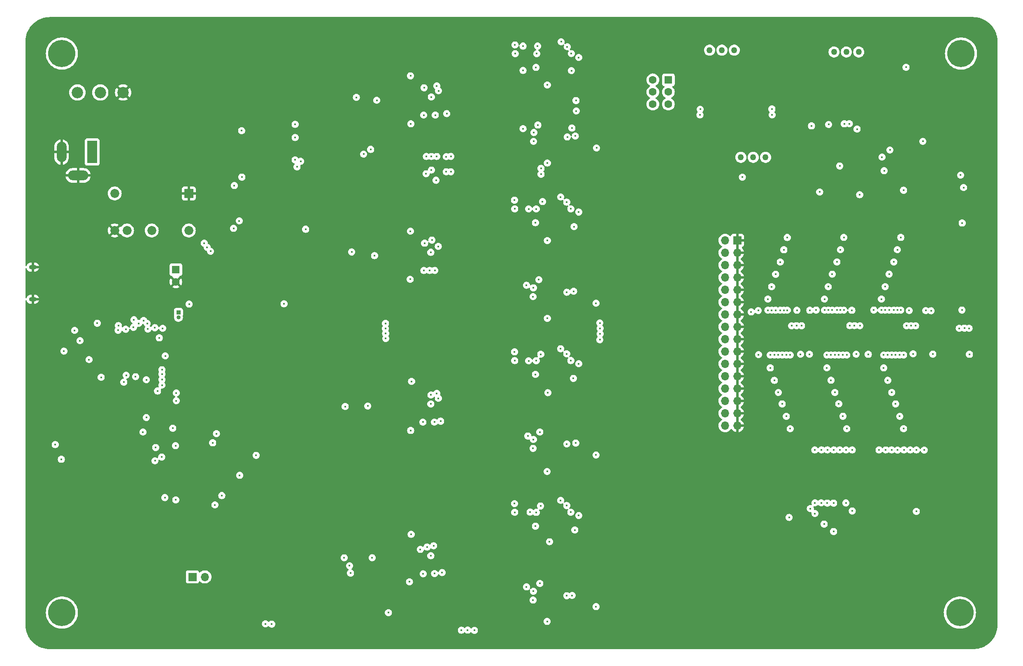
<source format=gbr>
%TF.GenerationSoftware,KiCad,Pcbnew,7.0.9*%
%TF.CreationDate,2024-03-04T14:23:29-07:00*%
%TF.ProjectId,picoAWG,7069636f-4157-4472-9e6b-696361645f70,rev?*%
%TF.SameCoordinates,Original*%
%TF.FileFunction,Copper,L2,Inr*%
%TF.FilePolarity,Positive*%
%FSLAX46Y46*%
G04 Gerber Fmt 4.6, Leading zero omitted, Abs format (unit mm)*
G04 Created by KiCad (PCBNEW 7.0.9) date 2024-03-04 14:23:29*
%MOMM*%
%LPD*%
G01*
G04 APERTURE LIST*
%TA.AperFunction,ComponentPad*%
%ADD10R,1.600000X1.600000*%
%TD*%
%TA.AperFunction,ComponentPad*%
%ADD11C,1.600000*%
%TD*%
%TA.AperFunction,ComponentPad*%
%ADD12C,5.600000*%
%TD*%
%TA.AperFunction,ComponentPad*%
%ADD13C,1.270000*%
%TD*%
%TA.AperFunction,ComponentPad*%
%ADD14C,2.350000*%
%TD*%
%TA.AperFunction,ComponentPad*%
%ADD15R,1.700000X1.700000*%
%TD*%
%TA.AperFunction,ComponentPad*%
%ADD16O,1.700000X1.700000*%
%TD*%
%TA.AperFunction,ComponentPad*%
%ADD17R,2.000000X4.600000*%
%TD*%
%TA.AperFunction,ComponentPad*%
%ADD18O,2.000000X4.200000*%
%TD*%
%TA.AperFunction,ComponentPad*%
%ADD19O,4.200000X2.000000*%
%TD*%
%TA.AperFunction,ComponentPad*%
%ADD20R,1.850000X1.850000*%
%TD*%
%TA.AperFunction,ComponentPad*%
%ADD21C,1.850000*%
%TD*%
%TA.AperFunction,ComponentPad*%
%ADD22R,0.850000X0.850000*%
%TD*%
%TA.AperFunction,ComponentPad*%
%ADD23O,0.850000X0.850000*%
%TD*%
%TA.AperFunction,ComponentPad*%
%ADD24O,1.600000X0.900000*%
%TD*%
%TA.AperFunction,ViaPad*%
%ADD25C,0.450000*%
%TD*%
G04 APERTURE END LIST*
D10*
%TO.N,+5V*%
%TO.C,C15*%
X85560000Y-78987621D03*
D11*
%TO.N,GND*%
X85560000Y-81487621D03*
%TD*%
D12*
%TO.N,N/C*%
%TO.C,REF\u002A\u002A*%
X246868690Y-149536270D03*
%TD*%
D13*
%TO.N,unconnected-(RV2-Pad1)*%
%TO.C,RV2*%
X195378690Y-33836270D03*
%TO.N,/Analog/CARRIER_SIG*%
X197918690Y-33836270D03*
%TO.N,/VCCS/A+*%
X200458690Y-33836270D03*
%TD*%
D14*
%TO.N,Net-(D1-K)*%
%TO.C,SW3*%
X65310000Y-42550000D03*
%TO.N,Net-(D2-K)*%
X70010000Y-42550000D03*
%TO.N,GND*%
X74710000Y-42550000D03*
%TD*%
D12*
%TO.N,N/C*%
%TO.C,REF\u002A\u002A*%
X62118690Y-149536270D03*
%TD*%
D13*
%TO.N,unconnected-(RV3-Pad1)*%
%TO.C,RV3*%
X206898690Y-55886270D03*
%TO.N,/VCCS/C+*%
X204358690Y-55886270D03*
%TO.N,/VCCS_Iout*%
X201818690Y-55886270D03*
%TD*%
D15*
%TO.N,Net-(J5-Pin_1)*%
%TO.C,J5*%
X88985000Y-142190000D03*
D16*
%TO.N,Net-(J5-Pin_2)*%
X91525000Y-142190000D03*
%TD*%
D13*
%TO.N,unconnected-(RV1-Pad1)*%
%TO.C,RV1*%
X226065000Y-34226401D03*
%TO.N,Net-(U21-1_RG)*%
X223525000Y-34226401D03*
%TO.N,Net-(U21-2_RG)*%
X220985000Y-34226401D03*
%TD*%
D10*
%TO.N,/Analog/CARRIER_SIG*%
%TO.C,SW4*%
X186900000Y-39942500D03*
D11*
%TO.N,/DDS 4/OUT4*%
X186900000Y-42442500D03*
%TO.N,/HDR_15*%
X186900000Y-44942500D03*
%TO.N,N/C*%
X183700000Y-39942500D03*
X183700000Y-42442500D03*
X183700000Y-44942500D03*
%TD*%
D17*
%TO.N,Net-(F1-Pad1)*%
%TO.C,J4*%
X68350000Y-54800000D03*
D18*
%TO.N,GND*%
X62050000Y-54800000D03*
D19*
X65450000Y-59600000D03*
%TD*%
D12*
%TO.N,N/C*%
%TO.C,REF\u002A\u002A*%
X247118690Y-34536270D03*
%TD*%
D20*
%TO.N,GND*%
%TO.C,PS1*%
X88218690Y-63316270D03*
D21*
%TO.N,unconnected-(PS1-NC-Pad2)*%
X72978690Y-63316270D03*
%TO.N,Net-(PS1-+Vin)*%
X88218690Y-70936270D03*
%TO.N,VSS*%
X80598690Y-70936270D03*
%TO.N,VCC*%
X75518690Y-70936270D03*
%TO.N,GND*%
X72978690Y-70936270D03*
%TD*%
D12*
%TO.N,N/C*%
%TO.C,REF\u002A\u002A*%
X62118690Y-34536270D03*
%TD*%
D22*
%TO.N,Net-(J1-Pin_1)*%
%TO.C,J1*%
X86100000Y-87800000D03*
D23*
%TO.N,Net-(J1-Pin_2)*%
X86100000Y-88800000D03*
%TD*%
D24*
%TO.N,GND*%
%TO.C,J2*%
X56120000Y-78470000D03*
X56120000Y-85070000D03*
%TD*%
D15*
%TO.N,GND*%
%TO.C,J3*%
X201118690Y-72966270D03*
D16*
%TO.N,/HDR_15*%
X198578690Y-72966270D03*
%TO.N,GND*%
X201118690Y-75506270D03*
%TO.N,/HDR_14*%
X198578690Y-75506270D03*
%TO.N,GND*%
X201118690Y-78046270D03*
%TO.N,/HDR_13*%
X198578690Y-78046270D03*
%TO.N,GND*%
X201118690Y-80586270D03*
%TO.N,/HDR_12*%
X198578690Y-80586270D03*
%TO.N,GND*%
X201118690Y-83126270D03*
%TO.N,/HDR_11*%
X198578690Y-83126270D03*
%TO.N,GND*%
X201118690Y-85666270D03*
%TO.N,/HDR_10*%
X198578690Y-85666270D03*
%TO.N,GND*%
X201118690Y-88206270D03*
%TO.N,/HDR_9*%
X198578690Y-88206270D03*
%TO.N,GND*%
X201118690Y-90746270D03*
%TO.N,/HDR_8*%
X198578690Y-90746270D03*
%TO.N,GND*%
X201118690Y-93286270D03*
%TO.N,/HDR_7*%
X198578690Y-93286270D03*
%TO.N,GND*%
X201118690Y-95826270D03*
%TO.N,/HDR_6*%
X198578690Y-95826270D03*
%TO.N,GND*%
X201118690Y-98366270D03*
%TO.N,/HDR_5*%
X198578690Y-98366270D03*
%TO.N,GND*%
X201118690Y-100906270D03*
%TO.N,/HDR_4*%
X198578690Y-100906270D03*
%TO.N,GND*%
X201118690Y-103446270D03*
%TO.N,/HDR_3*%
X198578690Y-103446270D03*
%TO.N,GND*%
X201118690Y-105986270D03*
%TO.N,/HDR_2*%
X198578690Y-105986270D03*
%TO.N,GND*%
X201118690Y-108526270D03*
%TO.N,/HDR_1*%
X198578690Y-108526270D03*
%TO.N,GND*%
X201118690Y-111066270D03*
%TO.N,/HDR_0*%
X198578690Y-111066270D03*
%TD*%
D25*
%TO.N,VSS*%
X230850000Y-55840000D03*
X231300000Y-58650000D03*
%TO.N,GND*%
X229030000Y-54810000D03*
X219770000Y-62680000D03*
%TO.N,VSS*%
X235300000Y-62650000D03*
%TO.N,VCC*%
X247020000Y-59540000D03*
%TO.N,GND*%
X83628719Y-113066321D03*
X169455000Y-36748730D03*
X171250000Y-83687460D03*
X172450000Y-147300000D03*
X133350000Y-99443730D03*
X171250000Y-146100000D03*
X239470000Y-128720000D03*
X126180000Y-79497460D03*
X126285000Y-47558730D03*
X162700000Y-115650000D03*
X81611310Y-125533730D03*
X171355000Y-51748730D03*
X236700000Y-52500000D03*
X87861310Y-127983730D03*
X137920000Y-77517460D03*
X159850000Y-141100000D03*
X66741310Y-121203730D03*
X60897500Y-84217500D03*
X171972500Y-71168730D03*
X91511310Y-109833730D03*
X128555000Y-51833730D03*
X137920000Y-108723730D03*
X91000000Y-118250000D03*
X142150000Y-108543730D03*
X208118690Y-44886270D03*
X163350000Y-36450000D03*
X154680599Y-145876270D03*
X190418690Y-40286270D03*
X172555000Y-52948730D03*
X169350000Y-68687460D03*
X65791310Y-94753730D03*
X130150000Y-102243730D03*
X150818690Y-125386270D03*
X171902500Y-130911270D03*
X91000000Y-121000000D03*
X172400000Y-118293730D03*
X194050000Y-49700000D03*
X154973690Y-37135000D03*
X105341310Y-114803730D03*
X96641310Y-124553730D03*
X172400000Y-149500000D03*
X150925000Y-31050000D03*
X235880000Y-93404500D03*
X160818230Y-125756770D03*
X130200000Y-111043730D03*
X128200000Y-74997460D03*
X150950000Y-149571270D03*
X171972500Y-133581270D03*
X159955000Y-46748730D03*
X133250000Y-45300000D03*
X169350000Y-131100000D03*
X231850000Y-56150000D03*
X230850000Y-54350000D03*
X133150000Y-43350000D03*
X236410000Y-57117500D03*
X154868690Y-131486270D03*
X238057500Y-64215000D03*
X171250000Y-114893730D03*
X227580000Y-88220000D03*
X133150000Y-108450000D03*
X154868690Y-69073730D03*
X133350000Y-130650000D03*
X150705000Y-41848730D03*
X88250000Y-118250000D03*
X99700000Y-66650000D03*
X79861310Y-129183730D03*
X150950000Y-87158730D03*
X165980599Y-73525588D03*
X154868690Y-100280000D03*
X92150000Y-62900000D03*
X166085599Y-41586858D03*
X163200000Y-99768230D03*
X75050000Y-95950000D03*
X125325000Y-40528730D03*
X133455000Y-36298730D03*
X133775000Y-50530000D03*
X172450000Y-116093730D03*
X96350000Y-55350000D03*
X105361310Y-125683730D03*
X212600000Y-93404500D03*
X160818230Y-94550500D03*
X137920000Y-139930000D03*
X99161310Y-111733730D03*
X128450000Y-146185000D03*
X154680599Y-83463730D03*
X162700000Y-146850000D03*
X142150000Y-139750000D03*
X214810000Y-49390000D03*
X229020000Y-116600000D03*
X130150000Y-71037460D03*
X84029011Y-98928230D03*
X142200000Y-75487460D03*
X92561310Y-129033730D03*
X88250000Y-121000000D03*
X89311310Y-109283730D03*
X133050000Y-106500000D03*
X130200000Y-142250000D03*
X150570000Y-94330000D03*
X97591310Y-114503730D03*
X163150000Y-130974500D03*
X101841310Y-119103730D03*
X133000000Y-137650000D03*
X150910000Y-62920000D03*
X81261310Y-119383730D03*
X87241310Y-99453730D03*
X90251310Y-81213730D03*
X172077500Y-39230000D03*
X123205000Y-46448730D03*
X232900000Y-39400000D03*
X172400000Y-87087460D03*
X150600000Y-73787460D03*
X85441310Y-95403730D03*
X142305000Y-43548730D03*
X76900000Y-111850000D03*
X171972500Y-102375000D03*
X171902500Y-99705000D03*
X163150001Y-68561960D03*
X165085599Y-57567460D03*
X162700000Y-84400000D03*
X247460000Y-93310000D03*
X164980599Y-89506190D03*
X142255000Y-45398730D03*
X92811310Y-109833730D03*
X99800000Y-57950000D03*
X240500000Y-52550000D03*
X131050000Y-75250000D03*
X74511310Y-117683730D03*
X138025000Y-45578730D03*
X128200000Y-137410000D03*
X126570000Y-106323730D03*
X133000000Y-75300000D03*
X150955000Y-46748730D03*
X131050000Y-137600000D03*
X231850000Y-57850000D03*
X90811310Y-128083730D03*
X154785599Y-51525000D03*
X133670000Y-144881270D03*
X72400000Y-73450000D03*
X165980599Y-135938128D03*
X160923230Y-31405500D03*
X69541310Y-88953730D03*
X84779011Y-96491431D03*
X154680599Y-114670000D03*
X131100000Y-106450000D03*
X100550000Y-113800000D03*
X142200000Y-137900000D03*
X169350000Y-99893730D03*
X150850000Y-78687460D03*
X160818230Y-63344230D03*
X85111310Y-123083730D03*
X164980599Y-151918730D03*
X115200000Y-50650000D03*
X215810000Y-116550000D03*
X150950000Y-118365000D03*
X114950000Y-69000000D03*
X65791310Y-95903730D03*
X230730000Y-59780000D03*
X142150000Y-77337460D03*
X74850000Y-103678730D03*
X237375000Y-37325000D03*
X64741310Y-89903730D03*
X123100000Y-140800000D03*
X222025000Y-49076401D03*
X133350000Y-68237460D03*
X58691310Y-97403730D03*
X246050000Y-62050000D03*
X67991310Y-90103730D03*
X246820000Y-58470000D03*
X226250000Y-128620000D03*
X142200000Y-106693730D03*
X74461310Y-122183730D03*
X224230000Y-93404500D03*
X159850000Y-109893730D03*
X125220000Y-72467460D03*
X84841310Y-109503730D03*
X131200000Y-43300000D03*
X123100000Y-109593730D03*
X97561310Y-115903730D03*
X125220000Y-134880000D03*
X220880000Y-55480000D03*
X221460000Y-50420000D03*
X165980599Y-104731858D03*
X97700000Y-66100000D03*
X133670000Y-113675000D03*
X128305000Y-43058730D03*
X133670000Y-82468730D03*
X76841310Y-88408730D03*
X126180000Y-141910000D03*
X164980599Y-120712460D03*
X150850000Y-109893730D03*
X150600000Y-136200000D03*
X98850000Y-48100000D03*
X81961310Y-109733730D03*
X131150000Y-108400000D03*
X133100000Y-139600000D03*
X131100000Y-139550000D03*
X172505000Y-55148730D03*
X70191310Y-102678730D03*
X72491310Y-87803730D03*
X150600000Y-104993730D03*
X128450000Y-114978730D03*
X162800000Y-52500000D03*
X171902500Y-68498730D03*
X225825000Y-49026401D03*
X130150000Y-133450000D03*
X131000000Y-77000000D03*
X131250000Y-45250000D03*
X130200000Y-79837460D03*
X66741310Y-105553730D03*
X128450000Y-83772460D03*
X87911310Y-129383730D03*
X159850000Y-78687460D03*
X150850000Y-141100000D03*
X89660000Y-119440000D03*
X133000000Y-77000000D03*
X123100000Y-78387460D03*
X99111310Y-113133730D03*
X87485000Y-104397420D03*
X97700000Y-74900000D03*
X126470000Y-110673730D03*
X66991310Y-111903730D03*
X90261310Y-109783730D03*
X97911310Y-122883730D03*
X172007500Y-36560000D03*
X151055000Y-55220000D03*
X130255000Y-39098730D03*
X172450000Y-84887460D03*
X115200000Y-59900000D03*
X130305000Y-47898730D03*
X125220000Y-103673730D03*
%TO.N,+1V1*%
X60741310Y-114973730D03*
X79667219Y-90052460D03*
X67708859Y-97496681D03*
X64740810Y-91483730D03*
%TO.N,+3.3V*%
X247650000Y-62100000D03*
X138020000Y-106623730D03*
X224720000Y-128610000D03*
X83391310Y-96729230D03*
X74850000Y-102128730D03*
X76941310Y-89303730D03*
X160700000Y-58150000D03*
X237920000Y-128710000D03*
X146990000Y-153180000D03*
X73691310Y-91453730D03*
X138020000Y-75417460D03*
X138020000Y-137830000D03*
X144310000Y-153150000D03*
X99150000Y-59950000D03*
X145600000Y-153140000D03*
X65841310Y-93603730D03*
X62541310Y-95753730D03*
X110100000Y-56400000D03*
X69391310Y-90003730D03*
X70191310Y-101128730D03*
X160700000Y-59350000D03*
X111250000Y-56700000D03*
X110500000Y-57850000D03*
X138125000Y-43478730D03*
%TO.N,+5V*%
X97450000Y-70500000D03*
X99100000Y-50400000D03*
X92000000Y-74400000D03*
X91400000Y-73550000D03*
X92700000Y-75200000D03*
X97600000Y-61700000D03*
X110100000Y-49100000D03*
X110100000Y-51800000D03*
%TO.N,+3.3VA*%
X112275000Y-70675000D03*
X134060000Y-101980000D03*
X102087500Y-117187500D03*
X82650000Y-117525000D03*
X93925000Y-112725000D03*
X133775000Y-80969230D03*
X84925000Y-111600000D03*
X83303800Y-125878800D03*
X133825000Y-71075000D03*
X98600000Y-68950000D03*
X93135810Y-114607996D03*
X93600000Y-127375000D03*
X133903810Y-48993730D03*
X133625000Y-143200000D03*
X133975000Y-133425000D03*
X98700000Y-121300000D03*
X133853810Y-39118730D03*
X95025000Y-125454500D03*
X85550000Y-126350000D03*
X133875000Y-112075000D03*
%TO.N,VCC*%
X167650000Y-132550000D03*
X157000000Y-38000000D03*
X241310000Y-96360000D03*
X167400000Y-83443230D03*
X228020000Y-96410000D03*
X167750000Y-51504500D03*
X157700000Y-82200000D03*
X158450000Y-128850000D03*
X158000000Y-113200000D03*
X167850000Y-114650000D03*
X205450000Y-96466770D03*
X232475000Y-54375000D03*
X157000000Y-33000000D03*
X157700000Y-144250000D03*
X167100000Y-146000000D03*
X215920000Y-96400000D03*
X166950000Y-38050000D03*
X158150000Y-66500000D03*
X167500000Y-70150000D03*
X158150000Y-97750000D03*
X157000000Y-50000000D03*
X224125000Y-48976401D03*
X193450000Y-46000000D03*
X216340000Y-49420000D03*
X167350000Y-101350000D03*
X225730000Y-50076401D03*
X193400000Y-47150000D03*
%TO.N,VSS*%
X235800000Y-37350000D03*
X162450000Y-134950000D03*
X229165500Y-87300000D03*
X162000000Y-73000000D03*
X160250000Y-81050000D03*
X208250000Y-47150000D03*
X219875000Y-49126401D03*
X161000000Y-65000000D03*
X160650000Y-96400000D03*
X160450000Y-112400000D03*
X161950000Y-120500000D03*
X240950000Y-87450000D03*
X205400000Y-87400000D03*
X160000000Y-33000000D03*
X162000000Y-57050000D03*
X217300000Y-87300000D03*
X162000000Y-89000000D03*
X160050000Y-49250000D03*
X222160000Y-57660000D03*
X162000000Y-41000000D03*
X160450000Y-143525500D03*
X231300000Y-58650000D03*
X160600000Y-127600000D03*
X161950000Y-151350000D03*
X208200000Y-45950000D03*
X162100000Y-104300000D03*
%TO.N,/DDS 1/AMP_IN_3N*%
X164737500Y-126456270D03*
X155287500Y-128906270D03*
%TO.N,/DDS 1/FB3*%
X165987500Y-127506270D03*
X155237500Y-127106270D03*
%TO.N,/HDR_0*%
X211965001Y-111700600D03*
X223605001Y-111690600D03*
X235300000Y-96550000D03*
X235300000Y-111700000D03*
X223605001Y-96540600D03*
X211965001Y-96550600D03*
%TO.N,/HDR_1*%
X234500000Y-96550000D03*
X211165001Y-109150600D03*
X211165001Y-96550600D03*
X234500000Y-109150000D03*
X222805001Y-109140600D03*
X222805001Y-96540600D03*
%TO.N,/HDR_2*%
X233650000Y-96550000D03*
X210315001Y-96550600D03*
X233650000Y-106600000D03*
X210315001Y-106600600D03*
X221955001Y-96540600D03*
X221955001Y-106590600D03*
%TO.N,/HDR_3*%
X221155001Y-104240600D03*
X209515001Y-96550600D03*
X232850000Y-104250000D03*
X232850000Y-96550000D03*
X209515001Y-104250600D03*
X221155001Y-96540600D03*
%TO.N,/DDS 2/AMP_IN_3N*%
X164737500Y-95250000D03*
X155287500Y-97700000D03*
%TO.N,/DDS 2/FB3*%
X165987500Y-96300000D03*
X155237500Y-95900000D03*
%TO.N,/HDR_4*%
X220355001Y-101740600D03*
X232050000Y-96550000D03*
X220355001Y-96540600D03*
X232050000Y-101750000D03*
X208715001Y-101750600D03*
X208715001Y-96550600D03*
%TO.N,/HDR_5*%
X231200000Y-96550000D03*
X207865001Y-96550600D03*
X219505001Y-99190600D03*
X231200000Y-99200000D03*
X207865001Y-99200600D03*
X219505001Y-96540600D03*
%TO.N,/DDS 3/AMP_IN_3N*%
X164737500Y-64043730D03*
X155287500Y-66493730D03*
%TO.N,/DDS 3/FB3*%
X155237500Y-64693730D03*
X165987500Y-65093730D03*
%TO.N,/HDR_10*%
X219019999Y-85039400D03*
X207375000Y-85050000D03*
X219019999Y-87314400D03*
X230729999Y-87314400D03*
X207375000Y-87325000D03*
X230729999Y-85039400D03*
%TO.N,/HDR_11*%
X231504999Y-82489400D03*
X208175000Y-87325000D03*
X219794999Y-82489400D03*
X231529999Y-87314400D03*
X219819999Y-87314400D03*
X208150000Y-82500000D03*
%TO.N,/DDS 4/AMP_IN_3N*%
X164842500Y-32105000D03*
X155392500Y-34555000D03*
%TO.N,/DDS 4/FB3*%
X155342500Y-32755000D03*
X166092500Y-33155000D03*
%TO.N,/HDR_12*%
X208970000Y-79930000D03*
X208970000Y-87330000D03*
X220614999Y-79919400D03*
X232324999Y-87319400D03*
X232324999Y-79919400D03*
X220614999Y-87319400D03*
%TO.N,/HDR_13*%
X221574999Y-77409400D03*
X233284999Y-87319400D03*
X209930000Y-87330000D03*
X221574999Y-87319400D03*
X233284999Y-77409400D03*
X209930000Y-77420000D03*
%TO.N,/HDR_14*%
X210660000Y-74900000D03*
X210660000Y-87330000D03*
X234014999Y-87319400D03*
X222304999Y-87319400D03*
X222304999Y-74889400D03*
X234014999Y-74889400D03*
%TO.N,/HDR_15*%
X211360000Y-87330000D03*
X234714999Y-87319400D03*
X223004999Y-72359400D03*
X211360000Y-72370000D03*
X223004999Y-87319400D03*
X234714999Y-72359400D03*
%TO.N,/Analog/SENSE_IN_1*%
X218030000Y-63013599D03*
X216000000Y-87350000D03*
%TO.N,/Analog/SENSE_IN_2*%
X226260000Y-63580000D03*
X239850000Y-87400000D03*
%TO.N,/CLK_0P*%
X122700000Y-43550000D03*
X126900000Y-44150000D03*
%TO.N,/CLK_1P*%
X120400000Y-107150000D03*
X125050000Y-107049500D03*
%TO.N,/CLK_3P*%
X121750000Y-75350000D03*
X126450000Y-76099500D03*
%TO.N,/uC_CLKOUT*%
X75250000Y-91250000D03*
X79500000Y-109400000D03*
%TO.N,/CLK_2P*%
X125950000Y-138249500D03*
X120200000Y-138250000D03*
%TO.N,/~{RESET}*%
X139250000Y-104450000D03*
X138600000Y-135800000D03*
X137100000Y-55700000D03*
X139250000Y-41198230D03*
X137050000Y-59250000D03*
X82150000Y-93025500D03*
X62000000Y-118000000D03*
X85500000Y-115200000D03*
X85650000Y-104350000D03*
X138250000Y-72900000D03*
X85650000Y-105950000D03*
%TO.N,Net-(U7-OUT1)*%
X172012500Y-148311270D03*
X159122500Y-145131270D03*
%TO.N,Net-(U8-OUT2)*%
X159712500Y-128921270D03*
X166832500Y-128891270D03*
%TO.N,Net-(U10-OUT1)*%
X159122500Y-113925000D03*
X172012500Y-117105000D03*
%TO.N,Net-(U11-OUT2)*%
X166832500Y-97685000D03*
X159712500Y-97715000D03*
%TO.N,Net-(U13-OUT1)*%
X172012500Y-85898730D03*
X159122500Y-82718730D03*
%TO.N,Net-(U14-OUT2)*%
X159712500Y-66508730D03*
X166832500Y-66478730D03*
%TO.N,Net-(U16-OUT1)*%
X159227500Y-50780000D03*
X172117500Y-53960000D03*
%TO.N,Net-(U17-OUT2)*%
X159817500Y-34570000D03*
X166937500Y-34540000D03*
%TO.N,/VCCS_Iout*%
X203930000Y-87690000D03*
X202120000Y-59960000D03*
%TO.N,/SPI0_RX*%
X139100000Y-60600000D03*
X135859434Y-136533934D03*
X139575500Y-105450000D03*
X139550000Y-74200000D03*
X139600000Y-42200000D03*
X139250000Y-55700000D03*
X121500000Y-141400000D03*
%TO.N,/~{DDS1_CS}*%
X121300000Y-139900000D03*
X137250000Y-136050000D03*
%TO.N,/SPI0_SCLK*%
X138950000Y-47205500D03*
X138750000Y-110350500D03*
X141200000Y-58850000D03*
X129300000Y-149550000D03*
X105300000Y-151900000D03*
X141200000Y-55750000D03*
X138800000Y-141500000D03*
X137790184Y-79144230D03*
%TO.N,/SPI0_TX*%
X140050000Y-110150000D03*
X140350000Y-141300000D03*
X142150000Y-58850000D03*
X104000000Y-151850000D03*
X138850000Y-79144230D03*
X141300000Y-46900000D03*
X142150000Y-55700000D03*
%TO.N,/~{DDS2_CS}*%
X75335500Y-100700000D03*
X81800000Y-103950000D03*
X138050000Y-104750000D03*
X79500000Y-101650000D03*
%TO.N,/~{CLK_CS}*%
X81261810Y-118300000D03*
X77275500Y-101000000D03*
%TO.N,/SPI1_TX*%
X81409786Y-115574500D03*
X78800000Y-112400000D03*
%TO.N,/~{SR_CLR}*%
X217050000Y-129150000D03*
X172800000Y-93400000D03*
X82700000Y-102750000D03*
X217050000Y-126950000D03*
X128750000Y-93150000D03*
X211750000Y-129950000D03*
%TO.N,/~{SR_OE}*%
X82700000Y-101600000D03*
X220900000Y-132850000D03*
X220900000Y-127000000D03*
X128724598Y-92100000D03*
X172850000Y-92200000D03*
%TO.N,/SR_CLK*%
X172850000Y-91050000D03*
X82700000Y-100500000D03*
X219600000Y-127000000D03*
X128687299Y-91087299D03*
X218950000Y-131324500D03*
X218350000Y-126950000D03*
%TO.N,/SR_SER*%
X216100000Y-128150000D03*
X82700000Y-99550000D03*
X128700000Y-90050000D03*
X172800000Y-89950000D03*
%TO.N,/~{DDS_SYNC}*%
X136400000Y-110350500D03*
X136600000Y-79144230D03*
X136550000Y-47205500D03*
X136450000Y-141556770D03*
X138150000Y-55700000D03*
X138150000Y-58500000D03*
X82850000Y-91050000D03*
%TO.N,/~{DDS3_CS}*%
X136750000Y-73550000D03*
X88290000Y-86080000D03*
X81250000Y-90930000D03*
X107820000Y-86010000D03*
%TO.N,/~{AMP_PD}*%
X166000000Y-114843730D03*
X168450000Y-35350000D03*
X159050000Y-115743730D03*
X168450000Y-67137460D03*
X167900000Y-44200000D03*
X159050000Y-146950000D03*
X159550000Y-69337460D03*
X167950000Y-46350000D03*
X168450000Y-129550000D03*
X167050000Y-49850000D03*
X159155000Y-52598730D03*
X159550000Y-131750000D03*
X166000000Y-146050000D03*
X166000000Y-83637460D03*
X166105000Y-51698730D03*
X159550000Y-100543730D03*
X79812251Y-91212349D03*
X168450000Y-98343730D03*
X159050000Y-84537460D03*
%TO.N,/~{EIT_PD}*%
X78950000Y-89450000D03*
X124200000Y-55224500D03*
X159655000Y-37398730D03*
X125650000Y-54250000D03*
%TO.N,/MUX_EN*%
X247300000Y-87300000D03*
X236450000Y-87400000D03*
X213350000Y-87350000D03*
X77900000Y-90050000D03*
X224650000Y-87350000D03*
%TO.N,/~{DDS4_CS}*%
X136650000Y-41574500D03*
X76850000Y-90850000D03*
%TO.N,/~{AN_CS}*%
X73756089Y-90493911D03*
X247350000Y-69400000D03*
%TO.N,Net-(U21-OUT)*%
X223100000Y-49000000D03*
X239250000Y-52600000D03*
%TO.N,/Mux Control/CTRL_1*%
X218410000Y-116070000D03*
X213266975Y-90507877D03*
%TO.N,/Mux Control/CTRL_2*%
X219620000Y-116070000D03*
X214296848Y-90513152D03*
%TO.N,/Mux Control/CTRL_3*%
X220930000Y-116070000D03*
X214090000Y-96390000D03*
%TO.N,/Mux Control/CTRL_4*%
X222160000Y-116070000D03*
X224240000Y-90490000D03*
%TO.N,/Mux Control/CTRL_5*%
X225190000Y-90490000D03*
X223450000Y-116070000D03*
%TO.N,/Mux Control/CTRL_6*%
X226300000Y-90525500D03*
X224720000Y-116070000D03*
%TO.N,/Mux Control/CTRL_7*%
X225550000Y-96380000D03*
X223430000Y-126980000D03*
%TO.N,/Mux Control/CTRL_0*%
X212260000Y-90525500D03*
X217030000Y-116070000D03*
%TO.N,/Mux Control/CTRL_9*%
X236850000Y-90525500D03*
X231625000Y-116070000D03*
%TO.N,/Mux Control/CTRL_10*%
X232835000Y-116070000D03*
X237770000Y-90525500D03*
%TO.N,/Mux Control/CTRL_11*%
X237250000Y-96300000D03*
X234050000Y-116100000D03*
%TO.N,/Mux Control/CTRL_12*%
X235375000Y-116070000D03*
X246750000Y-91060000D03*
%TO.N,/Mux Control/CTRL_13*%
X236665000Y-116070000D03*
X247817299Y-91017299D03*
%TO.N,/Mux Control/CTRL_14*%
X248780000Y-91050000D03*
X237935000Y-116070000D03*
%TO.N,/Mux Control/CTRL_15*%
X239550000Y-116090000D03*
X248840000Y-96410000D03*
%TO.N,/Mux Control/CTRL_8*%
X235910000Y-90525500D03*
X230245000Y-116070000D03*
%TD*%
%TA.AperFunction,Conductor*%
%TO.N,GND*%
G36*
X201368690Y-110630768D02*
G01*
X201261005Y-110581590D01*
X201154453Y-110566270D01*
X201082927Y-110566270D01*
X200976375Y-110581590D01*
X200868690Y-110630768D01*
X200868690Y-108961771D01*
X200976375Y-109010950D01*
X201082927Y-109026270D01*
X201154453Y-109026270D01*
X201261005Y-109010950D01*
X201368690Y-108961771D01*
X201368690Y-110630768D01*
G37*
%TD.AperFunction*%
%TA.AperFunction,Conductor*%
G36*
X201368690Y-108090768D02*
G01*
X201261005Y-108041590D01*
X201154453Y-108026270D01*
X201082927Y-108026270D01*
X200976375Y-108041590D01*
X200868690Y-108090768D01*
X200868690Y-106421771D01*
X200976375Y-106470950D01*
X201082927Y-106486270D01*
X201154453Y-106486270D01*
X201261005Y-106470950D01*
X201368690Y-106421771D01*
X201368690Y-108090768D01*
G37*
%TD.AperFunction*%
%TA.AperFunction,Conductor*%
G36*
X201368690Y-105550768D02*
G01*
X201261005Y-105501590D01*
X201154453Y-105486270D01*
X201082927Y-105486270D01*
X200976375Y-105501590D01*
X200868690Y-105550768D01*
X200868690Y-103881771D01*
X200976375Y-103930950D01*
X201082927Y-103946270D01*
X201154453Y-103946270D01*
X201261005Y-103930950D01*
X201368690Y-103881771D01*
X201368690Y-105550768D01*
G37*
%TD.AperFunction*%
%TA.AperFunction,Conductor*%
G36*
X201368690Y-103010768D02*
G01*
X201261005Y-102961590D01*
X201154453Y-102946270D01*
X201082927Y-102946270D01*
X200976375Y-102961590D01*
X200868690Y-103010768D01*
X200868690Y-101341771D01*
X200976375Y-101390950D01*
X201082927Y-101406270D01*
X201154453Y-101406270D01*
X201261005Y-101390950D01*
X201368690Y-101341771D01*
X201368690Y-103010768D01*
G37*
%TD.AperFunction*%
%TA.AperFunction,Conductor*%
G36*
X201368690Y-100470768D02*
G01*
X201261005Y-100421590D01*
X201154453Y-100406270D01*
X201082927Y-100406270D01*
X200976375Y-100421590D01*
X200868690Y-100470768D01*
X200868690Y-98801771D01*
X200976375Y-98850950D01*
X201082927Y-98866270D01*
X201154453Y-98866270D01*
X201261005Y-98850950D01*
X201368690Y-98801771D01*
X201368690Y-100470768D01*
G37*
%TD.AperFunction*%
%TA.AperFunction,Conductor*%
G36*
X201368690Y-97930768D02*
G01*
X201261005Y-97881590D01*
X201154453Y-97866270D01*
X201082927Y-97866270D01*
X200976375Y-97881590D01*
X200868690Y-97930768D01*
X200868690Y-96261771D01*
X200976375Y-96310950D01*
X201082927Y-96326270D01*
X201154453Y-96326270D01*
X201261005Y-96310950D01*
X201368690Y-96261771D01*
X201368690Y-97930768D01*
G37*
%TD.AperFunction*%
%TA.AperFunction,Conductor*%
G36*
X201368690Y-95390768D02*
G01*
X201261005Y-95341590D01*
X201154453Y-95326270D01*
X201082927Y-95326270D01*
X200976375Y-95341590D01*
X200868690Y-95390768D01*
X200868690Y-93721771D01*
X200976375Y-93770950D01*
X201082927Y-93786270D01*
X201154453Y-93786270D01*
X201261005Y-93770950D01*
X201368690Y-93721771D01*
X201368690Y-95390768D01*
G37*
%TD.AperFunction*%
%TA.AperFunction,Conductor*%
G36*
X201368690Y-92850768D02*
G01*
X201261005Y-92801590D01*
X201154453Y-92786270D01*
X201082927Y-92786270D01*
X200976375Y-92801590D01*
X200868690Y-92850768D01*
X200868690Y-91181771D01*
X200976375Y-91230950D01*
X201082927Y-91246270D01*
X201154453Y-91246270D01*
X201261005Y-91230950D01*
X201368690Y-91181771D01*
X201368690Y-92850768D01*
G37*
%TD.AperFunction*%
%TA.AperFunction,Conductor*%
G36*
X201368690Y-90310768D02*
G01*
X201261005Y-90261590D01*
X201154453Y-90246270D01*
X201082927Y-90246270D01*
X200976375Y-90261590D01*
X200868690Y-90310768D01*
X200868690Y-88641771D01*
X200976375Y-88690950D01*
X201082927Y-88706270D01*
X201154453Y-88706270D01*
X201261005Y-88690950D01*
X201368690Y-88641771D01*
X201368690Y-90310768D01*
G37*
%TD.AperFunction*%
%TA.AperFunction,Conductor*%
G36*
X201368690Y-87770768D02*
G01*
X201261005Y-87721590D01*
X201154453Y-87706270D01*
X201082927Y-87706270D01*
X200976375Y-87721590D01*
X200868690Y-87770768D01*
X200868690Y-86101771D01*
X200976375Y-86150950D01*
X201082927Y-86166270D01*
X201154453Y-86166270D01*
X201261005Y-86150950D01*
X201368690Y-86101771D01*
X201368690Y-87770768D01*
G37*
%TD.AperFunction*%
%TA.AperFunction,Conductor*%
G36*
X201368690Y-85230768D02*
G01*
X201261005Y-85181590D01*
X201154453Y-85166270D01*
X201082927Y-85166270D01*
X200976375Y-85181590D01*
X200868690Y-85230768D01*
X200868690Y-83561771D01*
X200976375Y-83610950D01*
X201082927Y-83626270D01*
X201154453Y-83626270D01*
X201261005Y-83610950D01*
X201368690Y-83561771D01*
X201368690Y-85230768D01*
G37*
%TD.AperFunction*%
%TA.AperFunction,Conductor*%
G36*
X201368690Y-82690768D02*
G01*
X201261005Y-82641590D01*
X201154453Y-82626270D01*
X201082927Y-82626270D01*
X200976375Y-82641590D01*
X200868690Y-82690768D01*
X200868690Y-81021771D01*
X200976375Y-81070950D01*
X201082927Y-81086270D01*
X201154453Y-81086270D01*
X201261005Y-81070950D01*
X201368690Y-81021771D01*
X201368690Y-82690768D01*
G37*
%TD.AperFunction*%
%TA.AperFunction,Conductor*%
G36*
X201368690Y-80150768D02*
G01*
X201261005Y-80101590D01*
X201154453Y-80086270D01*
X201082927Y-80086270D01*
X200976375Y-80101590D01*
X200868690Y-80150768D01*
X200868690Y-78481771D01*
X200976375Y-78530950D01*
X201082927Y-78546270D01*
X201154453Y-78546270D01*
X201261005Y-78530950D01*
X201368690Y-78481771D01*
X201368690Y-80150768D01*
G37*
%TD.AperFunction*%
%TA.AperFunction,Conductor*%
G36*
X201368690Y-77610768D02*
G01*
X201261005Y-77561590D01*
X201154453Y-77546270D01*
X201082927Y-77546270D01*
X200976375Y-77561590D01*
X200868690Y-77610768D01*
X200868690Y-75941771D01*
X200976375Y-75990950D01*
X201082927Y-76006270D01*
X201154453Y-76006270D01*
X201261005Y-75990950D01*
X201368690Y-75941771D01*
X201368690Y-77610768D01*
G37*
%TD.AperFunction*%
%TA.AperFunction,Conductor*%
G36*
X201368690Y-75070768D02*
G01*
X201261005Y-75021590D01*
X201154453Y-75006270D01*
X201082927Y-75006270D01*
X200976375Y-75021590D01*
X200868690Y-75070768D01*
X200868690Y-73401771D01*
X200976375Y-73450950D01*
X201082927Y-73466270D01*
X201154453Y-73466270D01*
X201261005Y-73450950D01*
X201368690Y-73401771D01*
X201368690Y-75070768D01*
G37*
%TD.AperFunction*%
%TA.AperFunction,Conductor*%
G36*
X249827599Y-27045410D02*
G01*
X250035134Y-27054490D01*
X250040012Y-27054900D01*
X250249587Y-27081023D01*
X250456510Y-27108264D01*
X250461106Y-27109048D01*
X250669467Y-27152736D01*
X250870815Y-27197373D01*
X250871750Y-27197581D01*
X250876010Y-27198685D01*
X251080885Y-27259679D01*
X251277923Y-27321805D01*
X251281754Y-27323154D01*
X251481369Y-27401043D01*
X251672064Y-27480031D01*
X251675526Y-27481593D01*
X251868285Y-27575826D01*
X252014498Y-27651939D01*
X252051311Y-27671103D01*
X252054419Y-27672837D01*
X252136766Y-27721904D01*
X252238963Y-27782800D01*
X252412997Y-27893672D01*
X252415652Y-27895464D01*
X252590697Y-28020442D01*
X252754443Y-28146089D01*
X252756758Y-28147955D01*
X252920990Y-28287051D01*
X253074246Y-28427484D01*
X253227484Y-28580720D01*
X253367925Y-28733984D01*
X253425269Y-28801688D01*
X253507029Y-28898222D01*
X253508887Y-28900526D01*
X253634546Y-29064287D01*
X253759482Y-29239270D01*
X253761314Y-29241984D01*
X253814919Y-29326126D01*
X253872206Y-29416048D01*
X253982145Y-29600547D01*
X253983872Y-29603644D01*
X254078426Y-29785277D01*
X254079151Y-29786670D01*
X254104335Y-29838185D01*
X254173382Y-29979420D01*
X254174962Y-29982925D01*
X254253951Y-30173617D01*
X254331811Y-30373154D01*
X254333183Y-30377048D01*
X254395320Y-30574114D01*
X254456300Y-30778941D01*
X254457408Y-30783213D01*
X254502247Y-30985461D01*
X254545942Y-31193851D01*
X254546731Y-31198483D01*
X254573969Y-31405359D01*
X254600088Y-31614889D01*
X254600505Y-31619855D01*
X254609956Y-31836258D01*
X254617759Y-32024909D01*
X254618190Y-32035316D01*
X254618190Y-152036270D01*
X254609383Y-152249230D01*
X254600502Y-152452435D01*
X254600085Y-152457399D01*
X254573584Y-152670014D01*
X254546757Y-152873800D01*
X254545967Y-152878432D01*
X254501871Y-153088742D01*
X254457460Y-153289068D01*
X254456352Y-153293341D01*
X254394952Y-153499583D01*
X254333271Y-153695212D01*
X254331899Y-153699107D01*
X254253576Y-153899832D01*
X254175088Y-154089323D01*
X254173507Y-154092828D01*
X254078784Y-154286589D01*
X253984045Y-154468582D01*
X253982311Y-154471691D01*
X253871839Y-154657091D01*
X253761521Y-154830253D01*
X253759690Y-154832967D01*
X253634200Y-155008728D01*
X253509138Y-155171712D01*
X253507261Y-155174040D01*
X253367587Y-155338953D01*
X253227807Y-155491499D01*
X253073911Y-155645394D01*
X252921374Y-155785169D01*
X252756465Y-155924840D01*
X252754138Y-155926716D01*
X252591139Y-156051792D01*
X252415388Y-156177277D01*
X252412674Y-156179109D01*
X252239495Y-156289436D01*
X252054112Y-156399898D01*
X252051004Y-156401631D01*
X251868975Y-156496391D01*
X251675250Y-156591096D01*
X251671746Y-156592676D01*
X251482229Y-156671178D01*
X251281529Y-156749490D01*
X251277635Y-156750862D01*
X251082009Y-156812544D01*
X250875755Y-156873948D01*
X250871482Y-156875056D01*
X250671162Y-156919466D01*
X250460851Y-156963562D01*
X250456219Y-156964351D01*
X250252458Y-156991178D01*
X250039824Y-157017682D01*
X250034857Y-157018099D01*
X249827326Y-157027160D01*
X249758679Y-157030000D01*
X59479194Y-157030000D01*
X59392343Y-157026407D01*
X59203257Y-157018168D01*
X59198285Y-157017750D01*
X58976339Y-156990086D01*
X58781928Y-156964489D01*
X58777296Y-156963700D01*
X58561132Y-156918375D01*
X58366713Y-156875272D01*
X58362441Y-156874164D01*
X58151782Y-156811449D01*
X57960607Y-156751171D01*
X57956712Y-156749799D01*
X57752443Y-156670092D01*
X57566509Y-156593074D01*
X57563005Y-156591494D01*
X57366292Y-156495326D01*
X57187277Y-156402136D01*
X57184168Y-156400402D01*
X56996173Y-156288380D01*
X56958854Y-156264605D01*
X56825644Y-156179740D01*
X56822962Y-156177930D01*
X56644842Y-156050755D01*
X56484227Y-155927510D01*
X56481909Y-155925641D01*
X56314854Y-155784151D01*
X56164464Y-155646342D01*
X56008640Y-155490518D01*
X55870800Y-155340091D01*
X55869836Y-155338953D01*
X55729339Y-155173066D01*
X55727477Y-155170758D01*
X55604212Y-155010114D01*
X55517275Y-154888349D01*
X55477058Y-154832020D01*
X55475226Y-154829306D01*
X55464199Y-154811998D01*
X55366598Y-154658793D01*
X55254569Y-154470782D01*
X55252850Y-154467700D01*
X55159652Y-154288665D01*
X55063486Y-154091951D01*
X55061911Y-154088460D01*
X55016480Y-153978778D01*
X54984881Y-153902489D01*
X54944027Y-153797789D01*
X54905176Y-153698220D01*
X54903826Y-153694389D01*
X54843548Y-153503211D01*
X54780816Y-153292493D01*
X54779714Y-153288241D01*
X54749068Y-153150003D01*
X143579909Y-153150003D01*
X143598212Y-153312455D01*
X143652210Y-153466774D01*
X143675078Y-153503168D01*
X143739192Y-153605204D01*
X143854796Y-153720808D01*
X143993225Y-153807789D01*
X144147539Y-153861786D01*
X144147542Y-153861786D01*
X144147544Y-153861787D01*
X144309996Y-153880091D01*
X144310000Y-153880091D01*
X144310004Y-153880091D01*
X144472455Y-153861787D01*
X144472456Y-153861786D01*
X144472461Y-153861786D01*
X144626775Y-153807789D01*
X144765204Y-153720808D01*
X144872319Y-153613693D01*
X144933642Y-153580208D01*
X145003334Y-153585192D01*
X145047681Y-153613693D01*
X145144796Y-153710808D01*
X145283225Y-153797789D01*
X145437539Y-153851786D01*
X145437542Y-153851786D01*
X145437544Y-153851787D01*
X145599996Y-153870091D01*
X145600000Y-153870091D01*
X145600004Y-153870091D01*
X145762455Y-153851787D01*
X145762456Y-153851786D01*
X145762461Y-153851786D01*
X145916775Y-153797789D01*
X146055204Y-153710808D01*
X146170808Y-153595204D01*
X146177440Y-153584650D01*
X146229773Y-153538359D01*
X146298826Y-153527710D01*
X146362675Y-153556085D01*
X146387425Y-153584648D01*
X146419192Y-153635204D01*
X146534796Y-153750808D01*
X146673225Y-153837789D01*
X146827539Y-153891786D01*
X146827542Y-153891786D01*
X146827544Y-153891787D01*
X146989996Y-153910091D01*
X146990000Y-153910091D01*
X146990004Y-153910091D01*
X147152455Y-153891787D01*
X147152456Y-153891786D01*
X147152461Y-153891786D01*
X147306775Y-153837789D01*
X147445204Y-153750808D01*
X147560808Y-153635204D01*
X147647789Y-153496775D01*
X147701786Y-153342461D01*
X147701787Y-153342455D01*
X147720091Y-153180003D01*
X147720091Y-153179996D01*
X147701787Y-153017544D01*
X147701786Y-153017542D01*
X147701786Y-153017539D01*
X147647789Y-152863225D01*
X147560808Y-152724796D01*
X147445204Y-152609192D01*
X147398890Y-152580091D01*
X147306774Y-152522210D01*
X147152455Y-152468212D01*
X146990004Y-152449909D01*
X146989996Y-152449909D01*
X146827544Y-152468212D01*
X146673225Y-152522210D01*
X146534795Y-152609192D01*
X146419192Y-152724795D01*
X146419189Y-152724799D01*
X146412556Y-152735355D01*
X146360218Y-152781643D01*
X146291164Y-152792287D01*
X146227318Y-152763908D01*
X146202574Y-152735351D01*
X146170808Y-152684796D01*
X146055204Y-152569192D01*
X146043419Y-152561787D01*
X145916774Y-152482210D01*
X145762455Y-152428212D01*
X145600004Y-152409909D01*
X145599996Y-152409909D01*
X145437544Y-152428212D01*
X145283225Y-152482210D01*
X145144795Y-152569192D01*
X145037681Y-152676307D01*
X144976358Y-152709792D01*
X144906666Y-152704808D01*
X144862319Y-152676307D01*
X144765204Y-152579192D01*
X144626774Y-152492210D01*
X144472455Y-152438212D01*
X144310004Y-152419909D01*
X144309996Y-152419909D01*
X144147544Y-152438212D01*
X143993225Y-152492210D01*
X143854795Y-152579192D01*
X143739192Y-152694795D01*
X143652210Y-152833225D01*
X143598212Y-152987544D01*
X143579909Y-153149996D01*
X143579909Y-153150003D01*
X54749068Y-153150003D01*
X54736636Y-153093929D01*
X54691288Y-152877647D01*
X54690504Y-152873048D01*
X54664921Y-152678720D01*
X54637241Y-152456653D01*
X54636825Y-152451693D01*
X54636747Y-152449909D01*
X54628938Y-152271026D01*
X54620000Y-152054889D01*
X54620000Y-149536272D01*
X58813342Y-149536272D01*
X58821092Y-149679218D01*
X58831261Y-149866775D01*
X58832718Y-149893638D01*
X58832719Y-149893655D01*
X58890616Y-150246809D01*
X58890622Y-150246835D01*
X58986362Y-150591662D01*
X58986364Y-150591669D01*
X59118832Y-150924140D01*
X59118841Y-150924158D01*
X59286474Y-151240347D01*
X59286477Y-151240352D01*
X59286479Y-151240355D01*
X59470971Y-151512461D01*
X59487324Y-151536579D01*
X59487331Y-151536589D01*
X59615554Y-151687544D01*
X59719022Y-151809356D01*
X59978853Y-152055481D01*
X60263771Y-152272070D01*
X60570437Y-152456585D01*
X60570439Y-152456586D01*
X60570441Y-152456587D01*
X60570445Y-152456589D01*
X60813834Y-152569192D01*
X60895255Y-152606861D01*
X61234416Y-152721138D01*
X61583944Y-152798075D01*
X61939742Y-152836770D01*
X61939748Y-152836770D01*
X62297632Y-152836770D01*
X62297638Y-152836770D01*
X62653436Y-152798075D01*
X63002964Y-152721138D01*
X63342125Y-152606861D01*
X63666943Y-152456585D01*
X63973609Y-152272070D01*
X64258527Y-152055481D01*
X64475447Y-151850003D01*
X103269909Y-151850003D01*
X103288212Y-152012455D01*
X103342210Y-152166774D01*
X103373628Y-152216775D01*
X103429192Y-152305204D01*
X103544796Y-152420808D01*
X103683225Y-152507789D01*
X103837539Y-152561786D01*
X103837542Y-152561786D01*
X103837544Y-152561787D01*
X103999996Y-152580091D01*
X104000000Y-152580091D01*
X104000004Y-152580091D01*
X104162455Y-152561787D01*
X104162456Y-152561786D01*
X104162461Y-152561786D01*
X104316775Y-152507789D01*
X104455204Y-152420808D01*
X104538835Y-152337176D01*
X104600154Y-152303694D01*
X104669846Y-152308678D01*
X104724788Y-152349806D01*
X104724849Y-152349758D01*
X104725035Y-152349991D01*
X104725780Y-152350549D01*
X104727641Y-152353259D01*
X104729192Y-152355204D01*
X104844796Y-152470808D01*
X104983225Y-152557789D01*
X105137539Y-152611786D01*
X105137542Y-152611786D01*
X105137544Y-152611787D01*
X105299996Y-152630091D01*
X105300000Y-152630091D01*
X105300004Y-152630091D01*
X105462455Y-152611787D01*
X105462456Y-152611786D01*
X105462461Y-152611786D01*
X105616775Y-152557789D01*
X105755204Y-152470808D01*
X105870808Y-152355204D01*
X105957789Y-152216775D01*
X106011786Y-152062461D01*
X106012572Y-152055488D01*
X106030091Y-151900003D01*
X106030091Y-151899996D01*
X106011787Y-151737544D01*
X106011786Y-151737542D01*
X106011786Y-151737539D01*
X105957789Y-151583225D01*
X105870808Y-151444796D01*
X105776015Y-151350003D01*
X161219909Y-151350003D01*
X161238212Y-151512455D01*
X161292210Y-151666774D01*
X161292211Y-151666775D01*
X161379192Y-151805204D01*
X161494796Y-151920808D01*
X161633225Y-152007789D01*
X161787539Y-152061786D01*
X161787542Y-152061786D01*
X161787544Y-152061787D01*
X161949996Y-152080091D01*
X161950000Y-152080091D01*
X161950004Y-152080091D01*
X162112455Y-152061787D01*
X162112456Y-152061786D01*
X162112461Y-152061786D01*
X162266775Y-152007789D01*
X162405204Y-151920808D01*
X162520808Y-151805204D01*
X162607789Y-151666775D01*
X162661786Y-151512461D01*
X162674457Y-151400007D01*
X162680091Y-151350003D01*
X162680091Y-151349996D01*
X162661787Y-151187544D01*
X162661786Y-151187542D01*
X162661786Y-151187539D01*
X162607789Y-151033225D01*
X162520808Y-150894796D01*
X162405204Y-150779192D01*
X162266774Y-150692210D01*
X162112455Y-150638212D01*
X161950004Y-150619909D01*
X161949996Y-150619909D01*
X161787544Y-150638212D01*
X161633225Y-150692210D01*
X161494795Y-150779192D01*
X161379192Y-150894795D01*
X161292210Y-151033225D01*
X161238212Y-151187544D01*
X161219909Y-151349996D01*
X161219909Y-151350003D01*
X105776015Y-151350003D01*
X105755204Y-151329192D01*
X105675630Y-151279192D01*
X105616774Y-151242210D01*
X105462455Y-151188212D01*
X105300004Y-151169909D01*
X105299996Y-151169909D01*
X105137544Y-151188212D01*
X104983225Y-151242210D01*
X104844797Y-151329191D01*
X104761167Y-151412821D01*
X104699843Y-151446305D01*
X104630152Y-151441321D01*
X104575212Y-151400193D01*
X104575151Y-151400242D01*
X104574963Y-151400007D01*
X104574218Y-151399449D01*
X104572357Y-151396738D01*
X104570807Y-151394795D01*
X104455204Y-151279192D01*
X104316774Y-151192210D01*
X104162455Y-151138212D01*
X104000004Y-151119909D01*
X103999996Y-151119909D01*
X103837544Y-151138212D01*
X103683225Y-151192210D01*
X103544795Y-151279192D01*
X103429192Y-151394795D01*
X103342210Y-151533225D01*
X103288212Y-151687544D01*
X103269909Y-151849996D01*
X103269909Y-151850003D01*
X64475447Y-151850003D01*
X64518358Y-151809356D01*
X64750055Y-151536581D01*
X64950901Y-151240355D01*
X65118543Y-150924150D01*
X65251014Y-150591673D01*
X65346761Y-150246822D01*
X65404662Y-149893641D01*
X65423293Y-149550003D01*
X128569909Y-149550003D01*
X128588212Y-149712455D01*
X128642210Y-149866774D01*
X128642211Y-149866775D01*
X128729192Y-150005204D01*
X128844796Y-150120808D01*
X128983225Y-150207789D01*
X129137539Y-150261786D01*
X129137542Y-150261786D01*
X129137544Y-150261787D01*
X129299996Y-150280091D01*
X129300000Y-150280091D01*
X129300004Y-150280091D01*
X129462455Y-150261787D01*
X129462456Y-150261786D01*
X129462461Y-150261786D01*
X129616775Y-150207789D01*
X129755204Y-150120808D01*
X129870808Y-150005204D01*
X129957789Y-149866775D01*
X130011786Y-149712461D01*
X130030091Y-149550000D01*
X130028544Y-149536272D01*
X243563342Y-149536272D01*
X243571092Y-149679218D01*
X243581261Y-149866775D01*
X243582718Y-149893638D01*
X243582719Y-149893655D01*
X243640616Y-150246809D01*
X243640622Y-150246835D01*
X243736362Y-150591662D01*
X243736364Y-150591669D01*
X243868832Y-150924140D01*
X243868841Y-150924158D01*
X244036474Y-151240347D01*
X244036477Y-151240352D01*
X244036479Y-151240355D01*
X244220971Y-151512461D01*
X244237324Y-151536579D01*
X244237331Y-151536589D01*
X244365554Y-151687544D01*
X244469022Y-151809356D01*
X244728853Y-152055481D01*
X245013771Y-152272070D01*
X245320437Y-152456585D01*
X245320439Y-152456586D01*
X245320441Y-152456587D01*
X245320445Y-152456589D01*
X245563834Y-152569192D01*
X245645255Y-152606861D01*
X245984416Y-152721138D01*
X246333944Y-152798075D01*
X246689742Y-152836770D01*
X246689748Y-152836770D01*
X247047632Y-152836770D01*
X247047638Y-152836770D01*
X247403436Y-152798075D01*
X247752964Y-152721138D01*
X248092125Y-152606861D01*
X248416943Y-152456585D01*
X248723609Y-152272070D01*
X249008527Y-152055481D01*
X249268358Y-151809356D01*
X249500055Y-151536581D01*
X249700901Y-151240355D01*
X249868543Y-150924150D01*
X250001014Y-150591673D01*
X250096761Y-150246822D01*
X250154662Y-149893641D01*
X250174038Y-149536270D01*
X250154662Y-149178899D01*
X250096761Y-148825718D01*
X250001014Y-148480867D01*
X249868543Y-148148390D01*
X249713562Y-147856066D01*
X249700905Y-147832192D01*
X249700903Y-147832189D01*
X249700901Y-147832185D01*
X249500055Y-147535959D01*
X249500051Y-147535954D01*
X249500048Y-147535950D01*
X249268358Y-147263184D01*
X249008527Y-147017059D01*
X249008520Y-147017053D01*
X249008517Y-147017051D01*
X248920307Y-146949996D01*
X248723609Y-146800470D01*
X248416943Y-146615955D01*
X248416942Y-146615954D01*
X248416938Y-146615952D01*
X248416934Y-146615950D01*
X248092137Y-146465684D01*
X248092131Y-146465681D01*
X248092125Y-146465679D01*
X247922544Y-146408540D01*
X247752963Y-146351401D01*
X247403434Y-146274464D01*
X247047639Y-146235770D01*
X247047638Y-146235770D01*
X246689742Y-146235770D01*
X246689740Y-146235770D01*
X246333945Y-146274464D01*
X245984416Y-146351401D01*
X245728660Y-146437576D01*
X245645255Y-146465679D01*
X245645253Y-146465680D01*
X245645242Y-146465684D01*
X245320445Y-146615950D01*
X245320441Y-146615952D01*
X245250908Y-146657789D01*
X245013771Y-146800470D01*
X244925458Y-146867603D01*
X244728862Y-147017051D01*
X244728853Y-147017059D01*
X244469021Y-147263184D01*
X244237331Y-147535950D01*
X244237324Y-147535960D01*
X244036480Y-147832183D01*
X244036474Y-147832192D01*
X243868841Y-148148381D01*
X243868832Y-148148399D01*
X243736364Y-148480870D01*
X243736362Y-148480877D01*
X243640622Y-148825704D01*
X243640616Y-148825730D01*
X243582719Y-149178884D01*
X243582718Y-149178901D01*
X243563342Y-149536267D01*
X243563342Y-149536272D01*
X130028544Y-149536272D01*
X130011787Y-149387544D01*
X130011786Y-149387542D01*
X130011786Y-149387539D01*
X129957789Y-149233225D01*
X129870808Y-149094796D01*
X129755204Y-148979192D01*
X129616774Y-148892210D01*
X129462455Y-148838212D01*
X129300004Y-148819909D01*
X129299996Y-148819909D01*
X129137544Y-148838212D01*
X128983225Y-148892210D01*
X128844795Y-148979192D01*
X128729192Y-149094795D01*
X128642210Y-149233225D01*
X128588212Y-149387544D01*
X128569909Y-149549996D01*
X128569909Y-149550003D01*
X65423293Y-149550003D01*
X65424038Y-149536270D01*
X65404662Y-149178899D01*
X65346761Y-148825718D01*
X65251014Y-148480867D01*
X65183442Y-148311273D01*
X171282409Y-148311273D01*
X171300712Y-148473725D01*
X171354710Y-148628044D01*
X171354711Y-148628045D01*
X171441692Y-148766474D01*
X171557296Y-148882078D01*
X171695725Y-148969059D01*
X171850039Y-149023056D01*
X171850042Y-149023056D01*
X171850044Y-149023057D01*
X172012496Y-149041361D01*
X172012500Y-149041361D01*
X172012504Y-149041361D01*
X172174955Y-149023057D01*
X172174956Y-149023056D01*
X172174961Y-149023056D01*
X172329275Y-148969059D01*
X172467704Y-148882078D01*
X172583308Y-148766474D01*
X172670289Y-148628045D01*
X172724286Y-148473731D01*
X172742591Y-148311270D01*
X172724286Y-148148809D01*
X172670289Y-147994495D01*
X172583308Y-147856066D01*
X172467704Y-147740462D01*
X172329274Y-147653480D01*
X172174955Y-147599482D01*
X172012504Y-147581179D01*
X172012496Y-147581179D01*
X171850044Y-147599482D01*
X171695725Y-147653480D01*
X171557295Y-147740462D01*
X171441692Y-147856065D01*
X171354710Y-147994495D01*
X171300712Y-148148814D01*
X171282409Y-148311266D01*
X171282409Y-148311273D01*
X65183442Y-148311273D01*
X65118543Y-148148390D01*
X64963562Y-147856066D01*
X64950905Y-147832192D01*
X64950903Y-147832189D01*
X64950901Y-147832185D01*
X64750055Y-147535959D01*
X64750051Y-147535954D01*
X64750048Y-147535950D01*
X64518358Y-147263184D01*
X64258527Y-147017059D01*
X64258520Y-147017053D01*
X64258517Y-147017051D01*
X64170316Y-146950003D01*
X158319909Y-146950003D01*
X158338212Y-147112455D01*
X158392210Y-147266774D01*
X158392211Y-147266775D01*
X158479192Y-147405204D01*
X158594796Y-147520808D01*
X158733225Y-147607789D01*
X158887539Y-147661786D01*
X158887542Y-147661786D01*
X158887544Y-147661787D01*
X159049996Y-147680091D01*
X159050000Y-147680091D01*
X159050004Y-147680091D01*
X159212455Y-147661787D01*
X159212456Y-147661786D01*
X159212461Y-147661786D01*
X159366775Y-147607789D01*
X159505204Y-147520808D01*
X159620808Y-147405204D01*
X159707789Y-147266775D01*
X159761786Y-147112461D01*
X159761787Y-147112455D01*
X159780091Y-146950003D01*
X159780091Y-146949996D01*
X159761787Y-146787544D01*
X159761786Y-146787542D01*
X159761786Y-146787539D01*
X159707789Y-146633225D01*
X159620808Y-146494796D01*
X159505204Y-146379192D01*
X159460975Y-146351401D01*
X159366774Y-146292210D01*
X159212455Y-146238212D01*
X159050004Y-146219909D01*
X159049996Y-146219909D01*
X158887544Y-146238212D01*
X158733225Y-146292210D01*
X158594795Y-146379192D01*
X158479192Y-146494795D01*
X158392210Y-146633225D01*
X158338212Y-146787544D01*
X158319909Y-146949996D01*
X158319909Y-146950003D01*
X64170316Y-146950003D01*
X64170307Y-146949996D01*
X63973609Y-146800470D01*
X63666943Y-146615955D01*
X63666942Y-146615954D01*
X63666938Y-146615952D01*
X63666934Y-146615950D01*
X63342137Y-146465684D01*
X63342131Y-146465681D01*
X63342125Y-146465679D01*
X63172544Y-146408540D01*
X63002963Y-146351401D01*
X62653434Y-146274464D01*
X62297639Y-146235770D01*
X62297638Y-146235770D01*
X61939742Y-146235770D01*
X61939740Y-146235770D01*
X61583945Y-146274464D01*
X61234416Y-146351401D01*
X60978660Y-146437576D01*
X60895255Y-146465679D01*
X60895253Y-146465680D01*
X60895242Y-146465684D01*
X60570445Y-146615950D01*
X60570441Y-146615952D01*
X60500908Y-146657789D01*
X60263771Y-146800470D01*
X60175458Y-146867603D01*
X59978862Y-147017051D01*
X59978853Y-147017059D01*
X59719021Y-147263184D01*
X59487331Y-147535950D01*
X59487324Y-147535960D01*
X59286480Y-147832183D01*
X59286474Y-147832192D01*
X59118841Y-148148381D01*
X59118832Y-148148399D01*
X58986364Y-148480870D01*
X58986362Y-148480877D01*
X58890622Y-148825704D01*
X58890616Y-148825730D01*
X58832719Y-149178884D01*
X58832718Y-149178901D01*
X58813342Y-149536267D01*
X58813342Y-149536272D01*
X54620000Y-149536272D01*
X54620000Y-146050003D01*
X165269909Y-146050003D01*
X165288212Y-146212455D01*
X165342210Y-146366774D01*
X165342211Y-146366775D01*
X165429192Y-146505204D01*
X165544796Y-146620808D01*
X165683225Y-146707789D01*
X165837539Y-146761786D01*
X165837542Y-146761786D01*
X165837544Y-146761787D01*
X165999996Y-146780091D01*
X166000000Y-146780091D01*
X166000004Y-146780091D01*
X166162455Y-146761787D01*
X166162456Y-146761786D01*
X166162461Y-146761786D01*
X166316775Y-146707789D01*
X166455204Y-146620808D01*
X166489147Y-146586864D01*
X166550467Y-146553380D01*
X166620159Y-146558364D01*
X166642800Y-146569553D01*
X166644793Y-146570805D01*
X166644796Y-146570808D01*
X166783225Y-146657789D01*
X166937539Y-146711786D01*
X166937542Y-146711786D01*
X166937544Y-146711787D01*
X167099996Y-146730091D01*
X167100000Y-146730091D01*
X167100004Y-146730091D01*
X167262455Y-146711787D01*
X167262456Y-146711786D01*
X167262461Y-146711786D01*
X167416775Y-146657789D01*
X167555204Y-146570808D01*
X167670808Y-146455204D01*
X167757789Y-146316775D01*
X167811786Y-146162461D01*
X167824457Y-146050003D01*
X167830091Y-146000003D01*
X167830091Y-145999996D01*
X167811787Y-145837544D01*
X167811786Y-145837542D01*
X167811786Y-145837539D01*
X167757789Y-145683225D01*
X167670808Y-145544796D01*
X167555204Y-145429192D01*
X167416774Y-145342210D01*
X167262455Y-145288212D01*
X167100004Y-145269909D01*
X167099996Y-145269909D01*
X166937544Y-145288212D01*
X166783225Y-145342210D01*
X166644795Y-145429192D01*
X166610852Y-145463135D01*
X166549529Y-145496620D01*
X166479837Y-145491634D01*
X166457199Y-145480446D01*
X166455205Y-145479193D01*
X166455204Y-145479192D01*
X166375630Y-145429192D01*
X166316776Y-145392211D01*
X166162455Y-145338212D01*
X166000004Y-145319909D01*
X165999996Y-145319909D01*
X165837544Y-145338212D01*
X165683225Y-145392210D01*
X165544795Y-145479192D01*
X165429192Y-145594795D01*
X165342210Y-145733225D01*
X165288212Y-145887544D01*
X165269909Y-146049996D01*
X165269909Y-146050003D01*
X54620000Y-146050003D01*
X54620000Y-144250003D01*
X156969909Y-144250003D01*
X156988212Y-144412455D01*
X156988213Y-144412460D01*
X156988214Y-144412461D01*
X156995379Y-144432939D01*
X157042210Y-144566774D01*
X157093883Y-144649010D01*
X157129192Y-144705204D01*
X157244796Y-144820808D01*
X157383225Y-144907789D01*
X157537539Y-144961786D01*
X157537542Y-144961786D01*
X157537544Y-144961787D01*
X157699996Y-144980091D01*
X157700000Y-144980091D01*
X157700004Y-144980091D01*
X157862455Y-144961787D01*
X157862456Y-144961786D01*
X157862461Y-144961786D01*
X158016775Y-144907789D01*
X158155204Y-144820808D01*
X158243754Y-144732257D01*
X158305073Y-144698775D01*
X158374765Y-144703759D01*
X158430699Y-144745630D01*
X158455116Y-144811094D01*
X158448474Y-144860894D01*
X158410712Y-144968813D01*
X158392409Y-145131266D01*
X158392409Y-145131273D01*
X158410712Y-145293725D01*
X158464710Y-145448044D01*
X158484282Y-145479192D01*
X158551692Y-145586474D01*
X158667296Y-145702078D01*
X158805725Y-145789059D01*
X158960039Y-145843056D01*
X158960042Y-145843056D01*
X158960044Y-145843057D01*
X159122496Y-145861361D01*
X159122500Y-145861361D01*
X159122504Y-145861361D01*
X159284955Y-145843057D01*
X159284956Y-145843056D01*
X159284961Y-145843056D01*
X159439275Y-145789059D01*
X159577704Y-145702078D01*
X159693308Y-145586474D01*
X159780289Y-145448045D01*
X159834286Y-145293731D01*
X159852591Y-145131270D01*
X159835557Y-144980091D01*
X159834287Y-144968814D01*
X159834286Y-144968812D01*
X159834286Y-144968809D01*
X159780289Y-144814495D01*
X159693308Y-144676066D01*
X159577704Y-144560462D01*
X159513903Y-144520373D01*
X159439274Y-144473480D01*
X159284955Y-144419482D01*
X159122504Y-144401179D01*
X159122496Y-144401179D01*
X158960044Y-144419482D01*
X158805725Y-144473480D01*
X158667297Y-144560461D01*
X158578748Y-144649010D01*
X158517424Y-144682494D01*
X158447733Y-144677510D01*
X158391799Y-144635638D01*
X158367383Y-144570173D01*
X158374024Y-144520376D01*
X158411786Y-144412461D01*
X158430091Y-144250000D01*
X158428658Y-144237286D01*
X158411787Y-144087544D01*
X158411786Y-144087542D01*
X158411786Y-144087539D01*
X158357789Y-143933225D01*
X158270808Y-143794796D01*
X158155204Y-143679192D01*
X158016774Y-143592210D01*
X157862455Y-143538212D01*
X157749654Y-143525503D01*
X159719909Y-143525503D01*
X159738212Y-143687955D01*
X159792210Y-143842274D01*
X159792211Y-143842275D01*
X159879192Y-143980704D01*
X159994796Y-144096308D01*
X160133225Y-144183289D01*
X160287539Y-144237286D01*
X160287542Y-144237286D01*
X160287544Y-144237287D01*
X160449996Y-144255591D01*
X160450000Y-144255591D01*
X160450004Y-144255591D01*
X160612455Y-144237287D01*
X160612456Y-144237286D01*
X160612461Y-144237286D01*
X160766775Y-144183289D01*
X160905204Y-144096308D01*
X161020808Y-143980704D01*
X161107789Y-143842275D01*
X161161786Y-143687961D01*
X161165477Y-143655204D01*
X161180091Y-143525503D01*
X161180091Y-143525496D01*
X161161787Y-143363044D01*
X161161786Y-143363042D01*
X161161786Y-143363039D01*
X161107789Y-143208725D01*
X161020808Y-143070296D01*
X160905204Y-142954692D01*
X160766774Y-142867710D01*
X160612455Y-142813712D01*
X160450004Y-142795409D01*
X160449996Y-142795409D01*
X160287544Y-142813712D01*
X160133225Y-142867710D01*
X159994795Y-142954692D01*
X159879192Y-143070295D01*
X159792210Y-143208725D01*
X159738212Y-143363044D01*
X159719909Y-143525496D01*
X159719909Y-143525503D01*
X157749654Y-143525503D01*
X157700004Y-143519909D01*
X157699996Y-143519909D01*
X157537544Y-143538212D01*
X157383225Y-143592210D01*
X157244795Y-143679192D01*
X157129192Y-143794795D01*
X157042210Y-143933225D01*
X156988212Y-144087544D01*
X156969909Y-144249996D01*
X156969909Y-144250003D01*
X54620000Y-144250003D01*
X54620000Y-143087870D01*
X87634500Y-143087870D01*
X87634501Y-143087876D01*
X87640908Y-143147483D01*
X87691202Y-143282328D01*
X87691206Y-143282335D01*
X87777452Y-143397544D01*
X87777455Y-143397547D01*
X87892664Y-143483793D01*
X87892671Y-143483797D01*
X88027517Y-143534091D01*
X88027516Y-143534091D01*
X88034444Y-143534835D01*
X88087127Y-143540500D01*
X89882872Y-143540499D01*
X89942483Y-143534091D01*
X90077331Y-143483796D01*
X90192546Y-143397546D01*
X90278796Y-143282331D01*
X90327810Y-143150916D01*
X90369681Y-143094984D01*
X90435145Y-143070566D01*
X90503418Y-143085417D01*
X90531673Y-143106569D01*
X90653599Y-143228495D01*
X90750384Y-143296265D01*
X90847165Y-143364032D01*
X90847167Y-143364033D01*
X90847170Y-143364035D01*
X91061337Y-143463903D01*
X91289592Y-143525063D01*
X91466034Y-143540500D01*
X91524999Y-143545659D01*
X91525000Y-143545659D01*
X91525001Y-143545659D01*
X91583966Y-143540500D01*
X91760408Y-143525063D01*
X91988663Y-143463903D01*
X92202830Y-143364035D01*
X92396401Y-143228495D01*
X92424893Y-143200003D01*
X132894909Y-143200003D01*
X132913212Y-143362455D01*
X132913213Y-143362460D01*
X132913214Y-143362461D01*
X132913765Y-143364035D01*
X132967210Y-143516774D01*
X132980682Y-143538214D01*
X133054192Y-143655204D01*
X133169796Y-143770808D01*
X133308225Y-143857789D01*
X133462539Y-143911786D01*
X133462542Y-143911786D01*
X133462544Y-143911787D01*
X133624996Y-143930091D01*
X133625000Y-143930091D01*
X133625004Y-143930091D01*
X133787455Y-143911787D01*
X133787456Y-143911786D01*
X133787461Y-143911786D01*
X133941775Y-143857789D01*
X134080204Y-143770808D01*
X134195808Y-143655204D01*
X134282789Y-143516775D01*
X134336786Y-143362461D01*
X134351880Y-143228498D01*
X134355091Y-143200003D01*
X134355091Y-143199996D01*
X134336787Y-143037544D01*
X134336786Y-143037542D01*
X134336786Y-143037539D01*
X134282789Y-142883225D01*
X134195808Y-142744796D01*
X134080204Y-142629192D01*
X133941774Y-142542210D01*
X133787455Y-142488212D01*
X133625004Y-142469909D01*
X133624996Y-142469909D01*
X133462544Y-142488212D01*
X133308225Y-142542210D01*
X133169795Y-142629192D01*
X133054192Y-142744795D01*
X132967210Y-142883225D01*
X132913212Y-143037544D01*
X132894909Y-143199996D01*
X132894909Y-143200003D01*
X92424893Y-143200003D01*
X92563495Y-143061401D01*
X92699035Y-142867830D01*
X92798903Y-142653663D01*
X92860063Y-142425408D01*
X92880659Y-142190000D01*
X92860063Y-141954592D01*
X92798903Y-141726337D01*
X92699035Y-141512171D01*
X92620495Y-141400003D01*
X92563494Y-141318597D01*
X92396402Y-141151506D01*
X92396395Y-141151501D01*
X92376455Y-141137539D01*
X92325081Y-141101566D01*
X92202834Y-141015967D01*
X92202830Y-141015965D01*
X92202828Y-141015964D01*
X91988663Y-140916097D01*
X91988659Y-140916096D01*
X91988655Y-140916094D01*
X91760413Y-140854938D01*
X91760403Y-140854936D01*
X91525001Y-140834341D01*
X91524999Y-140834341D01*
X91289596Y-140854936D01*
X91289586Y-140854938D01*
X91061344Y-140916094D01*
X91061335Y-140916098D01*
X90847171Y-141015964D01*
X90847169Y-141015965D01*
X90653600Y-141151503D01*
X90531673Y-141273430D01*
X90470350Y-141306914D01*
X90400658Y-141301930D01*
X90344725Y-141260058D01*
X90327810Y-141229081D01*
X90278797Y-141097671D01*
X90278793Y-141097664D01*
X90192547Y-140982455D01*
X90192544Y-140982452D01*
X90077335Y-140896206D01*
X90077328Y-140896202D01*
X89942482Y-140845908D01*
X89942483Y-140845908D01*
X89882883Y-140839501D01*
X89882881Y-140839500D01*
X89882873Y-140839500D01*
X89882864Y-140839500D01*
X88087129Y-140839500D01*
X88087123Y-140839501D01*
X88027516Y-140845908D01*
X87892671Y-140896202D01*
X87892664Y-140896206D01*
X87777455Y-140982452D01*
X87777452Y-140982455D01*
X87691206Y-141097664D01*
X87691202Y-141097671D01*
X87640908Y-141232517D01*
X87634501Y-141292116D01*
X87634500Y-141292135D01*
X87634500Y-143087870D01*
X54620000Y-143087870D01*
X54620000Y-139900003D01*
X120569909Y-139900003D01*
X120588212Y-140062455D01*
X120642210Y-140216774D01*
X120642211Y-140216775D01*
X120729192Y-140355204D01*
X120844796Y-140470808D01*
X120983225Y-140557789D01*
X121057168Y-140583663D01*
X121113943Y-140624383D01*
X121139691Y-140689336D01*
X121126235Y-140757898D01*
X121082187Y-140805696D01*
X121044800Y-140829188D01*
X121044795Y-140829192D01*
X120929192Y-140944795D01*
X120842210Y-141083225D01*
X120788212Y-141237544D01*
X120769909Y-141399996D01*
X120769909Y-141400003D01*
X120788212Y-141562455D01*
X120842210Y-141716774D01*
X120905044Y-141816773D01*
X120929192Y-141855204D01*
X121044796Y-141970808D01*
X121183225Y-142057789D01*
X121337539Y-142111786D01*
X121337542Y-142111786D01*
X121337544Y-142111787D01*
X121499996Y-142130091D01*
X121500000Y-142130091D01*
X121500004Y-142130091D01*
X121662455Y-142111787D01*
X121662456Y-142111786D01*
X121662461Y-142111786D01*
X121816775Y-142057789D01*
X121955204Y-141970808D01*
X122070808Y-141855204D01*
X122157789Y-141716775D01*
X122211786Y-141562461D01*
X122212427Y-141556773D01*
X135719909Y-141556773D01*
X135738212Y-141719225D01*
X135792210Y-141873544D01*
X135879074Y-142011786D01*
X135879192Y-142011974D01*
X135994796Y-142127578D01*
X136133225Y-142214559D01*
X136287539Y-142268556D01*
X136287542Y-142268556D01*
X136287544Y-142268557D01*
X136449996Y-142286861D01*
X136450000Y-142286861D01*
X136450004Y-142286861D01*
X136612455Y-142268557D01*
X136612456Y-142268556D01*
X136612461Y-142268556D01*
X136766775Y-142214559D01*
X136905204Y-142127578D01*
X137020808Y-142011974D01*
X137107789Y-141873545D01*
X137161786Y-141719231D01*
X137167705Y-141666702D01*
X137180091Y-141556773D01*
X137180091Y-141556766D01*
X137173695Y-141500003D01*
X138069909Y-141500003D01*
X138088212Y-141662455D01*
X138142210Y-141816774D01*
X138176162Y-141870808D01*
X138229192Y-141955204D01*
X138344796Y-142070808D01*
X138483225Y-142157789D01*
X138637539Y-142211786D01*
X138637542Y-142211786D01*
X138637544Y-142211787D01*
X138799996Y-142230091D01*
X138800000Y-142230091D01*
X138800004Y-142230091D01*
X138962455Y-142211787D01*
X138962456Y-142211786D01*
X138962461Y-142211786D01*
X139116775Y-142157789D01*
X139255204Y-142070808D01*
X139370808Y-141955204D01*
X139457789Y-141816775D01*
X139501548Y-141691719D01*
X139542267Y-141634945D01*
X139607219Y-141609197D01*
X139675781Y-141622653D01*
X139723581Y-141666702D01*
X139779190Y-141755201D01*
X139779192Y-141755204D01*
X139894796Y-141870808D01*
X140033225Y-141957789D01*
X140187539Y-142011786D01*
X140187542Y-142011786D01*
X140187544Y-142011787D01*
X140349996Y-142030091D01*
X140350000Y-142030091D01*
X140350004Y-142030091D01*
X140512455Y-142011787D01*
X140512456Y-142011786D01*
X140512461Y-142011786D01*
X140666775Y-141957789D01*
X140805204Y-141870808D01*
X140920808Y-141755204D01*
X141007789Y-141616775D01*
X141061786Y-141462461D01*
X141061787Y-141462455D01*
X141080091Y-141300003D01*
X141080091Y-141299996D01*
X141061787Y-141137544D01*
X141061786Y-141137542D01*
X141061786Y-141137539D01*
X141007789Y-140983225D01*
X140920808Y-140844796D01*
X140805204Y-140729192D01*
X140666774Y-140642210D01*
X140512455Y-140588212D01*
X140350004Y-140569909D01*
X140349996Y-140569909D01*
X140187544Y-140588212D01*
X140033225Y-140642210D01*
X139894795Y-140729192D01*
X139779192Y-140844795D01*
X139692210Y-140983225D01*
X139648453Y-141108278D01*
X139607731Y-141165054D01*
X139542778Y-141190802D01*
X139474217Y-141177346D01*
X139426418Y-141133297D01*
X139370809Y-141044797D01*
X139255204Y-140929192D01*
X139116774Y-140842210D01*
X138962455Y-140788212D01*
X138800004Y-140769909D01*
X138799996Y-140769909D01*
X138637544Y-140788212D01*
X138483225Y-140842210D01*
X138344795Y-140929192D01*
X138229192Y-141044795D01*
X138142210Y-141183225D01*
X138088212Y-141337544D01*
X138069909Y-141499996D01*
X138069909Y-141500003D01*
X137173695Y-141500003D01*
X137161787Y-141394314D01*
X137161786Y-141394312D01*
X137161786Y-141394309D01*
X137107789Y-141239995D01*
X137020808Y-141101566D01*
X136905204Y-140985962D01*
X136839689Y-140944796D01*
X136766774Y-140898980D01*
X136615104Y-140845909D01*
X136612461Y-140844984D01*
X136612460Y-140844983D01*
X136612455Y-140844982D01*
X136450004Y-140826679D01*
X136449996Y-140826679D01*
X136287544Y-140844982D01*
X136133225Y-140898980D01*
X135994795Y-140985962D01*
X135879192Y-141101565D01*
X135792210Y-141239995D01*
X135738212Y-141394314D01*
X135719909Y-141556766D01*
X135719909Y-141556773D01*
X122212427Y-141556773D01*
X122230091Y-141400003D01*
X122230091Y-141399996D01*
X122211787Y-141237544D01*
X122211786Y-141237542D01*
X122211786Y-141237539D01*
X122157789Y-141083225D01*
X122070808Y-140944796D01*
X121955204Y-140829192D01*
X121951205Y-140826679D01*
X121816774Y-140742210D01*
X121742832Y-140716337D01*
X121686055Y-140675615D01*
X121660308Y-140610662D01*
X121673764Y-140542101D01*
X121717815Y-140494301D01*
X121755201Y-140470810D01*
X121755201Y-140470809D01*
X121755204Y-140470808D01*
X121870808Y-140355204D01*
X121957789Y-140216775D01*
X122011786Y-140062461D01*
X122030091Y-139900000D01*
X122011786Y-139737539D01*
X121957789Y-139583225D01*
X121870808Y-139444796D01*
X121755204Y-139329192D01*
X121616774Y-139242210D01*
X121462455Y-139188212D01*
X121300004Y-139169909D01*
X121299996Y-139169909D01*
X121137544Y-139188212D01*
X120983225Y-139242210D01*
X120844795Y-139329192D01*
X120729192Y-139444795D01*
X120642210Y-139583225D01*
X120588212Y-139737544D01*
X120569909Y-139899996D01*
X120569909Y-139900003D01*
X54620000Y-139900003D01*
X54620000Y-138250003D01*
X119469909Y-138250003D01*
X119488212Y-138412455D01*
X119542210Y-138566774D01*
X119542211Y-138566775D01*
X119629192Y-138705204D01*
X119744796Y-138820808D01*
X119883225Y-138907789D01*
X120037539Y-138961786D01*
X120037542Y-138961786D01*
X120037544Y-138961787D01*
X120199996Y-138980091D01*
X120200000Y-138980091D01*
X120200004Y-138980091D01*
X120362455Y-138961787D01*
X120362456Y-138961786D01*
X120362461Y-138961786D01*
X120516775Y-138907789D01*
X120655204Y-138820808D01*
X120770808Y-138705204D01*
X120857789Y-138566775D01*
X120911786Y-138412461D01*
X120911787Y-138412455D01*
X120930091Y-138250003D01*
X120930091Y-138249996D01*
X120930035Y-138249503D01*
X125219909Y-138249503D01*
X125238212Y-138411955D01*
X125292210Y-138566274D01*
X125292525Y-138566775D01*
X125379192Y-138704704D01*
X125494796Y-138820308D01*
X125633225Y-138907289D01*
X125787539Y-138961286D01*
X125787542Y-138961286D01*
X125787544Y-138961287D01*
X125949996Y-138979591D01*
X125950000Y-138979591D01*
X125950004Y-138979591D01*
X126112455Y-138961287D01*
X126112456Y-138961286D01*
X126112461Y-138961286D01*
X126266775Y-138907289D01*
X126405204Y-138820308D01*
X126520808Y-138704704D01*
X126607789Y-138566275D01*
X126661786Y-138411961D01*
X126676068Y-138285204D01*
X126680091Y-138249503D01*
X126680091Y-138249496D01*
X126661787Y-138087044D01*
X126661786Y-138087042D01*
X126661786Y-138087039D01*
X126607789Y-137932725D01*
X126543244Y-137830003D01*
X137289909Y-137830003D01*
X137308212Y-137992455D01*
X137362210Y-138146774D01*
X137362211Y-138146775D01*
X137449192Y-138285204D01*
X137564796Y-138400808D01*
X137703225Y-138487789D01*
X137857539Y-138541786D01*
X137857542Y-138541786D01*
X137857544Y-138541787D01*
X138019996Y-138560091D01*
X138020000Y-138560091D01*
X138020004Y-138560091D01*
X138182455Y-138541787D01*
X138182456Y-138541786D01*
X138182461Y-138541786D01*
X138336775Y-138487789D01*
X138475204Y-138400808D01*
X138590808Y-138285204D01*
X138677789Y-138146775D01*
X138731786Y-137992461D01*
X138731787Y-137992455D01*
X138750091Y-137830003D01*
X138750091Y-137829996D01*
X138731787Y-137667544D01*
X138731786Y-137667542D01*
X138731786Y-137667539D01*
X138677789Y-137513225D01*
X138590808Y-137374796D01*
X138475204Y-137259192D01*
X138453764Y-137245720D01*
X138336774Y-137172210D01*
X138182455Y-137118212D01*
X138020004Y-137099909D01*
X138019996Y-137099909D01*
X137857544Y-137118212D01*
X137703225Y-137172210D01*
X137564795Y-137259192D01*
X137449192Y-137374795D01*
X137362210Y-137513225D01*
X137308212Y-137667544D01*
X137289909Y-137829996D01*
X137289909Y-137830003D01*
X126543244Y-137830003D01*
X126520808Y-137794296D01*
X126405204Y-137678692D01*
X126267571Y-137592211D01*
X126266774Y-137591710D01*
X126112455Y-137537712D01*
X125950004Y-137519409D01*
X125949996Y-137519409D01*
X125787544Y-137537712D01*
X125633225Y-137591710D01*
X125494795Y-137678692D01*
X125379192Y-137794295D01*
X125292210Y-137932725D01*
X125238212Y-138087044D01*
X125219909Y-138249496D01*
X125219909Y-138249503D01*
X120930035Y-138249503D01*
X120911787Y-138087544D01*
X120911786Y-138087542D01*
X120911786Y-138087539D01*
X120857789Y-137933225D01*
X120770808Y-137794796D01*
X120655204Y-137679192D01*
X120636658Y-137667539D01*
X120516774Y-137592210D01*
X120362455Y-137538212D01*
X120200004Y-137519909D01*
X120199996Y-137519909D01*
X120037544Y-137538212D01*
X119883225Y-137592210D01*
X119744795Y-137679192D01*
X119629192Y-137794795D01*
X119542210Y-137933225D01*
X119488212Y-138087544D01*
X119469909Y-138249996D01*
X119469909Y-138250003D01*
X54620000Y-138250003D01*
X54620000Y-136533937D01*
X135129343Y-136533937D01*
X135147646Y-136696389D01*
X135201644Y-136850708D01*
X135201645Y-136850709D01*
X135288626Y-136989138D01*
X135404230Y-137104742D01*
X135542659Y-137191723D01*
X135696973Y-137245720D01*
X135696976Y-137245720D01*
X135696978Y-137245721D01*
X135859430Y-137264025D01*
X135859434Y-137264025D01*
X135859438Y-137264025D01*
X136021889Y-137245721D01*
X136021890Y-137245720D01*
X136021895Y-137245720D01*
X136176209Y-137191723D01*
X136314638Y-137104742D01*
X136430242Y-136989138D01*
X136517223Y-136850709D01*
X136571220Y-136696395D01*
X136572684Y-136683396D01*
X136599750Y-136618984D01*
X136657344Y-136579427D01*
X136727181Y-136577288D01*
X136783586Y-136609598D01*
X136794796Y-136620808D01*
X136933225Y-136707789D01*
X137087539Y-136761786D01*
X137087542Y-136761786D01*
X137087544Y-136761787D01*
X137249996Y-136780091D01*
X137250000Y-136780091D01*
X137250004Y-136780091D01*
X137412455Y-136761787D01*
X137412456Y-136761786D01*
X137412461Y-136761786D01*
X137566775Y-136707789D01*
X137705204Y-136620808D01*
X137820808Y-136505204D01*
X137907789Y-136366775D01*
X137907788Y-136366775D01*
X137911494Y-136360879D01*
X137912585Y-136361564D01*
X137954494Y-136315132D01*
X138021919Y-136296808D01*
X138088546Y-136317846D01*
X138107090Y-136333102D01*
X138144796Y-136370808D01*
X138283225Y-136457789D01*
X138437539Y-136511786D01*
X138437542Y-136511786D01*
X138437544Y-136511787D01*
X138599996Y-136530091D01*
X138600000Y-136530091D01*
X138600004Y-136530091D01*
X138762455Y-136511787D01*
X138762456Y-136511786D01*
X138762461Y-136511786D01*
X138916775Y-136457789D01*
X139055204Y-136370808D01*
X139170808Y-136255204D01*
X139257789Y-136116775D01*
X139311786Y-135962461D01*
X139318763Y-135900542D01*
X139330091Y-135800003D01*
X139330091Y-135799996D01*
X139311787Y-135637544D01*
X139311786Y-135637542D01*
X139311786Y-135637539D01*
X139257789Y-135483225D01*
X139170808Y-135344796D01*
X139055204Y-135229192D01*
X138916774Y-135142210D01*
X138762455Y-135088212D01*
X138600004Y-135069909D01*
X138599996Y-135069909D01*
X138437544Y-135088212D01*
X138283225Y-135142210D01*
X138144795Y-135229192D01*
X138029192Y-135344795D01*
X137938506Y-135489121D01*
X137937418Y-135488437D01*
X137895484Y-135534880D01*
X137828056Y-135553190D01*
X137761433Y-135532140D01*
X137742909Y-135516897D01*
X137705204Y-135479192D01*
X137566774Y-135392210D01*
X137412455Y-135338212D01*
X137250004Y-135319909D01*
X137249996Y-135319909D01*
X137087544Y-135338212D01*
X136933225Y-135392210D01*
X136794795Y-135479192D01*
X136679192Y-135594795D01*
X136592210Y-135733225D01*
X136561096Y-135822146D01*
X136542202Y-135876144D01*
X136538213Y-135887543D01*
X136536748Y-135900542D01*
X136509679Y-135964955D01*
X136452083Y-136004508D01*
X136382246Y-136006643D01*
X136325847Y-135974335D01*
X136314638Y-135963126D01*
X136176208Y-135876144D01*
X136021889Y-135822146D01*
X135859438Y-135803843D01*
X135859430Y-135803843D01*
X135696978Y-135822146D01*
X135542659Y-135876144D01*
X135404229Y-135963126D01*
X135288626Y-136078729D01*
X135201644Y-136217159D01*
X135147646Y-136371478D01*
X135129343Y-136533930D01*
X135129343Y-136533937D01*
X54620000Y-136533937D01*
X54620000Y-134950003D01*
X161719909Y-134950003D01*
X161738212Y-135112455D01*
X161792210Y-135266774D01*
X161792211Y-135266775D01*
X161879192Y-135405204D01*
X161994796Y-135520808D01*
X162133225Y-135607789D01*
X162287539Y-135661786D01*
X162287542Y-135661786D01*
X162287544Y-135661787D01*
X162449996Y-135680091D01*
X162450000Y-135680091D01*
X162450004Y-135680091D01*
X162612455Y-135661787D01*
X162612456Y-135661786D01*
X162612461Y-135661786D01*
X162766775Y-135607789D01*
X162905204Y-135520808D01*
X163020808Y-135405204D01*
X163107789Y-135266775D01*
X163161786Y-135112461D01*
X163164518Y-135088214D01*
X163180091Y-134950003D01*
X163180091Y-134949996D01*
X163161787Y-134787544D01*
X163161786Y-134787542D01*
X163161786Y-134787539D01*
X163107789Y-134633225D01*
X163020808Y-134494796D01*
X162905204Y-134379192D01*
X162766774Y-134292210D01*
X162612455Y-134238212D01*
X162450004Y-134219909D01*
X162449996Y-134219909D01*
X162287544Y-134238212D01*
X162133225Y-134292210D01*
X161994795Y-134379192D01*
X161879192Y-134494795D01*
X161792210Y-134633225D01*
X161738212Y-134787544D01*
X161719909Y-134949996D01*
X161719909Y-134950003D01*
X54620000Y-134950003D01*
X54620000Y-133425003D01*
X133244909Y-133425003D01*
X133263212Y-133587455D01*
X133317210Y-133741774D01*
X133317211Y-133741775D01*
X133404192Y-133880204D01*
X133519796Y-133995808D01*
X133658225Y-134082789D01*
X133812539Y-134136786D01*
X133812542Y-134136786D01*
X133812544Y-134136787D01*
X133974996Y-134155091D01*
X133975000Y-134155091D01*
X133975004Y-134155091D01*
X134137455Y-134136787D01*
X134137456Y-134136786D01*
X134137461Y-134136786D01*
X134291775Y-134082789D01*
X134430204Y-133995808D01*
X134545808Y-133880204D01*
X134632789Y-133741775D01*
X134686786Y-133587461D01*
X134686787Y-133587455D01*
X134705091Y-133425003D01*
X134705091Y-133424996D01*
X134686787Y-133262544D01*
X134686786Y-133262542D01*
X134686786Y-133262539D01*
X134632789Y-133108225D01*
X134545808Y-132969796D01*
X134430204Y-132854192D01*
X134423537Y-132850003D01*
X134291774Y-132767210D01*
X134137455Y-132713212D01*
X133975004Y-132694909D01*
X133974996Y-132694909D01*
X133812544Y-132713212D01*
X133658225Y-132767210D01*
X133519795Y-132854192D01*
X133404192Y-132969795D01*
X133317210Y-133108225D01*
X133263212Y-133262544D01*
X133244909Y-133424996D01*
X133244909Y-133425003D01*
X54620000Y-133425003D01*
X54620000Y-132550003D01*
X166919909Y-132550003D01*
X166938212Y-132712455D01*
X166938213Y-132712460D01*
X166938214Y-132712461D01*
X166945379Y-132732939D01*
X166992210Y-132866774D01*
X166992211Y-132866775D01*
X167079192Y-133005204D01*
X167194796Y-133120808D01*
X167333225Y-133207789D01*
X167487539Y-133261786D01*
X167487542Y-133261786D01*
X167487544Y-133261787D01*
X167649996Y-133280091D01*
X167650000Y-133280091D01*
X167650004Y-133280091D01*
X167812455Y-133261787D01*
X167812456Y-133261786D01*
X167812461Y-133261786D01*
X167966775Y-133207789D01*
X168105204Y-133120808D01*
X168220808Y-133005204D01*
X168307789Y-132866775D01*
X168313658Y-132850003D01*
X220169909Y-132850003D01*
X220188212Y-133012455D01*
X220242210Y-133166774D01*
X220301911Y-133261787D01*
X220329192Y-133305204D01*
X220444796Y-133420808D01*
X220583225Y-133507789D01*
X220737539Y-133561786D01*
X220737542Y-133561786D01*
X220737544Y-133561787D01*
X220899996Y-133580091D01*
X220900000Y-133580091D01*
X220900004Y-133580091D01*
X221062455Y-133561787D01*
X221062456Y-133561786D01*
X221062461Y-133561786D01*
X221216775Y-133507789D01*
X221355204Y-133420808D01*
X221470808Y-133305204D01*
X221557789Y-133166775D01*
X221611786Y-133012461D01*
X221612604Y-133005204D01*
X221630091Y-132850003D01*
X221630091Y-132849996D01*
X221611787Y-132687544D01*
X221611786Y-132687542D01*
X221611786Y-132687539D01*
X221557789Y-132533225D01*
X221470808Y-132394796D01*
X221355204Y-132279192D01*
X221282048Y-132233225D01*
X221216774Y-132192210D01*
X221062455Y-132138212D01*
X220900004Y-132119909D01*
X220899996Y-132119909D01*
X220737544Y-132138212D01*
X220583225Y-132192210D01*
X220444795Y-132279192D01*
X220329192Y-132394795D01*
X220242210Y-132533225D01*
X220188212Y-132687544D01*
X220169909Y-132849996D01*
X220169909Y-132850003D01*
X168313658Y-132850003D01*
X168361786Y-132712461D01*
X168363764Y-132694909D01*
X168380091Y-132550003D01*
X168380091Y-132549996D01*
X168361787Y-132387544D01*
X168361786Y-132387542D01*
X168361786Y-132387539D01*
X168307789Y-132233225D01*
X168220808Y-132094796D01*
X168105204Y-131979192D01*
X167971704Y-131895308D01*
X167966774Y-131892210D01*
X167812455Y-131838212D01*
X167650004Y-131819909D01*
X167649996Y-131819909D01*
X167487544Y-131838212D01*
X167333225Y-131892210D01*
X167194795Y-131979192D01*
X167079192Y-132094795D01*
X166992210Y-132233225D01*
X166938212Y-132387544D01*
X166919909Y-132549996D01*
X166919909Y-132550003D01*
X54620000Y-132550003D01*
X54620000Y-131750003D01*
X158819909Y-131750003D01*
X158838212Y-131912455D01*
X158892210Y-132066774D01*
X158892211Y-132066775D01*
X158979192Y-132205204D01*
X159094796Y-132320808D01*
X159233225Y-132407789D01*
X159387539Y-132461786D01*
X159387542Y-132461786D01*
X159387544Y-132461787D01*
X159549996Y-132480091D01*
X159550000Y-132480091D01*
X159550004Y-132480091D01*
X159712455Y-132461787D01*
X159712456Y-132461786D01*
X159712461Y-132461786D01*
X159866775Y-132407789D01*
X160005204Y-132320808D01*
X160120808Y-132205204D01*
X160207789Y-132066775D01*
X160261786Y-131912461D01*
X160280091Y-131750000D01*
X160267840Y-131641274D01*
X160261787Y-131587544D01*
X160261786Y-131587542D01*
X160261786Y-131587539D01*
X160207789Y-131433225D01*
X160139474Y-131324503D01*
X218219909Y-131324503D01*
X218238212Y-131486955D01*
X218292210Y-131641274D01*
X218379192Y-131779704D01*
X218494796Y-131895308D01*
X218633225Y-131982289D01*
X218787539Y-132036286D01*
X218787542Y-132036286D01*
X218787544Y-132036287D01*
X218949996Y-132054591D01*
X218950000Y-132054591D01*
X218950004Y-132054591D01*
X219112455Y-132036287D01*
X219112456Y-132036286D01*
X219112461Y-132036286D01*
X219266775Y-131982289D01*
X219405204Y-131895308D01*
X219520808Y-131779704D01*
X219607789Y-131641275D01*
X219661786Y-131486961D01*
X219680091Y-131324500D01*
X219676744Y-131294796D01*
X219661787Y-131162044D01*
X219661786Y-131162042D01*
X219661786Y-131162039D01*
X219607789Y-131007725D01*
X219520808Y-130869296D01*
X219405204Y-130753692D01*
X219266774Y-130666710D01*
X219112455Y-130612712D01*
X218950004Y-130594409D01*
X218949996Y-130594409D01*
X218787544Y-130612712D01*
X218633225Y-130666710D01*
X218494795Y-130753692D01*
X218379192Y-130869295D01*
X218292210Y-131007725D01*
X218238212Y-131162044D01*
X218219909Y-131324496D01*
X218219909Y-131324503D01*
X160139474Y-131324503D01*
X160120808Y-131294796D01*
X160005204Y-131179192D01*
X159977905Y-131162039D01*
X159866774Y-131092210D01*
X159712455Y-131038212D01*
X159550004Y-131019909D01*
X159549996Y-131019909D01*
X159387544Y-131038212D01*
X159233225Y-131092210D01*
X159094795Y-131179192D01*
X158979192Y-131294795D01*
X158892210Y-131433225D01*
X158838212Y-131587544D01*
X158819909Y-131749996D01*
X158819909Y-131750003D01*
X54620000Y-131750003D01*
X54620000Y-128906273D01*
X154557409Y-128906273D01*
X154575712Y-129068725D01*
X154629710Y-129223044D01*
X154666005Y-129280807D01*
X154716692Y-129361474D01*
X154832296Y-129477078D01*
X154970725Y-129564059D01*
X155125039Y-129618056D01*
X155125042Y-129618056D01*
X155125044Y-129618057D01*
X155287496Y-129636361D01*
X155287500Y-129636361D01*
X155287504Y-129636361D01*
X155449955Y-129618057D01*
X155449956Y-129618056D01*
X155449961Y-129618056D01*
X155604275Y-129564059D01*
X155742704Y-129477078D01*
X155858308Y-129361474D01*
X155945289Y-129223045D01*
X155999286Y-129068731D01*
X155999287Y-129068725D01*
X156017591Y-128906273D01*
X156017591Y-128906266D01*
X156011252Y-128850003D01*
X157719909Y-128850003D01*
X157738212Y-129012455D01*
X157792210Y-129166774D01*
X157863862Y-129280807D01*
X157879192Y-129305204D01*
X157994796Y-129420808D01*
X158133225Y-129507789D01*
X158287539Y-129561786D01*
X158287542Y-129561786D01*
X158287544Y-129561787D01*
X158449996Y-129580091D01*
X158450000Y-129580091D01*
X158450004Y-129580091D01*
X158612455Y-129561787D01*
X158612456Y-129561786D01*
X158612461Y-129561786D01*
X158766775Y-129507789D01*
X158905204Y-129420808D01*
X158958325Y-129367687D01*
X159019648Y-129334202D01*
X159089340Y-129339186D01*
X159135597Y-129372720D01*
X159136768Y-129371550D01*
X159141692Y-129376474D01*
X159257296Y-129492078D01*
X159395725Y-129579059D01*
X159550039Y-129633056D01*
X159550042Y-129633056D01*
X159550044Y-129633057D01*
X159712496Y-129651361D01*
X159712500Y-129651361D01*
X159712504Y-129651361D01*
X159874955Y-129633057D01*
X159874956Y-129633056D01*
X159874961Y-129633056D01*
X160029275Y-129579059D01*
X160167704Y-129492078D01*
X160283308Y-129376474D01*
X160370289Y-129238045D01*
X160424286Y-129083731D01*
X160425977Y-129068725D01*
X160442591Y-128921273D01*
X160442591Y-128921266D01*
X160424287Y-128758814D01*
X160424286Y-128758812D01*
X160424286Y-128758809D01*
X160370289Y-128604495D01*
X160303585Y-128498336D01*
X160284585Y-128431099D01*
X160304953Y-128364264D01*
X160358221Y-128319050D01*
X160427477Y-128309813D01*
X160436192Y-128311478D01*
X160437530Y-128311782D01*
X160437539Y-128311786D01*
X160437548Y-128311787D01*
X160599996Y-128330091D01*
X160600000Y-128330091D01*
X160600004Y-128330091D01*
X160762455Y-128311787D01*
X160762456Y-128311786D01*
X160762461Y-128311786D01*
X160916775Y-128257789D01*
X161055204Y-128170808D01*
X161170808Y-128055204D01*
X161257789Y-127916775D01*
X161311786Y-127762461D01*
X161311787Y-127762455D01*
X161330091Y-127600003D01*
X161330091Y-127599996D01*
X161311787Y-127437544D01*
X161311786Y-127437542D01*
X161311786Y-127437539D01*
X161257789Y-127283225D01*
X161170808Y-127144796D01*
X161055204Y-127029192D01*
X161051838Y-127027077D01*
X160916774Y-126942210D01*
X160762455Y-126888212D01*
X160600004Y-126869909D01*
X160599996Y-126869909D01*
X160437544Y-126888212D01*
X160283225Y-126942210D01*
X160144795Y-127029192D01*
X160029192Y-127144795D01*
X159942210Y-127283225D01*
X159888212Y-127437544D01*
X159869909Y-127599996D01*
X159869909Y-127600003D01*
X159888212Y-127762455D01*
X159942210Y-127916774D01*
X160008914Y-128022933D01*
X160027914Y-128090170D01*
X160007546Y-128157005D01*
X159954278Y-128202219D01*
X159885022Y-128211456D01*
X159876318Y-128209794D01*
X159874952Y-128209482D01*
X159712504Y-128191179D01*
X159712496Y-128191179D01*
X159550044Y-128209482D01*
X159395725Y-128263480D01*
X159257295Y-128350462D01*
X159204174Y-128403583D01*
X159142851Y-128437067D01*
X159073159Y-128432082D01*
X159026900Y-128398551D01*
X159025732Y-128399720D01*
X158905204Y-128279192D01*
X158766774Y-128192210D01*
X158612455Y-128138212D01*
X158450004Y-128119909D01*
X158449996Y-128119909D01*
X158287544Y-128138212D01*
X158133225Y-128192210D01*
X157994795Y-128279192D01*
X157879192Y-128394795D01*
X157792210Y-128533225D01*
X157738212Y-128687544D01*
X157719909Y-128849996D01*
X157719909Y-128850003D01*
X156011252Y-128850003D01*
X155999287Y-128743814D01*
X155999286Y-128743812D01*
X155999286Y-128743809D01*
X155945289Y-128589495D01*
X155858308Y-128451066D01*
X155742704Y-128335462D01*
X155676656Y-128293961D01*
X155604274Y-128248480D01*
X155449955Y-128194482D01*
X155287504Y-128176179D01*
X155287496Y-128176179D01*
X155125044Y-128194482D01*
X154970725Y-128248480D01*
X154832295Y-128335462D01*
X154716692Y-128451065D01*
X154629710Y-128589495D01*
X154575712Y-128743814D01*
X154557409Y-128906266D01*
X154557409Y-128906273D01*
X54620000Y-128906273D01*
X54620000Y-127375003D01*
X92869909Y-127375003D01*
X92888212Y-127537455D01*
X92942210Y-127691774D01*
X93024693Y-127823044D01*
X93029192Y-127830204D01*
X93144796Y-127945808D01*
X93283225Y-128032789D01*
X93437539Y-128086786D01*
X93437542Y-128086786D01*
X93437544Y-128086787D01*
X93599996Y-128105091D01*
X93600000Y-128105091D01*
X93600004Y-128105091D01*
X93762455Y-128086787D01*
X93762456Y-128086786D01*
X93762461Y-128086786D01*
X93916775Y-128032789D01*
X94055204Y-127945808D01*
X94170808Y-127830204D01*
X94257789Y-127691775D01*
X94311786Y-127537461D01*
X94311787Y-127537455D01*
X94330091Y-127375003D01*
X94330091Y-127374996D01*
X94311787Y-127212544D01*
X94311786Y-127212542D01*
X94311786Y-127212539D01*
X94274602Y-127106273D01*
X154507409Y-127106273D01*
X154525712Y-127268725D01*
X154579710Y-127423044D01*
X154586212Y-127433392D01*
X154666692Y-127561474D01*
X154782296Y-127677078D01*
X154920725Y-127764059D01*
X155075039Y-127818056D01*
X155075042Y-127818056D01*
X155075044Y-127818057D01*
X155237496Y-127836361D01*
X155237500Y-127836361D01*
X155237504Y-127836361D01*
X155399955Y-127818057D01*
X155399956Y-127818056D01*
X155399961Y-127818056D01*
X155554275Y-127764059D01*
X155692704Y-127677078D01*
X155808308Y-127561474D01*
X155895289Y-127423045D01*
X155949286Y-127268731D01*
X155949287Y-127268725D01*
X155967591Y-127106273D01*
X155967591Y-127106266D01*
X155949287Y-126943814D01*
X155949286Y-126943812D01*
X155949286Y-126943809D01*
X155895289Y-126789495D01*
X155808308Y-126651066D01*
X155692704Y-126535462D01*
X155675728Y-126524795D01*
X155566676Y-126456273D01*
X164007409Y-126456273D01*
X164025712Y-126618725D01*
X164079710Y-126773044D01*
X164127067Y-126848411D01*
X164166692Y-126911474D01*
X164282296Y-127027078D01*
X164420725Y-127114059D01*
X164575039Y-127168056D01*
X164575042Y-127168056D01*
X164575044Y-127168057D01*
X164737496Y-127186361D01*
X164737500Y-127186361D01*
X164737504Y-127186361D01*
X164899955Y-127168057D01*
X164899956Y-127168056D01*
X164899961Y-127168056D01*
X165054275Y-127114059D01*
X165141116Y-127059493D01*
X165208353Y-127040492D01*
X165275188Y-127060859D01*
X165320403Y-127114127D01*
X165329641Y-127183383D01*
X165324131Y-127205440D01*
X165275712Y-127343814D01*
X165257409Y-127506266D01*
X165257409Y-127506273D01*
X165275712Y-127668725D01*
X165329710Y-127823044D01*
X165338078Y-127836361D01*
X165416692Y-127961474D01*
X165532296Y-128077078D01*
X165670725Y-128164059D01*
X165825039Y-128218056D01*
X165825042Y-128218056D01*
X165825044Y-128218057D01*
X165987496Y-128236361D01*
X165987500Y-128236361D01*
X165987504Y-128236361D01*
X166149957Y-128218057D01*
X166156743Y-128216508D01*
X166157393Y-128219355D01*
X166214077Y-128216416D01*
X166274733Y-128251095D01*
X166307011Y-128313062D01*
X166300663Y-128382642D01*
X166273036Y-128424722D01*
X166261691Y-128436067D01*
X166174710Y-128574495D01*
X166120712Y-128728814D01*
X166102409Y-128891266D01*
X166102409Y-128891273D01*
X166120712Y-129053725D01*
X166174710Y-129208044D01*
X166227596Y-129292211D01*
X166261692Y-129346474D01*
X166377296Y-129462078D01*
X166515725Y-129549059D01*
X166670039Y-129603056D01*
X166670042Y-129603056D01*
X166670044Y-129603057D01*
X166832496Y-129621361D01*
X166832500Y-129621361D01*
X166832504Y-129621361D01*
X166994955Y-129603057D01*
X166994956Y-129603056D01*
X166994961Y-129603056D01*
X167146577Y-129550003D01*
X167719909Y-129550003D01*
X167738212Y-129712455D01*
X167792210Y-129866774D01*
X167792211Y-129866775D01*
X167879192Y-130005204D01*
X167994796Y-130120808D01*
X168133225Y-130207789D01*
X168287539Y-130261786D01*
X168287542Y-130261786D01*
X168287544Y-130261787D01*
X168449996Y-130280091D01*
X168450000Y-130280091D01*
X168450004Y-130280091D01*
X168612455Y-130261787D01*
X168612456Y-130261786D01*
X168612461Y-130261786D01*
X168766775Y-130207789D01*
X168905204Y-130120808D01*
X169020808Y-130005204D01*
X169055493Y-129950003D01*
X211019909Y-129950003D01*
X211038212Y-130112455D01*
X211092210Y-130266774D01*
X211092211Y-130266775D01*
X211179192Y-130405204D01*
X211294796Y-130520808D01*
X211433225Y-130607789D01*
X211587539Y-130661786D01*
X211587542Y-130661786D01*
X211587544Y-130661787D01*
X211749996Y-130680091D01*
X211750000Y-130680091D01*
X211750004Y-130680091D01*
X211912455Y-130661787D01*
X211912456Y-130661786D01*
X211912461Y-130661786D01*
X212066775Y-130607789D01*
X212205204Y-130520808D01*
X212320808Y-130405204D01*
X212407789Y-130266775D01*
X212461786Y-130112461D01*
X212480091Y-129950000D01*
X212472214Y-129880091D01*
X212461787Y-129787544D01*
X212461786Y-129787542D01*
X212461786Y-129787539D01*
X212407789Y-129633225D01*
X212320808Y-129494796D01*
X212205204Y-129379192D01*
X212153134Y-129346474D01*
X212066774Y-129292210D01*
X211912455Y-129238212D01*
X211750004Y-129219909D01*
X211749996Y-129219909D01*
X211587544Y-129238212D01*
X211433225Y-129292210D01*
X211294795Y-129379192D01*
X211179192Y-129494795D01*
X211092210Y-129633225D01*
X211038212Y-129787544D01*
X211019909Y-129949996D01*
X211019909Y-129950003D01*
X169055493Y-129950003D01*
X169107789Y-129866775D01*
X169161786Y-129712461D01*
X169161787Y-129712455D01*
X169180091Y-129550003D01*
X169180091Y-129549996D01*
X169161787Y-129387544D01*
X169161786Y-129387542D01*
X169161786Y-129387539D01*
X169107789Y-129233225D01*
X169020808Y-129094796D01*
X168905204Y-128979192D01*
X168813016Y-128921266D01*
X168766774Y-128892210D01*
X168612455Y-128838212D01*
X168450004Y-128819909D01*
X168449996Y-128819909D01*
X168287544Y-128838212D01*
X168133225Y-128892210D01*
X167994795Y-128979192D01*
X167879192Y-129094795D01*
X167792210Y-129233225D01*
X167738212Y-129387544D01*
X167719909Y-129549996D01*
X167719909Y-129550003D01*
X167146577Y-129550003D01*
X167149275Y-129549059D01*
X167287704Y-129462078D01*
X167403308Y-129346474D01*
X167490289Y-129208045D01*
X167544286Y-129053731D01*
X167544287Y-129053725D01*
X167562591Y-128891273D01*
X167562591Y-128891266D01*
X167544287Y-128728814D01*
X167544286Y-128728812D01*
X167544286Y-128728809D01*
X167490289Y-128574495D01*
X167403308Y-128436066D01*
X167287704Y-128320462D01*
X167244357Y-128293225D01*
X167149274Y-128233480D01*
X166994955Y-128179482D01*
X166832504Y-128161179D01*
X166832496Y-128161179D01*
X166670042Y-128179482D01*
X166663257Y-128181032D01*
X166662612Y-128178208D01*
X166605779Y-128181089D01*
X166551557Y-128150003D01*
X215369909Y-128150003D01*
X215388212Y-128312455D01*
X215442210Y-128466774D01*
X215519321Y-128589495D01*
X215529192Y-128605204D01*
X215644796Y-128720808D01*
X215783225Y-128807789D01*
X215937539Y-128861786D01*
X215937542Y-128861786D01*
X215937544Y-128861787D01*
X216099996Y-128880091D01*
X216100000Y-128880091D01*
X216100004Y-128880091D01*
X216199026Y-128868934D01*
X216267847Y-128880989D01*
X216319227Y-128928338D01*
X216336851Y-128995948D01*
X216336129Y-129006037D01*
X216319909Y-129149996D01*
X216319909Y-129150003D01*
X216338212Y-129312455D01*
X216392210Y-129466774D01*
X216451911Y-129561787D01*
X216479192Y-129605204D01*
X216594796Y-129720808D01*
X216733225Y-129807789D01*
X216887539Y-129861786D01*
X216887542Y-129861786D01*
X216887544Y-129861787D01*
X217049996Y-129880091D01*
X217050000Y-129880091D01*
X217050004Y-129880091D01*
X217212455Y-129861787D01*
X217212456Y-129861786D01*
X217212461Y-129861786D01*
X217366775Y-129807789D01*
X217505204Y-129720808D01*
X217620808Y-129605204D01*
X217707789Y-129466775D01*
X217761786Y-129312461D01*
X217764068Y-129292210D01*
X217780091Y-129150003D01*
X217780091Y-129149996D01*
X217761787Y-128987544D01*
X217761786Y-128987542D01*
X217761786Y-128987539D01*
X217707789Y-128833225D01*
X217620808Y-128694796D01*
X217536015Y-128610003D01*
X223989909Y-128610003D01*
X224008212Y-128772455D01*
X224062210Y-128926774D01*
X224100395Y-128987544D01*
X224149192Y-129065204D01*
X224264796Y-129180808D01*
X224403225Y-129267789D01*
X224557539Y-129321786D01*
X224557542Y-129321786D01*
X224557544Y-129321787D01*
X224719996Y-129340091D01*
X224720000Y-129340091D01*
X224720004Y-129340091D01*
X224882455Y-129321787D01*
X224882456Y-129321786D01*
X224882461Y-129321786D01*
X225036775Y-129267789D01*
X225175204Y-129180808D01*
X225290808Y-129065204D01*
X225377789Y-128926775D01*
X225431786Y-128772461D01*
X225433324Y-128758814D01*
X225438824Y-128710003D01*
X237189909Y-128710003D01*
X237208212Y-128872455D01*
X237208213Y-128872460D01*
X237208214Y-128872461D01*
X237215125Y-128892211D01*
X237262210Y-129026774D01*
X237339636Y-129149996D01*
X237349192Y-129165204D01*
X237464796Y-129280808D01*
X237603225Y-129367789D01*
X237757539Y-129421786D01*
X237757542Y-129421786D01*
X237757544Y-129421787D01*
X237919996Y-129440091D01*
X237920000Y-129440091D01*
X237920004Y-129440091D01*
X238082455Y-129421787D01*
X238082456Y-129421786D01*
X238082461Y-129421786D01*
X238236775Y-129367789D01*
X238375204Y-129280808D01*
X238490808Y-129165204D01*
X238577789Y-129026775D01*
X238631786Y-128872461D01*
X238631787Y-128872455D01*
X238650091Y-128710003D01*
X238650091Y-128709996D01*
X238631787Y-128547544D01*
X238631786Y-128547542D01*
X238631786Y-128547539D01*
X238577789Y-128393225D01*
X238490808Y-128254796D01*
X238375204Y-128139192D01*
X238373644Y-128138212D01*
X238236774Y-128052210D01*
X238082455Y-127998212D01*
X237920004Y-127979909D01*
X237919996Y-127979909D01*
X237757544Y-127998212D01*
X237603225Y-128052210D01*
X237464795Y-128139192D01*
X237349192Y-128254795D01*
X237262210Y-128393225D01*
X237208212Y-128547544D01*
X237189909Y-128709996D01*
X237189909Y-128710003D01*
X225438824Y-128710003D01*
X225450091Y-128610003D01*
X225450091Y-128609996D01*
X225431787Y-128447544D01*
X225431786Y-128447542D01*
X225431786Y-128447539D01*
X225377789Y-128293225D01*
X225290808Y-128154796D01*
X225175204Y-128039192D01*
X225080856Y-127979909D01*
X225036774Y-127952210D01*
X224882455Y-127898212D01*
X224720004Y-127879909D01*
X224719996Y-127879909D01*
X224557544Y-127898212D01*
X224403225Y-127952210D01*
X224264795Y-128039192D01*
X224149192Y-128154795D01*
X224062210Y-128293225D01*
X224008212Y-128447544D01*
X223989909Y-128609996D01*
X223989909Y-128610003D01*
X217536015Y-128610003D01*
X217505204Y-128579192D01*
X217432048Y-128533225D01*
X217366774Y-128492210D01*
X217212455Y-128438212D01*
X217050004Y-128419909D01*
X217049995Y-128419909D01*
X216950972Y-128431065D01*
X216882150Y-128419010D01*
X216830772Y-128371660D01*
X216813148Y-128304050D01*
X216813870Y-128293961D01*
X216815535Y-128279192D01*
X216827141Y-128176179D01*
X216830091Y-128150002D01*
X216830091Y-128149996D01*
X216811787Y-127987544D01*
X216811786Y-127987542D01*
X216811786Y-127987539D01*
X216773424Y-127877907D01*
X216755489Y-127826651D01*
X216758278Y-127825674D01*
X216749029Y-127769800D01*
X216776696Y-127705641D01*
X216834657Y-127666626D01*
X216885997Y-127661613D01*
X217049996Y-127680091D01*
X217050000Y-127680091D01*
X217050004Y-127680091D01*
X217212455Y-127661787D01*
X217212456Y-127661786D01*
X217212461Y-127661786D01*
X217366775Y-127607789D01*
X217505204Y-127520808D01*
X217612319Y-127413693D01*
X217673642Y-127380208D01*
X217743334Y-127385192D01*
X217787681Y-127413693D01*
X217894796Y-127520808D01*
X218033225Y-127607789D01*
X218187539Y-127661786D01*
X218187542Y-127661786D01*
X218187544Y-127661787D01*
X218349996Y-127680091D01*
X218350000Y-127680091D01*
X218350004Y-127680091D01*
X218512455Y-127661787D01*
X218512456Y-127661786D01*
X218512461Y-127661786D01*
X218666775Y-127607789D01*
X218805204Y-127520808D01*
X218862319Y-127463693D01*
X218923642Y-127430208D01*
X218993334Y-127435192D01*
X219037681Y-127463693D01*
X219144796Y-127570808D01*
X219283225Y-127657789D01*
X219437539Y-127711786D01*
X219437542Y-127711786D01*
X219437544Y-127711787D01*
X219599996Y-127730091D01*
X219600000Y-127730091D01*
X219600004Y-127730091D01*
X219762455Y-127711787D01*
X219762456Y-127711786D01*
X219762461Y-127711786D01*
X219916775Y-127657789D01*
X220055204Y-127570808D01*
X220162319Y-127463693D01*
X220223642Y-127430208D01*
X220293334Y-127435192D01*
X220337681Y-127463693D01*
X220444796Y-127570808D01*
X220583225Y-127657789D01*
X220737539Y-127711786D01*
X220737542Y-127711786D01*
X220737544Y-127711787D01*
X220899996Y-127730091D01*
X220900000Y-127730091D01*
X220900004Y-127730091D01*
X221062455Y-127711787D01*
X221062456Y-127711786D01*
X221062461Y-127711786D01*
X221216775Y-127657789D01*
X221355204Y-127570808D01*
X221470808Y-127455204D01*
X221557789Y-127316775D01*
X221611786Y-127162461D01*
X221611787Y-127162455D01*
X221630091Y-127000003D01*
X221630091Y-126999996D01*
X221627838Y-126980003D01*
X222699909Y-126980003D01*
X222718212Y-127142455D01*
X222772210Y-127296774D01*
X222840342Y-127405204D01*
X222859192Y-127435204D01*
X222974796Y-127550808D01*
X223113225Y-127637789D01*
X223267539Y-127691786D01*
X223267542Y-127691786D01*
X223267544Y-127691787D01*
X223429996Y-127710091D01*
X223430000Y-127710091D01*
X223430004Y-127710091D01*
X223592455Y-127691787D01*
X223592456Y-127691786D01*
X223592461Y-127691786D01*
X223746775Y-127637789D01*
X223885204Y-127550808D01*
X224000808Y-127435204D01*
X224087789Y-127296775D01*
X224141786Y-127142461D01*
X224141787Y-127142455D01*
X224160091Y-126980003D01*
X224160091Y-126979996D01*
X224141787Y-126817544D01*
X224141786Y-126817542D01*
X224141786Y-126817539D01*
X224087789Y-126663225D01*
X224000808Y-126524796D01*
X223885204Y-126409192D01*
X223746774Y-126322210D01*
X223592455Y-126268212D01*
X223430004Y-126249909D01*
X223429996Y-126249909D01*
X223267544Y-126268212D01*
X223113225Y-126322210D01*
X222974795Y-126409192D01*
X222859192Y-126524795D01*
X222772210Y-126663225D01*
X222718212Y-126817544D01*
X222699909Y-126979996D01*
X222699909Y-126980003D01*
X221627838Y-126980003D01*
X221611787Y-126837544D01*
X221611786Y-126837542D01*
X221611786Y-126837539D01*
X221557789Y-126683225D01*
X221470808Y-126544796D01*
X221355204Y-126429192D01*
X221229176Y-126350003D01*
X221216774Y-126342210D01*
X221078465Y-126293814D01*
X221062461Y-126288214D01*
X221062460Y-126288213D01*
X221062455Y-126288212D01*
X220900004Y-126269909D01*
X220899996Y-126269909D01*
X220737544Y-126288212D01*
X220583225Y-126342210D01*
X220444795Y-126429192D01*
X220337681Y-126536307D01*
X220276358Y-126569792D01*
X220206666Y-126564808D01*
X220162319Y-126536307D01*
X220055204Y-126429192D01*
X219916774Y-126342210D01*
X219778465Y-126293814D01*
X219762461Y-126288214D01*
X219762460Y-126288213D01*
X219762455Y-126288212D01*
X219600004Y-126269909D01*
X219599996Y-126269909D01*
X219437544Y-126288212D01*
X219283225Y-126342210D01*
X219144795Y-126429192D01*
X219087681Y-126486307D01*
X219026358Y-126519792D01*
X218956666Y-126514808D01*
X218912319Y-126486307D01*
X218805204Y-126379192D01*
X218666774Y-126292210D01*
X218512455Y-126238212D01*
X218350004Y-126219909D01*
X218349996Y-126219909D01*
X218187544Y-126238212D01*
X218033225Y-126292210D01*
X217894795Y-126379192D01*
X217787681Y-126486307D01*
X217726358Y-126519792D01*
X217656666Y-126514808D01*
X217612319Y-126486307D01*
X217505204Y-126379192D01*
X217366774Y-126292210D01*
X217212455Y-126238212D01*
X217050004Y-126219909D01*
X217049996Y-126219909D01*
X216887544Y-126238212D01*
X216733225Y-126292210D01*
X216594795Y-126379192D01*
X216479192Y-126494795D01*
X216392210Y-126633225D01*
X216338212Y-126787544D01*
X216319909Y-126949996D01*
X216319909Y-126950003D01*
X216338212Y-127112455D01*
X216338213Y-127112460D01*
X216338214Y-127112461D01*
X216349528Y-127144795D01*
X216394511Y-127273349D01*
X216391730Y-127274321D01*
X216400963Y-127330259D01*
X216373265Y-127394404D01*
X216315284Y-127433392D01*
X216264002Y-127438386D01*
X216100004Y-127419909D01*
X216099996Y-127419909D01*
X215937544Y-127438212D01*
X215783225Y-127492210D01*
X215644795Y-127579192D01*
X215529192Y-127694795D01*
X215442210Y-127833225D01*
X215388212Y-127987544D01*
X215369909Y-128149996D01*
X215369909Y-128150003D01*
X166551557Y-128150003D01*
X166545164Y-128146338D01*
X166512960Y-128084333D01*
X166519390Y-128014759D01*
X166546964Y-127972817D01*
X166558308Y-127961474D01*
X166645289Y-127823045D01*
X166699286Y-127668731D01*
X166699287Y-127668725D01*
X166717591Y-127506273D01*
X166717591Y-127506266D01*
X166699287Y-127343814D01*
X166699286Y-127343812D01*
X166699286Y-127343809D01*
X166645289Y-127189495D01*
X166558308Y-127051066D01*
X166442704Y-126935462D01*
X166417770Y-126919795D01*
X166304274Y-126848480D01*
X166149955Y-126794482D01*
X165987504Y-126776179D01*
X165987496Y-126776179D01*
X165825044Y-126794482D01*
X165670722Y-126848481D01*
X165583881Y-126903047D01*
X165516644Y-126922047D01*
X165449809Y-126901679D01*
X165404596Y-126848411D01*
X165395359Y-126779154D01*
X165400869Y-126757098D01*
X165414826Y-126717211D01*
X165449286Y-126618731D01*
X165449286Y-126618729D01*
X165449287Y-126618727D01*
X165467591Y-126456273D01*
X165467591Y-126456266D01*
X165449287Y-126293814D01*
X165449286Y-126293812D01*
X165449286Y-126293809D01*
X165395289Y-126139495D01*
X165308308Y-126001066D01*
X165192704Y-125885462D01*
X165182095Y-125878796D01*
X165054274Y-125798480D01*
X164899955Y-125744482D01*
X164737504Y-125726179D01*
X164737496Y-125726179D01*
X164575044Y-125744482D01*
X164420725Y-125798480D01*
X164282295Y-125885462D01*
X164166692Y-126001065D01*
X164079710Y-126139495D01*
X164025712Y-126293814D01*
X164007409Y-126456266D01*
X164007409Y-126456273D01*
X155566676Y-126456273D01*
X155554274Y-126448480D01*
X155399955Y-126394482D01*
X155237504Y-126376179D01*
X155237496Y-126376179D01*
X155075044Y-126394482D01*
X154920725Y-126448480D01*
X154782295Y-126535462D01*
X154666692Y-126651065D01*
X154579710Y-126789495D01*
X154525712Y-126943814D01*
X154507409Y-127106266D01*
X154507409Y-127106273D01*
X94274602Y-127106273D01*
X94257789Y-127058225D01*
X94170808Y-126919796D01*
X94055204Y-126804192D01*
X94028701Y-126787539D01*
X93916774Y-126717210D01*
X93762455Y-126663212D01*
X93600004Y-126644909D01*
X93599996Y-126644909D01*
X93437544Y-126663212D01*
X93283225Y-126717210D01*
X93144795Y-126804192D01*
X93029192Y-126919795D01*
X92942210Y-127058225D01*
X92888212Y-127212544D01*
X92869909Y-127374996D01*
X92869909Y-127375003D01*
X54620000Y-127375003D01*
X54620000Y-125878803D01*
X82573709Y-125878803D01*
X82592012Y-126041255D01*
X82646010Y-126195574D01*
X82672803Y-126238214D01*
X82732992Y-126334004D01*
X82848596Y-126449608D01*
X82987025Y-126536589D01*
X83141339Y-126590586D01*
X83141342Y-126590586D01*
X83141344Y-126590587D01*
X83303796Y-126608891D01*
X83303800Y-126608891D01*
X83303804Y-126608891D01*
X83466255Y-126590587D01*
X83466256Y-126590586D01*
X83466261Y-126590586D01*
X83620575Y-126536589D01*
X83759004Y-126449608D01*
X83858609Y-126350003D01*
X84819909Y-126350003D01*
X84838212Y-126512455D01*
X84892210Y-126666774D01*
X84923902Y-126717211D01*
X84979192Y-126805204D01*
X85094796Y-126920808D01*
X85233225Y-127007789D01*
X85387539Y-127061786D01*
X85387542Y-127061786D01*
X85387544Y-127061787D01*
X85549996Y-127080091D01*
X85550000Y-127080091D01*
X85550004Y-127080091D01*
X85712455Y-127061787D01*
X85712456Y-127061786D01*
X85712461Y-127061786D01*
X85866775Y-127007789D01*
X86005204Y-126920808D01*
X86120808Y-126805204D01*
X86207789Y-126666775D01*
X86261786Y-126512461D01*
X86261787Y-126512455D01*
X86280091Y-126350003D01*
X86280091Y-126349996D01*
X86261787Y-126187544D01*
X86261786Y-126187542D01*
X86261786Y-126187539D01*
X86207789Y-126033225D01*
X86120808Y-125894796D01*
X86005204Y-125779192D01*
X85920835Y-125726179D01*
X85866774Y-125692210D01*
X85712455Y-125638212D01*
X85550004Y-125619909D01*
X85549996Y-125619909D01*
X85387544Y-125638212D01*
X85233225Y-125692210D01*
X85094795Y-125779192D01*
X84979192Y-125894795D01*
X84892210Y-126033225D01*
X84838212Y-126187544D01*
X84819909Y-126349996D01*
X84819909Y-126350003D01*
X83858609Y-126350003D01*
X83874608Y-126334004D01*
X83961589Y-126195575D01*
X84015586Y-126041261D01*
X84015587Y-126041255D01*
X84033891Y-125878803D01*
X84033891Y-125878796D01*
X84015587Y-125716344D01*
X84015586Y-125716342D01*
X84015586Y-125716339D01*
X83961589Y-125562025D01*
X83894028Y-125454503D01*
X94294909Y-125454503D01*
X94313212Y-125616955D01*
X94367210Y-125771274D01*
X94438960Y-125885462D01*
X94454192Y-125909704D01*
X94569796Y-126025308D01*
X94708225Y-126112289D01*
X94862539Y-126166286D01*
X94862542Y-126166286D01*
X94862544Y-126166287D01*
X95024996Y-126184591D01*
X95025000Y-126184591D01*
X95025004Y-126184591D01*
X95187455Y-126166287D01*
X95187456Y-126166286D01*
X95187461Y-126166286D01*
X95341775Y-126112289D01*
X95480204Y-126025308D01*
X95595808Y-125909704D01*
X95682789Y-125771275D01*
X95736786Y-125616961D01*
X95755091Y-125454500D01*
X95738583Y-125307992D01*
X95736787Y-125292044D01*
X95736786Y-125292042D01*
X95736786Y-125292039D01*
X95682789Y-125137725D01*
X95595808Y-124999296D01*
X95480204Y-124883692D01*
X95341774Y-124796710D01*
X95187455Y-124742712D01*
X95025004Y-124724409D01*
X95024996Y-124724409D01*
X94862544Y-124742712D01*
X94708225Y-124796710D01*
X94569795Y-124883692D01*
X94454192Y-124999295D01*
X94367210Y-125137725D01*
X94313212Y-125292044D01*
X94294909Y-125454496D01*
X94294909Y-125454503D01*
X83894028Y-125454503D01*
X83874608Y-125423596D01*
X83759004Y-125307992D01*
X83733615Y-125292039D01*
X83620574Y-125221010D01*
X83466255Y-125167012D01*
X83303804Y-125148709D01*
X83303796Y-125148709D01*
X83141344Y-125167012D01*
X82987025Y-125221010D01*
X82848595Y-125307992D01*
X82732992Y-125423595D01*
X82646010Y-125562025D01*
X82592012Y-125716344D01*
X82573709Y-125878796D01*
X82573709Y-125878803D01*
X54620000Y-125878803D01*
X54620000Y-121300003D01*
X97969909Y-121300003D01*
X97988212Y-121462455D01*
X98042210Y-121616774D01*
X98042211Y-121616775D01*
X98129192Y-121755204D01*
X98244796Y-121870808D01*
X98383225Y-121957789D01*
X98537539Y-122011786D01*
X98537542Y-122011786D01*
X98537544Y-122011787D01*
X98699996Y-122030091D01*
X98700000Y-122030091D01*
X98700004Y-122030091D01*
X98862455Y-122011787D01*
X98862456Y-122011786D01*
X98862461Y-122011786D01*
X99016775Y-121957789D01*
X99155204Y-121870808D01*
X99270808Y-121755204D01*
X99357789Y-121616775D01*
X99411786Y-121462461D01*
X99430091Y-121300000D01*
X99422214Y-121230091D01*
X99411787Y-121137544D01*
X99411786Y-121137542D01*
X99411786Y-121137539D01*
X99357789Y-120983225D01*
X99270808Y-120844796D01*
X99155204Y-120729192D01*
X99048993Y-120662455D01*
X99016774Y-120642210D01*
X98862455Y-120588212D01*
X98700004Y-120569909D01*
X98699996Y-120569909D01*
X98537544Y-120588212D01*
X98383225Y-120642210D01*
X98244795Y-120729192D01*
X98129192Y-120844795D01*
X98042210Y-120983225D01*
X97988212Y-121137544D01*
X97969909Y-121299996D01*
X97969909Y-121300003D01*
X54620000Y-121300003D01*
X54620000Y-120500003D01*
X161219909Y-120500003D01*
X161238212Y-120662455D01*
X161292210Y-120816774D01*
X161292211Y-120816775D01*
X161379192Y-120955204D01*
X161494796Y-121070808D01*
X161633225Y-121157789D01*
X161787539Y-121211786D01*
X161787542Y-121211786D01*
X161787544Y-121211787D01*
X161949996Y-121230091D01*
X161950000Y-121230091D01*
X161950004Y-121230091D01*
X162112455Y-121211787D01*
X162112456Y-121211786D01*
X162112461Y-121211786D01*
X162266775Y-121157789D01*
X162405204Y-121070808D01*
X162520808Y-120955204D01*
X162607789Y-120816775D01*
X162661786Y-120662461D01*
X162680091Y-120500000D01*
X162661786Y-120337539D01*
X162607789Y-120183225D01*
X162520808Y-120044796D01*
X162405204Y-119929192D01*
X162266774Y-119842210D01*
X162112455Y-119788212D01*
X161950004Y-119769909D01*
X161949996Y-119769909D01*
X161787544Y-119788212D01*
X161633225Y-119842210D01*
X161494795Y-119929192D01*
X161379192Y-120044795D01*
X161292210Y-120183225D01*
X161238212Y-120337544D01*
X161219909Y-120499996D01*
X161219909Y-120500003D01*
X54620000Y-120500003D01*
X54620000Y-118000003D01*
X61269909Y-118000003D01*
X61288212Y-118162455D01*
X61342210Y-118316774D01*
X61342211Y-118316775D01*
X61429192Y-118455204D01*
X61544796Y-118570808D01*
X61683225Y-118657789D01*
X61837539Y-118711786D01*
X61837542Y-118711786D01*
X61837544Y-118711787D01*
X61999996Y-118730091D01*
X62000000Y-118730091D01*
X62000004Y-118730091D01*
X62162455Y-118711787D01*
X62162456Y-118711786D01*
X62162461Y-118711786D01*
X62316775Y-118657789D01*
X62455204Y-118570808D01*
X62570808Y-118455204D01*
X62657789Y-118316775D01*
X62663658Y-118300003D01*
X80531719Y-118300003D01*
X80550022Y-118462455D01*
X80604020Y-118616774D01*
X80663721Y-118711787D01*
X80691002Y-118755204D01*
X80806606Y-118870808D01*
X80945035Y-118957789D01*
X81099349Y-119011786D01*
X81099352Y-119011786D01*
X81099354Y-119011787D01*
X81261806Y-119030091D01*
X81261810Y-119030091D01*
X81261814Y-119030091D01*
X81424265Y-119011787D01*
X81424266Y-119011786D01*
X81424271Y-119011786D01*
X81578585Y-118957789D01*
X81717014Y-118870808D01*
X81832618Y-118755204D01*
X81919599Y-118616775D01*
X81973596Y-118462461D01*
X81991901Y-118300000D01*
X81984778Y-118236786D01*
X81979886Y-118193364D01*
X81991940Y-118124542D01*
X82039289Y-118073162D01*
X82106899Y-118055538D01*
X82173305Y-118077264D01*
X82190787Y-118091799D01*
X82194796Y-118095808D01*
X82333225Y-118182789D01*
X82487539Y-118236786D01*
X82487542Y-118236786D01*
X82487544Y-118236787D01*
X82649996Y-118255091D01*
X82650000Y-118255091D01*
X82650004Y-118255091D01*
X82812455Y-118236787D01*
X82812456Y-118236786D01*
X82812461Y-118236786D01*
X82966775Y-118182789D01*
X83105204Y-118095808D01*
X83220808Y-117980204D01*
X83307789Y-117841775D01*
X83361786Y-117687461D01*
X83361787Y-117687455D01*
X83380091Y-117525003D01*
X83380091Y-117524996D01*
X83361787Y-117362544D01*
X83361786Y-117362542D01*
X83361786Y-117362539D01*
X83307789Y-117208225D01*
X83294768Y-117187503D01*
X101357409Y-117187503D01*
X101375712Y-117349955D01*
X101429710Y-117504274D01*
X101509737Y-117631636D01*
X101516692Y-117642704D01*
X101632296Y-117758308D01*
X101770725Y-117845289D01*
X101925039Y-117899286D01*
X101925042Y-117899286D01*
X101925044Y-117899287D01*
X102087496Y-117917591D01*
X102087500Y-117917591D01*
X102087504Y-117917591D01*
X102249955Y-117899287D01*
X102249956Y-117899286D01*
X102249961Y-117899286D01*
X102404275Y-117845289D01*
X102542704Y-117758308D01*
X102658308Y-117642704D01*
X102745289Y-117504275D01*
X102799286Y-117349961D01*
X102799287Y-117349955D01*
X102817591Y-117187503D01*
X102817591Y-117187496D01*
X102808296Y-117105003D01*
X171282409Y-117105003D01*
X171300712Y-117267455D01*
X171354710Y-117421774D01*
X171354711Y-117421775D01*
X171441692Y-117560204D01*
X171557296Y-117675808D01*
X171695725Y-117762789D01*
X171850039Y-117816786D01*
X171850042Y-117816786D01*
X171850044Y-117816787D01*
X172012496Y-117835091D01*
X172012500Y-117835091D01*
X172012504Y-117835091D01*
X172174955Y-117816787D01*
X172174956Y-117816786D01*
X172174961Y-117816786D01*
X172329275Y-117762789D01*
X172467704Y-117675808D01*
X172583308Y-117560204D01*
X172670289Y-117421775D01*
X172724286Y-117267461D01*
X172724287Y-117267455D01*
X172742591Y-117105003D01*
X172742591Y-117104996D01*
X172724287Y-116942544D01*
X172724286Y-116942542D01*
X172724286Y-116942539D01*
X172670289Y-116788225D01*
X172583308Y-116649796D01*
X172467704Y-116534192D01*
X172437491Y-116515208D01*
X172329274Y-116447210D01*
X172174955Y-116393212D01*
X172012504Y-116374909D01*
X172012496Y-116374909D01*
X171850044Y-116393212D01*
X171695725Y-116447210D01*
X171557295Y-116534192D01*
X171441692Y-116649795D01*
X171354710Y-116788225D01*
X171300712Y-116942544D01*
X171282409Y-117104996D01*
X171282409Y-117105003D01*
X102808296Y-117105003D01*
X102799287Y-117025044D01*
X102799286Y-117025042D01*
X102799286Y-117025039D01*
X102745289Y-116870725D01*
X102658308Y-116732296D01*
X102542704Y-116616692D01*
X102482229Y-116578693D01*
X102404274Y-116529710D01*
X102249955Y-116475712D01*
X102087504Y-116457409D01*
X102087496Y-116457409D01*
X101925044Y-116475712D01*
X101770725Y-116529710D01*
X101632295Y-116616692D01*
X101516692Y-116732295D01*
X101429710Y-116870725D01*
X101375712Y-117025044D01*
X101357409Y-117187496D01*
X101357409Y-117187503D01*
X83294768Y-117187503D01*
X83220808Y-117069796D01*
X83105204Y-116954192D01*
X83086658Y-116942539D01*
X82966774Y-116867210D01*
X82812455Y-116813212D01*
X82650004Y-116794909D01*
X82649996Y-116794909D01*
X82487544Y-116813212D01*
X82333225Y-116867210D01*
X82194795Y-116954192D01*
X82079192Y-117069795D01*
X81992210Y-117208225D01*
X81938212Y-117362544D01*
X81919909Y-117524996D01*
X81919909Y-117525004D01*
X81931923Y-117631636D01*
X81919868Y-117700458D01*
X81872519Y-117751837D01*
X81804909Y-117769461D01*
X81738503Y-117747734D01*
X81721022Y-117733200D01*
X81717014Y-117729192D01*
X81578584Y-117642210D01*
X81424265Y-117588212D01*
X81261814Y-117569909D01*
X81261806Y-117569909D01*
X81099354Y-117588212D01*
X80945035Y-117642210D01*
X80806605Y-117729192D01*
X80691002Y-117844795D01*
X80604020Y-117983225D01*
X80550022Y-118137544D01*
X80531719Y-118299996D01*
X80531719Y-118300003D01*
X62663658Y-118300003D01*
X62711786Y-118162461D01*
X62711787Y-118162455D01*
X62730091Y-118000003D01*
X62730091Y-117999996D01*
X62711787Y-117837544D01*
X62711786Y-117837542D01*
X62711786Y-117837539D01*
X62657789Y-117683225D01*
X62570808Y-117544796D01*
X62455204Y-117429192D01*
X62349127Y-117362539D01*
X62316774Y-117342210D01*
X62162455Y-117288212D01*
X62000004Y-117269909D01*
X61999996Y-117269909D01*
X61837544Y-117288212D01*
X61683225Y-117342210D01*
X61544795Y-117429192D01*
X61429192Y-117544795D01*
X61342210Y-117683225D01*
X61288212Y-117837544D01*
X61269909Y-117999996D01*
X61269909Y-118000003D01*
X54620000Y-118000003D01*
X54620000Y-114973733D01*
X60011219Y-114973733D01*
X60029522Y-115136185D01*
X60083520Y-115290504D01*
X60144916Y-115388214D01*
X60170502Y-115428934D01*
X60286106Y-115544538D01*
X60424535Y-115631519D01*
X60578849Y-115685516D01*
X60578852Y-115685516D01*
X60578854Y-115685517D01*
X60741306Y-115703821D01*
X60741310Y-115703821D01*
X60741314Y-115703821D01*
X60903765Y-115685517D01*
X60903766Y-115685516D01*
X60903771Y-115685516D01*
X61058085Y-115631519D01*
X61148825Y-115574503D01*
X80679695Y-115574503D01*
X80697998Y-115736955D01*
X80751996Y-115891274D01*
X80765876Y-115913364D01*
X80838978Y-116029704D01*
X80954582Y-116145308D01*
X81093011Y-116232289D01*
X81247325Y-116286286D01*
X81247328Y-116286286D01*
X81247330Y-116286287D01*
X81409782Y-116304591D01*
X81409786Y-116304591D01*
X81409790Y-116304591D01*
X81572241Y-116286287D01*
X81572242Y-116286286D01*
X81572247Y-116286286D01*
X81726561Y-116232289D01*
X81864990Y-116145308D01*
X81980594Y-116029704D01*
X82067575Y-115891275D01*
X82121572Y-115736961D01*
X82125306Y-115703821D01*
X82139877Y-115574503D01*
X82139877Y-115574496D01*
X82121573Y-115412044D01*
X82121572Y-115412042D01*
X82121572Y-115412039D01*
X82067575Y-115257725D01*
X82031306Y-115200003D01*
X84769909Y-115200003D01*
X84788212Y-115362455D01*
X84842210Y-115516774D01*
X84906665Y-115619352D01*
X84929192Y-115655204D01*
X85044796Y-115770808D01*
X85183225Y-115857789D01*
X85337539Y-115911786D01*
X85337542Y-115911786D01*
X85337544Y-115911787D01*
X85499996Y-115930091D01*
X85500000Y-115930091D01*
X85500004Y-115930091D01*
X85662455Y-115911787D01*
X85662456Y-115911786D01*
X85662461Y-115911786D01*
X85816775Y-115857789D01*
X85955204Y-115770808D01*
X85982279Y-115743733D01*
X158319909Y-115743733D01*
X158338212Y-115906185D01*
X158338213Y-115906190D01*
X158338214Y-115906191D01*
X158340172Y-115911786D01*
X158392210Y-116060504D01*
X158398177Y-116070000D01*
X158479192Y-116198934D01*
X158594796Y-116314538D01*
X158733225Y-116401519D01*
X158887539Y-116455516D01*
X158887542Y-116455516D01*
X158887544Y-116455517D01*
X159049996Y-116473821D01*
X159050000Y-116473821D01*
X159050004Y-116473821D01*
X159212455Y-116455517D01*
X159212456Y-116455516D01*
X159212461Y-116455516D01*
X159366775Y-116401519D01*
X159505204Y-116314538D01*
X159620808Y-116198934D01*
X159701821Y-116070003D01*
X216299909Y-116070003D01*
X216318212Y-116232455D01*
X216372210Y-116386774D01*
X216416593Y-116457409D01*
X216459192Y-116525204D01*
X216574796Y-116640808D01*
X216713225Y-116727789D01*
X216867539Y-116781786D01*
X216867542Y-116781786D01*
X216867544Y-116781787D01*
X217029996Y-116800091D01*
X217030000Y-116800091D01*
X217030004Y-116800091D01*
X217192455Y-116781787D01*
X217192456Y-116781786D01*
X217192461Y-116781786D01*
X217346775Y-116727789D01*
X217485204Y-116640808D01*
X217600808Y-116525204D01*
X217615006Y-116502607D01*
X217667340Y-116456316D01*
X217736393Y-116445667D01*
X217800242Y-116474042D01*
X217824993Y-116502607D01*
X217839192Y-116525204D01*
X217954796Y-116640808D01*
X218093225Y-116727789D01*
X218247539Y-116781786D01*
X218247542Y-116781786D01*
X218247544Y-116781787D01*
X218409996Y-116800091D01*
X218410000Y-116800091D01*
X218410004Y-116800091D01*
X218572455Y-116781787D01*
X218572456Y-116781786D01*
X218572461Y-116781786D01*
X218726775Y-116727789D01*
X218865204Y-116640808D01*
X218927319Y-116578693D01*
X218988642Y-116545208D01*
X219058334Y-116550192D01*
X219102681Y-116578693D01*
X219164796Y-116640808D01*
X219303225Y-116727789D01*
X219457539Y-116781786D01*
X219457542Y-116781786D01*
X219457544Y-116781787D01*
X219619996Y-116800091D01*
X219620000Y-116800091D01*
X219620004Y-116800091D01*
X219782455Y-116781787D01*
X219782456Y-116781786D01*
X219782461Y-116781786D01*
X219936775Y-116727789D01*
X220075204Y-116640808D01*
X220187319Y-116528693D01*
X220248642Y-116495208D01*
X220318334Y-116500192D01*
X220362681Y-116528693D01*
X220474796Y-116640808D01*
X220613225Y-116727789D01*
X220767539Y-116781786D01*
X220767542Y-116781786D01*
X220767544Y-116781787D01*
X220929996Y-116800091D01*
X220930000Y-116800091D01*
X220930004Y-116800091D01*
X221092455Y-116781787D01*
X221092456Y-116781786D01*
X221092461Y-116781786D01*
X221246775Y-116727789D01*
X221385204Y-116640808D01*
X221457319Y-116568693D01*
X221518642Y-116535208D01*
X221588334Y-116540192D01*
X221632681Y-116568693D01*
X221704796Y-116640808D01*
X221843225Y-116727789D01*
X221997539Y-116781786D01*
X221997542Y-116781786D01*
X221997544Y-116781787D01*
X222159996Y-116800091D01*
X222160000Y-116800091D01*
X222160004Y-116800091D01*
X222322455Y-116781787D01*
X222322456Y-116781786D01*
X222322461Y-116781786D01*
X222476775Y-116727789D01*
X222615204Y-116640808D01*
X222717319Y-116538693D01*
X222778642Y-116505208D01*
X222848334Y-116510192D01*
X222892681Y-116538693D01*
X222994796Y-116640808D01*
X223133225Y-116727789D01*
X223287539Y-116781786D01*
X223287542Y-116781786D01*
X223287544Y-116781787D01*
X223449996Y-116800091D01*
X223450000Y-116800091D01*
X223450004Y-116800091D01*
X223612455Y-116781787D01*
X223612456Y-116781786D01*
X223612461Y-116781786D01*
X223766775Y-116727789D01*
X223905204Y-116640808D01*
X223997319Y-116548693D01*
X224058642Y-116515208D01*
X224128334Y-116520192D01*
X224172681Y-116548693D01*
X224264796Y-116640808D01*
X224403225Y-116727789D01*
X224557539Y-116781786D01*
X224557542Y-116781786D01*
X224557544Y-116781787D01*
X224719996Y-116800091D01*
X224720000Y-116800091D01*
X224720004Y-116800091D01*
X224882455Y-116781787D01*
X224882456Y-116781786D01*
X224882461Y-116781786D01*
X225036775Y-116727789D01*
X225175204Y-116640808D01*
X225290808Y-116525204D01*
X225377789Y-116386775D01*
X225431786Y-116232461D01*
X225431787Y-116232455D01*
X225450091Y-116070003D01*
X229514909Y-116070003D01*
X229533212Y-116232455D01*
X229587210Y-116386774D01*
X229631593Y-116457409D01*
X229674192Y-116525204D01*
X229789796Y-116640808D01*
X229928225Y-116727789D01*
X230082539Y-116781786D01*
X230082542Y-116781786D01*
X230082544Y-116781787D01*
X230244996Y-116800091D01*
X230245000Y-116800091D01*
X230245004Y-116800091D01*
X230407455Y-116781787D01*
X230407456Y-116781786D01*
X230407461Y-116781786D01*
X230561775Y-116727789D01*
X230700204Y-116640808D01*
X230815808Y-116525204D01*
X230830006Y-116502607D01*
X230882340Y-116456316D01*
X230951393Y-116445667D01*
X231015242Y-116474042D01*
X231039993Y-116502607D01*
X231054192Y-116525204D01*
X231169796Y-116640808D01*
X231308225Y-116727789D01*
X231462539Y-116781786D01*
X231462542Y-116781786D01*
X231462544Y-116781787D01*
X231624996Y-116800091D01*
X231625000Y-116800091D01*
X231625004Y-116800091D01*
X231787455Y-116781787D01*
X231787456Y-116781786D01*
X231787461Y-116781786D01*
X231941775Y-116727789D01*
X232080204Y-116640808D01*
X232142319Y-116578693D01*
X232203642Y-116545208D01*
X232273334Y-116550192D01*
X232317681Y-116578693D01*
X232379796Y-116640808D01*
X232518225Y-116727789D01*
X232672539Y-116781786D01*
X232672542Y-116781786D01*
X232672544Y-116781787D01*
X232834996Y-116800091D01*
X232835000Y-116800091D01*
X232835004Y-116800091D01*
X232997455Y-116781787D01*
X232997456Y-116781786D01*
X232997461Y-116781786D01*
X233151775Y-116727789D01*
X233290204Y-116640808D01*
X233339819Y-116591193D01*
X233401142Y-116557708D01*
X233470834Y-116562692D01*
X233515181Y-116591193D01*
X233594796Y-116670808D01*
X233733225Y-116757789D01*
X233887539Y-116811786D01*
X233887542Y-116811786D01*
X233887544Y-116811787D01*
X234049996Y-116830091D01*
X234050000Y-116830091D01*
X234050004Y-116830091D01*
X234212455Y-116811787D01*
X234212456Y-116811786D01*
X234212461Y-116811786D01*
X234366775Y-116757789D01*
X234505204Y-116670808D01*
X234620808Y-116555204D01*
X234620811Y-116555198D01*
X234625151Y-116549758D01*
X234626270Y-116550650D01*
X234672732Y-116509537D01*
X234741784Y-116498874D01*
X234805638Y-116527236D01*
X234813096Y-116534108D01*
X234919796Y-116640808D01*
X235058225Y-116727789D01*
X235212539Y-116781786D01*
X235212542Y-116781786D01*
X235212544Y-116781787D01*
X235374996Y-116800091D01*
X235375000Y-116800091D01*
X235375004Y-116800091D01*
X235537455Y-116781787D01*
X235537456Y-116781786D01*
X235537461Y-116781786D01*
X235691775Y-116727789D01*
X235830204Y-116640808D01*
X235932319Y-116538693D01*
X235993642Y-116505208D01*
X236063334Y-116510192D01*
X236107681Y-116538693D01*
X236209796Y-116640808D01*
X236348225Y-116727789D01*
X236502539Y-116781786D01*
X236502542Y-116781786D01*
X236502544Y-116781787D01*
X236664996Y-116800091D01*
X236665000Y-116800091D01*
X236665004Y-116800091D01*
X236827455Y-116781787D01*
X236827456Y-116781786D01*
X236827461Y-116781786D01*
X236981775Y-116727789D01*
X237120204Y-116640808D01*
X237212319Y-116548693D01*
X237273642Y-116515208D01*
X237343334Y-116520192D01*
X237387681Y-116548693D01*
X237479796Y-116640808D01*
X237618225Y-116727789D01*
X237772539Y-116781786D01*
X237772542Y-116781786D01*
X237772544Y-116781787D01*
X237934996Y-116800091D01*
X237935000Y-116800091D01*
X237935004Y-116800091D01*
X238097455Y-116781787D01*
X238097456Y-116781786D01*
X238097461Y-116781786D01*
X238251775Y-116727789D01*
X238390204Y-116640808D01*
X238505808Y-116525204D01*
X238592789Y-116386775D01*
X238621960Y-116303409D01*
X238662679Y-116246636D01*
X238727631Y-116220887D01*
X238796193Y-116234342D01*
X238846596Y-116282729D01*
X238856041Y-116303408D01*
X238892211Y-116406775D01*
X238979192Y-116545204D01*
X239094796Y-116660808D01*
X239233225Y-116747789D01*
X239387539Y-116801786D01*
X239387542Y-116801786D01*
X239387544Y-116801787D01*
X239549996Y-116820091D01*
X239550000Y-116820091D01*
X239550004Y-116820091D01*
X239712455Y-116801787D01*
X239712456Y-116801786D01*
X239712461Y-116801786D01*
X239866775Y-116747789D01*
X240005204Y-116660808D01*
X240120808Y-116545204D01*
X240207789Y-116406775D01*
X240261786Y-116252461D01*
X240261787Y-116252455D01*
X240280091Y-116090003D01*
X240280091Y-116089996D01*
X240261787Y-115927544D01*
X240261786Y-115927542D01*
X240261786Y-115927539D01*
X240207789Y-115773225D01*
X240120808Y-115634796D01*
X240005204Y-115519192D01*
X239882690Y-115442211D01*
X239866774Y-115432210D01*
X239712455Y-115378212D01*
X239550004Y-115359909D01*
X239549996Y-115359909D01*
X239387544Y-115378212D01*
X239233225Y-115432210D01*
X239094795Y-115519192D01*
X238979192Y-115634795D01*
X238892210Y-115773225D01*
X238863041Y-115856588D01*
X238822319Y-115913364D01*
X238757367Y-115939112D01*
X238688805Y-115925656D01*
X238638402Y-115877269D01*
X238628957Y-115856588D01*
X238624999Y-115845278D01*
X238592789Y-115753225D01*
X238505808Y-115614796D01*
X238390204Y-115499192D01*
X238283605Y-115432211D01*
X238251774Y-115412210D01*
X238097455Y-115358212D01*
X237935004Y-115339909D01*
X237934996Y-115339909D01*
X237772544Y-115358212D01*
X237618225Y-115412210D01*
X237479795Y-115499192D01*
X237387681Y-115591307D01*
X237326358Y-115624792D01*
X237256666Y-115619808D01*
X237212319Y-115591307D01*
X237120204Y-115499192D01*
X236981774Y-115412210D01*
X236827455Y-115358212D01*
X236665004Y-115339909D01*
X236664996Y-115339909D01*
X236502544Y-115358212D01*
X236348225Y-115412210D01*
X236209795Y-115499192D01*
X236107681Y-115601307D01*
X236046358Y-115634792D01*
X235976666Y-115629808D01*
X235932319Y-115601307D01*
X235830204Y-115499192D01*
X235691774Y-115412210D01*
X235537455Y-115358212D01*
X235375004Y-115339909D01*
X235374996Y-115339909D01*
X235212544Y-115358212D01*
X235058225Y-115412210D01*
X234919795Y-115499192D01*
X234804192Y-115614795D01*
X234799849Y-115620242D01*
X234798733Y-115619352D01*
X234752242Y-115660474D01*
X234683188Y-115671121D01*
X234619340Y-115642745D01*
X234611903Y-115635891D01*
X234505204Y-115529192D01*
X234366774Y-115442210D01*
X234212455Y-115388212D01*
X234050004Y-115369909D01*
X234049996Y-115369909D01*
X233887544Y-115388212D01*
X233733225Y-115442210D01*
X233594795Y-115529192D01*
X233545181Y-115578807D01*
X233483858Y-115612292D01*
X233414166Y-115607308D01*
X233369819Y-115578807D01*
X233290204Y-115499192D01*
X233151774Y-115412210D01*
X232997455Y-115358212D01*
X232835004Y-115339909D01*
X232834996Y-115339909D01*
X232672544Y-115358212D01*
X232518225Y-115412210D01*
X232379795Y-115499192D01*
X232317681Y-115561307D01*
X232256358Y-115594792D01*
X232186666Y-115589808D01*
X232142319Y-115561307D01*
X232080204Y-115499192D01*
X231941774Y-115412210D01*
X231787455Y-115358212D01*
X231625004Y-115339909D01*
X231624996Y-115339909D01*
X231462544Y-115358212D01*
X231308225Y-115412210D01*
X231169795Y-115499192D01*
X231054190Y-115614797D01*
X231039993Y-115637393D01*
X230987658Y-115683683D01*
X230918605Y-115694331D01*
X230854757Y-115665956D01*
X230830007Y-115637393D01*
X230815809Y-115614797D01*
X230700204Y-115499192D01*
X230561774Y-115412210D01*
X230407455Y-115358212D01*
X230245004Y-115339909D01*
X230244996Y-115339909D01*
X230082544Y-115358212D01*
X229928225Y-115412210D01*
X229789795Y-115499192D01*
X229674192Y-115614795D01*
X229587210Y-115753225D01*
X229533212Y-115907544D01*
X229514909Y-116069996D01*
X229514909Y-116070003D01*
X225450091Y-116070003D01*
X225450091Y-116069996D01*
X225431787Y-115907544D01*
X225431786Y-115907542D01*
X225431786Y-115907539D01*
X225377789Y-115753225D01*
X225290808Y-115614796D01*
X225175204Y-115499192D01*
X225068605Y-115432211D01*
X225036774Y-115412210D01*
X224882455Y-115358212D01*
X224720004Y-115339909D01*
X224719996Y-115339909D01*
X224557544Y-115358212D01*
X224403225Y-115412210D01*
X224264795Y-115499192D01*
X224172681Y-115591307D01*
X224111358Y-115624792D01*
X224041666Y-115619808D01*
X223997319Y-115591307D01*
X223905204Y-115499192D01*
X223766774Y-115412210D01*
X223612455Y-115358212D01*
X223450004Y-115339909D01*
X223449996Y-115339909D01*
X223287544Y-115358212D01*
X223133225Y-115412210D01*
X222994795Y-115499192D01*
X222892681Y-115601307D01*
X222831358Y-115634792D01*
X222761666Y-115629808D01*
X222717319Y-115601307D01*
X222615204Y-115499192D01*
X222476774Y-115412210D01*
X222322455Y-115358212D01*
X222160004Y-115339909D01*
X222159996Y-115339909D01*
X221997544Y-115358212D01*
X221843225Y-115412210D01*
X221704795Y-115499192D01*
X221632681Y-115571307D01*
X221571358Y-115604792D01*
X221501666Y-115599808D01*
X221457319Y-115571307D01*
X221385204Y-115499192D01*
X221246774Y-115412210D01*
X221092455Y-115358212D01*
X220930004Y-115339909D01*
X220929996Y-115339909D01*
X220767544Y-115358212D01*
X220613225Y-115412210D01*
X220474795Y-115499192D01*
X220362681Y-115611307D01*
X220301358Y-115644792D01*
X220231666Y-115639808D01*
X220187319Y-115611307D01*
X220075204Y-115499192D01*
X219936774Y-115412210D01*
X219782455Y-115358212D01*
X219620004Y-115339909D01*
X219619996Y-115339909D01*
X219457544Y-115358212D01*
X219303225Y-115412210D01*
X219164795Y-115499192D01*
X219102681Y-115561307D01*
X219041358Y-115594792D01*
X218971666Y-115589808D01*
X218927319Y-115561307D01*
X218865204Y-115499192D01*
X218726774Y-115412210D01*
X218572455Y-115358212D01*
X218410004Y-115339909D01*
X218409996Y-115339909D01*
X218247544Y-115358212D01*
X218093225Y-115412210D01*
X217954795Y-115499192D01*
X217839190Y-115614797D01*
X217824993Y-115637393D01*
X217772658Y-115683683D01*
X217703605Y-115694331D01*
X217639757Y-115665956D01*
X217615007Y-115637393D01*
X217600809Y-115614797D01*
X217485204Y-115499192D01*
X217346774Y-115412210D01*
X217192455Y-115358212D01*
X217030004Y-115339909D01*
X217029996Y-115339909D01*
X216867544Y-115358212D01*
X216713225Y-115412210D01*
X216574795Y-115499192D01*
X216459192Y-115614795D01*
X216372210Y-115753225D01*
X216318212Y-115907544D01*
X216299909Y-116069996D01*
X216299909Y-116070003D01*
X159701821Y-116070003D01*
X159707789Y-116060505D01*
X159761786Y-115906191D01*
X159767375Y-115856588D01*
X159780091Y-115743733D01*
X159780091Y-115743726D01*
X159761787Y-115581274D01*
X159761786Y-115581272D01*
X159761786Y-115581269D01*
X159707789Y-115426955D01*
X159620808Y-115288526D01*
X159505204Y-115172922D01*
X159419859Y-115119296D01*
X159366774Y-115085940D01*
X159228465Y-115037544D01*
X159212461Y-115031944D01*
X159212460Y-115031943D01*
X159212455Y-115031942D01*
X159050004Y-115013639D01*
X159049996Y-115013639D01*
X158887544Y-115031942D01*
X158733225Y-115085940D01*
X158594795Y-115172922D01*
X158479192Y-115288525D01*
X158392210Y-115426955D01*
X158338212Y-115581274D01*
X158319909Y-115743726D01*
X158319909Y-115743733D01*
X85982279Y-115743733D01*
X86070808Y-115655204D01*
X86157789Y-115516775D01*
X86211786Y-115362461D01*
X86214327Y-115339909D01*
X86230091Y-115200003D01*
X86230091Y-115199996D01*
X86211787Y-115037544D01*
X86211786Y-115037542D01*
X86211786Y-115037539D01*
X86157789Y-114883225D01*
X86070808Y-114744796D01*
X85955204Y-114629192D01*
X85921476Y-114607999D01*
X92405719Y-114607999D01*
X92424022Y-114770451D01*
X92478020Y-114924770D01*
X92529177Y-115006185D01*
X92565002Y-115063200D01*
X92680606Y-115178804D01*
X92819035Y-115265785D01*
X92973349Y-115319782D01*
X92973352Y-115319782D01*
X92973354Y-115319783D01*
X93135806Y-115338087D01*
X93135810Y-115338087D01*
X93135814Y-115338087D01*
X93298265Y-115319783D01*
X93298266Y-115319782D01*
X93298271Y-115319782D01*
X93452585Y-115265785D01*
X93591014Y-115178804D01*
X93706618Y-115063200D01*
X93793599Y-114924771D01*
X93821956Y-114843733D01*
X165269909Y-114843733D01*
X165288212Y-115006185D01*
X165342210Y-115160504D01*
X165408363Y-115265785D01*
X165429192Y-115298934D01*
X165544796Y-115414538D01*
X165683225Y-115501519D01*
X165837539Y-115555516D01*
X165837542Y-115555516D01*
X165837544Y-115555517D01*
X165999996Y-115573821D01*
X166000000Y-115573821D01*
X166000004Y-115573821D01*
X166162455Y-115555517D01*
X166162456Y-115555516D01*
X166162461Y-115555516D01*
X166316775Y-115501519D01*
X166455204Y-115414538D01*
X166570808Y-115298934D01*
X166657789Y-115160505D01*
X166711786Y-115006191D01*
X166715443Y-114973733D01*
X166730091Y-114843733D01*
X166730091Y-114843726D01*
X166711787Y-114681274D01*
X166711786Y-114681272D01*
X166711786Y-114681269D01*
X166700846Y-114650003D01*
X167119909Y-114650003D01*
X167138212Y-114812455D01*
X167192210Y-114966774D01*
X167236675Y-115037539D01*
X167279192Y-115105204D01*
X167394796Y-115220808D01*
X167533225Y-115307789D01*
X167687539Y-115361786D01*
X167687542Y-115361786D01*
X167687544Y-115361787D01*
X167849996Y-115380091D01*
X167850000Y-115380091D01*
X167850004Y-115380091D01*
X168012455Y-115361787D01*
X168012456Y-115361786D01*
X168012461Y-115361786D01*
X168166775Y-115307789D01*
X168305204Y-115220808D01*
X168420808Y-115105204D01*
X168507789Y-114966775D01*
X168561786Y-114812461D01*
X168561920Y-114811274D01*
X168580091Y-114650003D01*
X168580091Y-114649996D01*
X168561787Y-114487544D01*
X168561786Y-114487542D01*
X168561786Y-114487539D01*
X168507789Y-114333225D01*
X168420808Y-114194796D01*
X168305204Y-114079192D01*
X168166774Y-113992210D01*
X168012455Y-113938212D01*
X167850004Y-113919909D01*
X167849996Y-113919909D01*
X167687544Y-113938212D01*
X167533225Y-113992210D01*
X167394795Y-114079192D01*
X167279192Y-114194795D01*
X167192210Y-114333225D01*
X167138212Y-114487544D01*
X167119909Y-114649996D01*
X167119909Y-114650003D01*
X166700846Y-114650003D01*
X166657789Y-114526955D01*
X166570808Y-114388526D01*
X166455204Y-114272922D01*
X166437733Y-114261944D01*
X166316774Y-114185940D01*
X166162455Y-114131942D01*
X166000004Y-114113639D01*
X165999996Y-114113639D01*
X165837544Y-114131942D01*
X165683225Y-114185940D01*
X165544795Y-114272922D01*
X165429192Y-114388525D01*
X165342210Y-114526955D01*
X165288212Y-114681274D01*
X165269909Y-114843726D01*
X165269909Y-114843733D01*
X93821956Y-114843733D01*
X93847596Y-114770457D01*
X93847597Y-114770451D01*
X93865901Y-114607999D01*
X93865901Y-114607992D01*
X93847597Y-114445540D01*
X93847596Y-114445538D01*
X93847596Y-114445535D01*
X93793599Y-114291221D01*
X93706618Y-114152792D01*
X93591014Y-114037188D01*
X93499031Y-113979391D01*
X93452584Y-113950206D01*
X93298265Y-113896208D01*
X93135814Y-113877905D01*
X93135806Y-113877905D01*
X92973354Y-113896208D01*
X92819035Y-113950206D01*
X92680605Y-114037188D01*
X92565002Y-114152791D01*
X92478020Y-114291221D01*
X92424022Y-114445540D01*
X92405719Y-114607992D01*
X92405719Y-114607999D01*
X85921476Y-114607999D01*
X85921465Y-114607992D01*
X85816774Y-114542210D01*
X85662455Y-114488212D01*
X85500004Y-114469909D01*
X85499996Y-114469909D01*
X85337544Y-114488212D01*
X85183225Y-114542210D01*
X85044795Y-114629192D01*
X84929192Y-114744795D01*
X84842210Y-114883225D01*
X84788212Y-115037544D01*
X84769909Y-115199996D01*
X84769909Y-115200003D01*
X82031306Y-115200003D01*
X81980594Y-115119296D01*
X81864990Y-115003692D01*
X81806236Y-114966774D01*
X81726560Y-114916710D01*
X81572241Y-114862712D01*
X81409790Y-114844409D01*
X81409782Y-114844409D01*
X81247330Y-114862712D01*
X81093011Y-114916710D01*
X80954581Y-115003692D01*
X80838978Y-115119295D01*
X80751996Y-115257725D01*
X80697998Y-115412044D01*
X80679695Y-115574496D01*
X80679695Y-115574503D01*
X61148825Y-115574503D01*
X61196514Y-115544538D01*
X61312118Y-115428934D01*
X61399099Y-115290505D01*
X61453096Y-115136191D01*
X61455000Y-115119295D01*
X61471401Y-114973733D01*
X61471401Y-114973726D01*
X61453097Y-114811274D01*
X61453096Y-114811272D01*
X61453096Y-114811269D01*
X61399099Y-114656955D01*
X61312118Y-114518526D01*
X61196514Y-114402922D01*
X61160359Y-114380204D01*
X61058084Y-114315940D01*
X60903765Y-114261942D01*
X60741314Y-114243639D01*
X60741306Y-114243639D01*
X60578854Y-114261942D01*
X60424535Y-114315940D01*
X60286105Y-114402922D01*
X60170502Y-114518525D01*
X60083520Y-114656955D01*
X60029522Y-114811274D01*
X60011219Y-114973726D01*
X60011219Y-114973733D01*
X54620000Y-114973733D01*
X54620000Y-112400003D01*
X78069909Y-112400003D01*
X78088212Y-112562455D01*
X78142210Y-112716774D01*
X78197704Y-112805091D01*
X78229192Y-112855204D01*
X78344796Y-112970808D01*
X78483225Y-113057789D01*
X78637539Y-113111786D01*
X78637542Y-113111786D01*
X78637544Y-113111787D01*
X78799996Y-113130091D01*
X78800000Y-113130091D01*
X78800004Y-113130091D01*
X78962455Y-113111787D01*
X78962456Y-113111786D01*
X78962461Y-113111786D01*
X79116775Y-113057789D01*
X79255204Y-112970808D01*
X79370808Y-112855204D01*
X79452619Y-112725003D01*
X93194909Y-112725003D01*
X93213212Y-112887455D01*
X93267210Y-113041774D01*
X93354192Y-113180204D01*
X93469796Y-113295808D01*
X93608225Y-113382789D01*
X93762539Y-113436786D01*
X93762542Y-113436786D01*
X93762544Y-113436787D01*
X93924996Y-113455091D01*
X93925000Y-113455091D01*
X93925004Y-113455091D01*
X94087455Y-113436787D01*
X94087456Y-113436786D01*
X94087461Y-113436786D01*
X94241775Y-113382789D01*
X94380204Y-113295808D01*
X94476009Y-113200003D01*
X157269909Y-113200003D01*
X157288212Y-113362455D01*
X157342210Y-113516774D01*
X157342211Y-113516775D01*
X157429192Y-113655204D01*
X157544796Y-113770808D01*
X157683225Y-113857789D01*
X157837539Y-113911786D01*
X157837542Y-113911786D01*
X157837544Y-113911787D01*
X157999996Y-113930091D01*
X158000000Y-113930091D01*
X158000004Y-113930091D01*
X158162455Y-113911787D01*
X158162456Y-113911786D01*
X158162461Y-113911786D01*
X158235490Y-113886231D01*
X158305266Y-113882669D01*
X158365894Y-113917398D01*
X158398121Y-113979391D01*
X158399663Y-113989389D01*
X158410712Y-114087455D01*
X158464710Y-114241774D01*
X158477384Y-114261944D01*
X158551692Y-114380204D01*
X158667296Y-114495808D01*
X158805725Y-114582789D01*
X158960039Y-114636786D01*
X158960042Y-114636786D01*
X158960044Y-114636787D01*
X159122496Y-114655091D01*
X159122500Y-114655091D01*
X159122504Y-114655091D01*
X159284955Y-114636787D01*
X159284956Y-114636786D01*
X159284961Y-114636786D01*
X159439275Y-114582789D01*
X159577704Y-114495808D01*
X159693308Y-114380204D01*
X159780289Y-114241775D01*
X159834286Y-114087461D01*
X159835218Y-114079192D01*
X159852591Y-113925003D01*
X159852591Y-113924996D01*
X159834287Y-113762544D01*
X159834286Y-113762542D01*
X159834286Y-113762539D01*
X159780289Y-113608225D01*
X159693308Y-113469796D01*
X159577704Y-113354192D01*
X159484787Y-113295808D01*
X159439274Y-113267210D01*
X159284955Y-113213212D01*
X159122504Y-113194909D01*
X159122496Y-113194909D01*
X158960044Y-113213212D01*
X158887010Y-113238768D01*
X158817231Y-113242329D01*
X158756604Y-113207600D01*
X158724377Y-113145606D01*
X158722836Y-113135609D01*
X158711787Y-113037544D01*
X158711786Y-113037542D01*
X158711786Y-113037539D01*
X158657789Y-112883225D01*
X158570808Y-112744796D01*
X158455204Y-112629192D01*
X158348993Y-112562455D01*
X158316774Y-112542210D01*
X158162455Y-112488212D01*
X158000004Y-112469909D01*
X157999996Y-112469909D01*
X157837544Y-112488212D01*
X157683225Y-112542210D01*
X157544795Y-112629192D01*
X157429192Y-112744795D01*
X157342210Y-112883225D01*
X157288212Y-113037544D01*
X157269909Y-113199996D01*
X157269909Y-113200003D01*
X94476009Y-113200003D01*
X94495808Y-113180204D01*
X94582789Y-113041775D01*
X94636786Y-112887461D01*
X94636787Y-112887455D01*
X94655091Y-112725003D01*
X94655091Y-112724996D01*
X94636787Y-112562544D01*
X94636786Y-112562542D01*
X94636786Y-112562539D01*
X94582789Y-112408225D01*
X94495808Y-112269796D01*
X94380204Y-112154192D01*
X94366855Y-112145804D01*
X94254176Y-112075003D01*
X133144909Y-112075003D01*
X133163212Y-112237455D01*
X133217210Y-112391774D01*
X133277808Y-112488214D01*
X133304192Y-112530204D01*
X133419796Y-112645808D01*
X133558225Y-112732789D01*
X133712539Y-112786786D01*
X133712542Y-112786786D01*
X133712544Y-112786787D01*
X133874996Y-112805091D01*
X133875000Y-112805091D01*
X133875004Y-112805091D01*
X134037455Y-112786787D01*
X134037456Y-112786786D01*
X134037461Y-112786786D01*
X134191775Y-112732789D01*
X134330204Y-112645808D01*
X134445808Y-112530204D01*
X134527619Y-112400003D01*
X159719909Y-112400003D01*
X159738212Y-112562455D01*
X159792210Y-112716774D01*
X159847704Y-112805091D01*
X159879192Y-112855204D01*
X159994796Y-112970808D01*
X160133225Y-113057789D01*
X160287539Y-113111786D01*
X160287542Y-113111786D01*
X160287544Y-113111787D01*
X160449996Y-113130091D01*
X160450000Y-113130091D01*
X160450004Y-113130091D01*
X160612455Y-113111787D01*
X160612456Y-113111786D01*
X160612461Y-113111786D01*
X160766775Y-113057789D01*
X160905204Y-112970808D01*
X161020808Y-112855204D01*
X161107789Y-112716775D01*
X161161786Y-112562461D01*
X161164068Y-112542210D01*
X161180091Y-112400003D01*
X161180091Y-112399996D01*
X161161787Y-112237544D01*
X161161786Y-112237542D01*
X161161786Y-112237539D01*
X161107789Y-112083225D01*
X161020808Y-111944796D01*
X160905204Y-111829192D01*
X160798993Y-111762455D01*
X160766774Y-111742210D01*
X160612455Y-111688212D01*
X160450004Y-111669909D01*
X160449996Y-111669909D01*
X160287544Y-111688212D01*
X160133225Y-111742210D01*
X159994795Y-111829192D01*
X159879192Y-111944795D01*
X159792210Y-112083225D01*
X159738212Y-112237544D01*
X159719909Y-112399996D01*
X159719909Y-112400003D01*
X134527619Y-112400003D01*
X134532789Y-112391775D01*
X134586786Y-112237461D01*
X134596054Y-112155204D01*
X134605091Y-112075003D01*
X134605091Y-112074996D01*
X134586787Y-111912544D01*
X134586786Y-111912542D01*
X134586786Y-111912539D01*
X134532789Y-111758225D01*
X134445808Y-111619796D01*
X134330204Y-111504192D01*
X134191774Y-111417210D01*
X134037455Y-111363212D01*
X133875004Y-111344909D01*
X133874996Y-111344909D01*
X133712544Y-111363212D01*
X133558225Y-111417210D01*
X133419795Y-111504192D01*
X133304192Y-111619795D01*
X133217210Y-111758225D01*
X133163212Y-111912544D01*
X133144909Y-112074996D01*
X133144909Y-112075003D01*
X94254176Y-112075003D01*
X94241774Y-112067210D01*
X94099352Y-112017375D01*
X94087461Y-112013214D01*
X94087460Y-112013213D01*
X94087455Y-112013212D01*
X93925004Y-111994909D01*
X93924996Y-111994909D01*
X93762544Y-112013212D01*
X93608225Y-112067210D01*
X93469795Y-112154192D01*
X93354192Y-112269795D01*
X93267210Y-112408225D01*
X93213212Y-112562544D01*
X93194909Y-112724996D01*
X93194909Y-112725003D01*
X79452619Y-112725003D01*
X79457789Y-112716775D01*
X79511786Y-112562461D01*
X79514068Y-112542210D01*
X79530091Y-112400003D01*
X79530091Y-112399996D01*
X79511787Y-112237544D01*
X79511786Y-112237542D01*
X79511786Y-112237539D01*
X79457789Y-112083225D01*
X79370808Y-111944796D01*
X79255204Y-111829192D01*
X79148993Y-111762455D01*
X79116774Y-111742210D01*
X78962455Y-111688212D01*
X78800004Y-111669909D01*
X78799996Y-111669909D01*
X78637544Y-111688212D01*
X78483225Y-111742210D01*
X78344795Y-111829192D01*
X78229192Y-111944795D01*
X78142210Y-112083225D01*
X78088212Y-112237544D01*
X78069909Y-112399996D01*
X78069909Y-112400003D01*
X54620000Y-112400003D01*
X54620000Y-111600003D01*
X84194909Y-111600003D01*
X84213212Y-111762455D01*
X84267210Y-111916774D01*
X84327808Y-112013214D01*
X84354192Y-112055204D01*
X84469796Y-112170808D01*
X84608225Y-112257789D01*
X84762539Y-112311786D01*
X84762542Y-112311786D01*
X84762544Y-112311787D01*
X84924996Y-112330091D01*
X84925000Y-112330091D01*
X84925004Y-112330091D01*
X85087455Y-112311787D01*
X85087456Y-112311786D01*
X85087461Y-112311786D01*
X85241775Y-112257789D01*
X85380204Y-112170808D01*
X85495808Y-112055204D01*
X85582789Y-111916775D01*
X85636786Y-111762461D01*
X85636787Y-111762455D01*
X85655091Y-111600003D01*
X85655091Y-111599996D01*
X85636787Y-111437544D01*
X85636786Y-111437542D01*
X85636786Y-111437539D01*
X85582789Y-111283225D01*
X85495808Y-111144796D01*
X85380204Y-111029192D01*
X85270896Y-110960509D01*
X85241774Y-110942210D01*
X85087455Y-110888212D01*
X84925004Y-110869909D01*
X84924996Y-110869909D01*
X84762544Y-110888212D01*
X84608225Y-110942210D01*
X84469795Y-111029192D01*
X84354192Y-111144795D01*
X84267210Y-111283225D01*
X84213212Y-111437544D01*
X84194909Y-111599996D01*
X84194909Y-111600003D01*
X54620000Y-111600003D01*
X54620000Y-110350503D01*
X135669909Y-110350503D01*
X135688212Y-110512955D01*
X135742210Y-110667274D01*
X135759791Y-110695254D01*
X135829192Y-110805704D01*
X135944796Y-110921308D01*
X136083225Y-111008289D01*
X136237539Y-111062286D01*
X136237542Y-111062286D01*
X136237544Y-111062287D01*
X136399996Y-111080591D01*
X136400000Y-111080591D01*
X136400004Y-111080591D01*
X136562455Y-111062287D01*
X136562456Y-111062286D01*
X136562461Y-111062286D01*
X136716775Y-111008289D01*
X136855204Y-110921308D01*
X136970808Y-110805704D01*
X137057789Y-110667275D01*
X137111786Y-110512961D01*
X137120944Y-110431682D01*
X137130091Y-110350503D01*
X138019909Y-110350503D01*
X138038212Y-110512955D01*
X138092210Y-110667274D01*
X138109791Y-110695254D01*
X138179192Y-110805704D01*
X138294796Y-110921308D01*
X138433225Y-111008289D01*
X138587539Y-111062286D01*
X138587542Y-111062286D01*
X138587544Y-111062287D01*
X138749996Y-111080591D01*
X138750000Y-111080591D01*
X138750004Y-111080591D01*
X138877105Y-111066270D01*
X197223031Y-111066270D01*
X197243626Y-111301673D01*
X197243628Y-111301683D01*
X197304784Y-111529925D01*
X197304786Y-111529929D01*
X197304787Y-111529933D01*
X197387845Y-111708051D01*
X197404655Y-111744100D01*
X197404657Y-111744104D01*
X197464237Y-111829192D01*
X197540195Y-111937671D01*
X197707289Y-112104765D01*
X197765899Y-112145804D01*
X197900855Y-112240302D01*
X197900857Y-112240303D01*
X197900860Y-112240305D01*
X198115027Y-112340173D01*
X198343282Y-112401333D01*
X198531608Y-112417809D01*
X198578689Y-112421929D01*
X198578690Y-112421929D01*
X198578691Y-112421929D01*
X198617924Y-112418496D01*
X198814098Y-112401333D01*
X199042353Y-112340173D01*
X199256520Y-112240305D01*
X199450091Y-112104765D01*
X199617185Y-111937671D01*
X199747420Y-111751675D01*
X199801997Y-111708051D01*
X199871495Y-111700857D01*
X199933850Y-111732380D01*
X199950569Y-111751675D01*
X200080580Y-111937348D01*
X200247607Y-112104375D01*
X200441111Y-112239870D01*
X200655197Y-112339699D01*
X200655206Y-112339703D01*
X200868690Y-112396904D01*
X200868690Y-111501771D01*
X200976375Y-111550950D01*
X201082927Y-111566270D01*
X201154453Y-111566270D01*
X201261005Y-111550950D01*
X201368690Y-111501771D01*
X201368690Y-112396903D01*
X201582173Y-112339703D01*
X201582182Y-112339699D01*
X201796268Y-112239870D01*
X201989772Y-112104375D01*
X202156795Y-111937352D01*
X202292290Y-111743848D01*
X202312455Y-111700603D01*
X211234910Y-111700603D01*
X211253213Y-111863055D01*
X211307211Y-112017374D01*
X211338526Y-112067211D01*
X211394193Y-112155804D01*
X211509797Y-112271408D01*
X211648226Y-112358389D01*
X211802540Y-112412386D01*
X211802543Y-112412386D01*
X211802545Y-112412387D01*
X211964997Y-112430691D01*
X211965001Y-112430691D01*
X211965005Y-112430691D01*
X212127456Y-112412387D01*
X212127457Y-112412386D01*
X212127462Y-112412386D01*
X212281776Y-112358389D01*
X212420205Y-112271408D01*
X212535809Y-112155804D01*
X212622790Y-112017375D01*
X212676787Y-111863061D01*
X212676855Y-111862461D01*
X212695092Y-111700603D01*
X212695092Y-111700596D01*
X212693966Y-111690603D01*
X222874910Y-111690603D01*
X222893213Y-111853055D01*
X222947211Y-112007374D01*
X222994872Y-112083225D01*
X223034193Y-112145804D01*
X223149797Y-112261408D01*
X223288226Y-112348389D01*
X223442540Y-112402386D01*
X223442543Y-112402386D01*
X223442545Y-112402387D01*
X223604997Y-112420691D01*
X223605001Y-112420691D01*
X223605005Y-112420691D01*
X223767456Y-112402387D01*
X223767457Y-112402386D01*
X223767462Y-112402386D01*
X223921776Y-112348389D01*
X224060205Y-112261408D01*
X224175809Y-112145804D01*
X224262790Y-112007375D01*
X224316787Y-111853061D01*
X224316788Y-111853055D01*
X224334033Y-111700003D01*
X234569909Y-111700003D01*
X234588212Y-111862455D01*
X234642210Y-112016774D01*
X234673902Y-112067211D01*
X234729192Y-112155204D01*
X234844796Y-112270808D01*
X234983225Y-112357789D01*
X235137539Y-112411786D01*
X235137542Y-112411786D01*
X235137544Y-112411787D01*
X235299996Y-112430091D01*
X235300000Y-112430091D01*
X235300004Y-112430091D01*
X235462455Y-112411787D01*
X235462456Y-112411786D01*
X235462461Y-112411786D01*
X235616775Y-112357789D01*
X235755204Y-112270808D01*
X235870808Y-112155204D01*
X235957789Y-112016775D01*
X236011786Y-111862461D01*
X236015535Y-111829192D01*
X236030091Y-111700003D01*
X236030091Y-111699996D01*
X236011787Y-111537544D01*
X236011786Y-111537542D01*
X236011786Y-111537539D01*
X235957789Y-111383225D01*
X235870808Y-111244796D01*
X235755204Y-111129192D01*
X235740244Y-111119792D01*
X235616774Y-111042210D01*
X235480085Y-110994381D01*
X235462461Y-110988214D01*
X235462460Y-110988213D01*
X235462455Y-110988212D01*
X235300004Y-110969909D01*
X235299996Y-110969909D01*
X235137544Y-110988212D01*
X234983225Y-111042210D01*
X234844795Y-111129192D01*
X234729192Y-111244795D01*
X234642210Y-111383225D01*
X234588212Y-111537544D01*
X234569909Y-111699996D01*
X234569909Y-111700003D01*
X224334033Y-111700003D01*
X224335092Y-111690603D01*
X224335092Y-111690596D01*
X224316788Y-111528144D01*
X224316787Y-111528142D01*
X224316787Y-111528139D01*
X224262790Y-111373825D01*
X224175809Y-111235396D01*
X224060205Y-111119792D01*
X223937691Y-111042811D01*
X223921775Y-111032810D01*
X223767456Y-110978812D01*
X223605005Y-110960509D01*
X223604997Y-110960509D01*
X223442545Y-110978812D01*
X223288226Y-111032810D01*
X223149796Y-111119792D01*
X223034193Y-111235395D01*
X222947211Y-111373825D01*
X222893213Y-111528144D01*
X222874910Y-111690596D01*
X222874910Y-111690603D01*
X212693966Y-111690603D01*
X212676788Y-111538144D01*
X212676787Y-111538142D01*
X212676787Y-111538139D01*
X212622790Y-111383825D01*
X212535809Y-111245396D01*
X212420205Y-111129792D01*
X212404290Y-111119792D01*
X212281775Y-111042810D01*
X212147940Y-110995979D01*
X212127462Y-110988814D01*
X212127461Y-110988813D01*
X212127456Y-110988812D01*
X211965005Y-110970509D01*
X211964997Y-110970509D01*
X211802545Y-110988812D01*
X211648226Y-111042810D01*
X211509796Y-111129792D01*
X211394193Y-111245395D01*
X211307211Y-111383825D01*
X211253213Y-111538144D01*
X211234910Y-111700596D01*
X211234910Y-111700603D01*
X202312455Y-111700603D01*
X202392119Y-111529762D01*
X202392122Y-111529756D01*
X202449326Y-111316270D01*
X201552376Y-111316270D01*
X201578183Y-111276114D01*
X201618690Y-111138159D01*
X201618690Y-110994381D01*
X201578183Y-110856426D01*
X201552376Y-110816270D01*
X202449326Y-110816270D01*
X202449325Y-110816269D01*
X202392122Y-110602783D01*
X202392119Y-110602777D01*
X202292290Y-110388692D01*
X202292289Y-110388690D01*
X202156803Y-110195196D01*
X202156798Y-110195190D01*
X201989772Y-110028164D01*
X201803658Y-109897845D01*
X201760034Y-109843268D01*
X201752841Y-109773769D01*
X201784363Y-109711415D01*
X201803658Y-109694695D01*
X201989772Y-109564375D01*
X202156795Y-109397352D01*
X202292290Y-109203848D01*
X202317118Y-109150603D01*
X210434910Y-109150603D01*
X210453213Y-109313055D01*
X210507211Y-109467374D01*
X210587910Y-109595804D01*
X210594193Y-109605804D01*
X210709797Y-109721408D01*
X210848226Y-109808389D01*
X211002540Y-109862386D01*
X211002543Y-109862386D01*
X211002545Y-109862387D01*
X211164997Y-109880691D01*
X211165001Y-109880691D01*
X211165005Y-109880691D01*
X211327456Y-109862387D01*
X211327457Y-109862386D01*
X211327462Y-109862386D01*
X211481776Y-109808389D01*
X211620205Y-109721408D01*
X211735809Y-109605804D01*
X211822790Y-109467375D01*
X211876787Y-109313061D01*
X211876855Y-109312461D01*
X211895092Y-109150603D01*
X211895092Y-109150596D01*
X211893966Y-109140603D01*
X222074910Y-109140603D01*
X222093213Y-109303055D01*
X222147211Y-109457374D01*
X222214690Y-109564765D01*
X222234193Y-109595804D01*
X222349797Y-109711408D01*
X222488226Y-109798389D01*
X222642540Y-109852386D01*
X222642543Y-109852386D01*
X222642545Y-109852387D01*
X222804997Y-109870691D01*
X222805001Y-109870691D01*
X222805005Y-109870691D01*
X222967456Y-109852387D01*
X222967457Y-109852386D01*
X222967462Y-109852386D01*
X223121776Y-109798389D01*
X223260205Y-109711408D01*
X223375809Y-109595804D01*
X223462790Y-109457375D01*
X223516787Y-109303061D01*
X223527937Y-109204104D01*
X223534033Y-109150003D01*
X233769909Y-109150003D01*
X233788212Y-109312455D01*
X233842210Y-109466774D01*
X233923286Y-109595804D01*
X233929192Y-109605204D01*
X234044796Y-109720808D01*
X234183225Y-109807789D01*
X234337539Y-109861786D01*
X234337542Y-109861786D01*
X234337544Y-109861787D01*
X234499996Y-109880091D01*
X234500000Y-109880091D01*
X234500004Y-109880091D01*
X234662455Y-109861787D01*
X234662456Y-109861786D01*
X234662461Y-109861786D01*
X234816775Y-109807789D01*
X234955204Y-109720808D01*
X235070808Y-109605204D01*
X235157789Y-109466775D01*
X235211786Y-109312461D01*
X235223995Y-109204104D01*
X235230091Y-109150003D01*
X235230091Y-109149996D01*
X235211787Y-108987544D01*
X235211786Y-108987542D01*
X235211786Y-108987539D01*
X235157789Y-108833225D01*
X235070808Y-108694796D01*
X234955204Y-108579192D01*
X234940244Y-108569792D01*
X234816774Y-108492210D01*
X234682939Y-108445379D01*
X234662461Y-108438214D01*
X234662460Y-108438213D01*
X234662455Y-108438212D01*
X234500004Y-108419909D01*
X234499996Y-108419909D01*
X234337544Y-108438212D01*
X234183225Y-108492210D01*
X234044795Y-108579192D01*
X233929192Y-108694795D01*
X233842210Y-108833225D01*
X233788212Y-108987544D01*
X233769909Y-109149996D01*
X233769909Y-109150003D01*
X223534033Y-109150003D01*
X223535092Y-109140603D01*
X223535092Y-109140596D01*
X223516788Y-108978144D01*
X223516787Y-108978142D01*
X223516787Y-108978139D01*
X223462790Y-108823825D01*
X223375809Y-108685396D01*
X223260205Y-108569792D01*
X223121775Y-108482810D01*
X222967456Y-108428812D01*
X222805005Y-108410509D01*
X222804997Y-108410509D01*
X222642545Y-108428812D01*
X222488226Y-108482810D01*
X222349796Y-108569792D01*
X222234193Y-108685395D01*
X222147211Y-108823825D01*
X222093213Y-108978144D01*
X222074910Y-109140596D01*
X222074910Y-109140603D01*
X211893966Y-109140603D01*
X211876788Y-108988144D01*
X211876787Y-108988142D01*
X211876787Y-108988139D01*
X211822790Y-108833825D01*
X211735809Y-108695396D01*
X211620205Y-108579792D01*
X211535024Y-108526269D01*
X211481775Y-108492810D01*
X211327456Y-108438812D01*
X211165005Y-108420509D01*
X211164997Y-108420509D01*
X211002545Y-108438812D01*
X210848226Y-108492810D01*
X210709796Y-108579792D01*
X210594193Y-108695395D01*
X210507211Y-108833825D01*
X210453213Y-108988144D01*
X210434910Y-109150596D01*
X210434910Y-109150603D01*
X202317118Y-109150603D01*
X202392119Y-108989762D01*
X202392122Y-108989756D01*
X202449326Y-108776270D01*
X201552376Y-108776270D01*
X201578183Y-108736114D01*
X201618690Y-108598159D01*
X201618690Y-108454381D01*
X201578183Y-108316426D01*
X201552376Y-108276270D01*
X202449326Y-108276270D01*
X202449325Y-108276269D01*
X202392122Y-108062783D01*
X202392119Y-108062777D01*
X202292290Y-107848692D01*
X202292289Y-107848690D01*
X202156803Y-107655196D01*
X202156798Y-107655190D01*
X201989772Y-107488164D01*
X201803658Y-107357845D01*
X201760034Y-107303268D01*
X201752841Y-107233769D01*
X201784363Y-107171415D01*
X201803658Y-107154695D01*
X201989772Y-107024375D01*
X202156795Y-106857352D01*
X202292290Y-106663848D01*
X202321781Y-106600603D01*
X209584910Y-106600603D01*
X209603213Y-106763055D01*
X209657211Y-106917374D01*
X209724690Y-107024765D01*
X209744193Y-107055804D01*
X209859797Y-107171408D01*
X209998226Y-107258389D01*
X210152540Y-107312386D01*
X210152543Y-107312386D01*
X210152545Y-107312387D01*
X210314997Y-107330691D01*
X210315001Y-107330691D01*
X210315005Y-107330691D01*
X210477456Y-107312387D01*
X210477457Y-107312386D01*
X210477462Y-107312386D01*
X210631776Y-107258389D01*
X210770205Y-107171408D01*
X210885809Y-107055804D01*
X210972790Y-106917375D01*
X211026787Y-106763061D01*
X211026855Y-106762461D01*
X211045092Y-106600603D01*
X211045092Y-106600596D01*
X211043966Y-106590603D01*
X221224910Y-106590603D01*
X221243213Y-106753055D01*
X221297211Y-106907374D01*
X221347586Y-106987544D01*
X221384193Y-107045804D01*
X221499797Y-107161408D01*
X221638226Y-107248389D01*
X221792540Y-107302386D01*
X221792543Y-107302386D01*
X221792545Y-107302387D01*
X221954997Y-107320691D01*
X221955001Y-107320691D01*
X221955005Y-107320691D01*
X222117456Y-107302387D01*
X222117457Y-107302386D01*
X222117462Y-107302386D01*
X222271776Y-107248389D01*
X222410205Y-107161408D01*
X222525809Y-107045804D01*
X222612790Y-106907375D01*
X222666787Y-106753061D01*
X222666788Y-106753055D01*
X222684033Y-106600003D01*
X232919909Y-106600003D01*
X232938212Y-106762455D01*
X232992210Y-106916774D01*
X233036675Y-106987539D01*
X233079192Y-107055204D01*
X233194796Y-107170808D01*
X233333225Y-107257789D01*
X233487539Y-107311786D01*
X233487542Y-107311786D01*
X233487544Y-107311787D01*
X233649996Y-107330091D01*
X233650000Y-107330091D01*
X233650004Y-107330091D01*
X233812455Y-107311787D01*
X233812456Y-107311786D01*
X233812461Y-107311786D01*
X233966775Y-107257789D01*
X234105204Y-107170808D01*
X234220808Y-107055204D01*
X234307789Y-106916775D01*
X234361786Y-106762461D01*
X234362846Y-106753055D01*
X234380091Y-106600003D01*
X234380091Y-106599996D01*
X234361787Y-106437544D01*
X234361786Y-106437542D01*
X234361786Y-106437539D01*
X234307789Y-106283225D01*
X234220808Y-106144796D01*
X234105204Y-106029192D01*
X234090244Y-106019792D01*
X233966774Y-105942210D01*
X233827965Y-105893639D01*
X233812461Y-105888214D01*
X233812460Y-105888213D01*
X233812455Y-105888212D01*
X233650004Y-105869909D01*
X233649996Y-105869909D01*
X233487544Y-105888212D01*
X233333225Y-105942210D01*
X233194795Y-106029192D01*
X233079192Y-106144795D01*
X232992210Y-106283225D01*
X232938212Y-106437544D01*
X232919909Y-106599996D01*
X232919909Y-106600003D01*
X222684033Y-106600003D01*
X222685092Y-106590603D01*
X222685092Y-106590596D01*
X222666788Y-106428144D01*
X222666787Y-106428142D01*
X222666787Y-106428139D01*
X222612790Y-106273825D01*
X222525809Y-106135396D01*
X222410205Y-106019792D01*
X222324502Y-105965941D01*
X222271775Y-105932810D01*
X222117456Y-105878812D01*
X221955005Y-105860509D01*
X221954997Y-105860509D01*
X221792545Y-105878812D01*
X221638226Y-105932810D01*
X221499796Y-106019792D01*
X221384193Y-106135395D01*
X221297211Y-106273825D01*
X221243213Y-106428144D01*
X221224910Y-106590596D01*
X221224910Y-106590603D01*
X211043966Y-106590603D01*
X211026788Y-106438144D01*
X211026787Y-106438142D01*
X211026787Y-106438139D01*
X210972790Y-106283825D01*
X210885809Y-106145396D01*
X210770205Y-106029792D01*
X210754290Y-106019792D01*
X210631775Y-105942810D01*
X210477456Y-105888812D01*
X210315005Y-105870509D01*
X210314997Y-105870509D01*
X210152545Y-105888812D01*
X209998226Y-105942810D01*
X209859796Y-106029792D01*
X209744193Y-106145395D01*
X209657211Y-106283825D01*
X209603213Y-106438144D01*
X209584910Y-106600596D01*
X209584910Y-106600603D01*
X202321781Y-106600603D01*
X202392119Y-106449762D01*
X202392122Y-106449756D01*
X202449326Y-106236270D01*
X201552376Y-106236270D01*
X201578183Y-106196114D01*
X201618690Y-106058159D01*
X201618690Y-105914381D01*
X201578183Y-105776426D01*
X201552376Y-105736270D01*
X202449326Y-105736270D01*
X202449325Y-105736269D01*
X202392122Y-105522783D01*
X202392119Y-105522777D01*
X202292290Y-105308692D01*
X202292289Y-105308690D01*
X202156803Y-105115196D01*
X202156798Y-105115190D01*
X201989772Y-104948164D01*
X201803658Y-104817845D01*
X201760034Y-104763268D01*
X201752841Y-104693769D01*
X201784363Y-104631415D01*
X201803658Y-104614695D01*
X201989772Y-104484375D01*
X202156795Y-104317352D01*
X202203534Y-104250603D01*
X208784910Y-104250603D01*
X208803213Y-104413055D01*
X208857211Y-104567374D01*
X208937910Y-104695804D01*
X208944193Y-104705804D01*
X209059797Y-104821408D01*
X209198226Y-104908389D01*
X209352540Y-104962386D01*
X209352543Y-104962386D01*
X209352545Y-104962387D01*
X209514997Y-104980691D01*
X209515001Y-104980691D01*
X209515005Y-104980691D01*
X209677456Y-104962387D01*
X209677457Y-104962386D01*
X209677462Y-104962386D01*
X209831776Y-104908389D01*
X209970205Y-104821408D01*
X210085809Y-104705804D01*
X210172790Y-104567375D01*
X210226787Y-104413061D01*
X210226855Y-104412461D01*
X210245092Y-104250603D01*
X210245092Y-104250596D01*
X210243966Y-104240603D01*
X220424910Y-104240603D01*
X220443213Y-104403055D01*
X220497211Y-104557374D01*
X220562818Y-104661786D01*
X220584193Y-104695804D01*
X220699797Y-104811408D01*
X220838226Y-104898389D01*
X220992540Y-104952386D01*
X220992543Y-104952386D01*
X220992545Y-104952387D01*
X221154997Y-104970691D01*
X221155001Y-104970691D01*
X221155005Y-104970691D01*
X221317456Y-104952387D01*
X221317457Y-104952386D01*
X221317462Y-104952386D01*
X221471776Y-104898389D01*
X221610205Y-104811408D01*
X221725809Y-104695804D01*
X221812790Y-104557375D01*
X221866787Y-104403061D01*
X221866788Y-104403055D01*
X221884033Y-104250003D01*
X232119909Y-104250003D01*
X232138212Y-104412455D01*
X232192210Y-104566774D01*
X232273286Y-104695804D01*
X232279192Y-104705204D01*
X232394796Y-104820808D01*
X232533225Y-104907789D01*
X232687539Y-104961786D01*
X232687542Y-104961786D01*
X232687544Y-104961787D01*
X232849996Y-104980091D01*
X232850000Y-104980091D01*
X232850004Y-104980091D01*
X233012455Y-104961787D01*
X233012456Y-104961786D01*
X233012461Y-104961786D01*
X233166775Y-104907789D01*
X233305204Y-104820808D01*
X233420808Y-104705204D01*
X233507789Y-104566775D01*
X233561786Y-104412461D01*
X233562846Y-104403055D01*
X233580091Y-104250003D01*
X233580091Y-104249996D01*
X233561787Y-104087544D01*
X233561786Y-104087542D01*
X233561786Y-104087539D01*
X233507789Y-103933225D01*
X233420808Y-103794796D01*
X233305204Y-103679192D01*
X233268476Y-103656114D01*
X233166774Y-103592210D01*
X233032939Y-103545379D01*
X233012461Y-103538214D01*
X233012460Y-103538213D01*
X233012455Y-103538212D01*
X232850004Y-103519909D01*
X232849996Y-103519909D01*
X232687544Y-103538212D01*
X232533225Y-103592210D01*
X232394795Y-103679192D01*
X232279192Y-103794795D01*
X232192210Y-103933225D01*
X232138212Y-104087544D01*
X232119909Y-104249996D01*
X232119909Y-104250003D01*
X221884033Y-104250003D01*
X221885092Y-104240603D01*
X221885092Y-104240596D01*
X221866788Y-104078144D01*
X221866787Y-104078142D01*
X221866787Y-104078139D01*
X221812790Y-103923825D01*
X221725809Y-103785396D01*
X221610205Y-103669792D01*
X221552009Y-103633225D01*
X221471775Y-103582810D01*
X221317456Y-103528812D01*
X221155005Y-103510509D01*
X221154997Y-103510509D01*
X220992545Y-103528812D01*
X220838226Y-103582810D01*
X220699796Y-103669792D01*
X220584193Y-103785395D01*
X220497211Y-103923825D01*
X220443213Y-104078144D01*
X220424910Y-104240596D01*
X220424910Y-104240603D01*
X210243966Y-104240603D01*
X210226788Y-104088144D01*
X210226787Y-104088142D01*
X210226787Y-104088139D01*
X210172790Y-103933825D01*
X210085809Y-103795396D01*
X209970205Y-103679792D01*
X209932522Y-103656114D01*
X209831775Y-103592810D01*
X209677456Y-103538812D01*
X209515005Y-103520509D01*
X209514997Y-103520509D01*
X209352545Y-103538812D01*
X209198226Y-103592810D01*
X209059796Y-103679792D01*
X208944193Y-103795395D01*
X208857211Y-103933825D01*
X208803213Y-104088144D01*
X208784910Y-104250596D01*
X208784910Y-104250603D01*
X202203534Y-104250603D01*
X202292290Y-104123848D01*
X202392119Y-103909762D01*
X202392122Y-103909756D01*
X202449326Y-103696270D01*
X201552376Y-103696270D01*
X201578183Y-103656114D01*
X201618690Y-103518159D01*
X201618690Y-103374381D01*
X201578183Y-103236426D01*
X201552376Y-103196270D01*
X202449326Y-103196270D01*
X202449325Y-103196269D01*
X202392122Y-102982783D01*
X202392119Y-102982777D01*
X202292290Y-102768692D01*
X202292289Y-102768690D01*
X202156803Y-102575196D01*
X202156798Y-102575190D01*
X201989772Y-102408164D01*
X201803658Y-102277845D01*
X201760034Y-102223268D01*
X201752841Y-102153769D01*
X201784363Y-102091415D01*
X201803658Y-102074695D01*
X201989772Y-101944375D01*
X202156795Y-101777352D01*
X202175525Y-101750603D01*
X207984910Y-101750603D01*
X208003213Y-101913055D01*
X208003214Y-101913060D01*
X208003215Y-101913061D01*
X208005926Y-101920808D01*
X208057211Y-102067374D01*
X208137910Y-102195804D01*
X208144193Y-102205804D01*
X208259797Y-102321408D01*
X208398226Y-102408389D01*
X208552540Y-102462386D01*
X208552543Y-102462386D01*
X208552545Y-102462387D01*
X208714997Y-102480691D01*
X208715001Y-102480691D01*
X208715005Y-102480691D01*
X208877456Y-102462387D01*
X208877457Y-102462386D01*
X208877462Y-102462386D01*
X209031776Y-102408389D01*
X209170205Y-102321408D01*
X209285809Y-102205804D01*
X209372790Y-102067375D01*
X209426787Y-101913061D01*
X209426855Y-101912461D01*
X209445092Y-101750603D01*
X209445092Y-101750596D01*
X209443966Y-101740603D01*
X219624910Y-101740603D01*
X219643213Y-101903055D01*
X219697211Y-102057374D01*
X219757781Y-102153770D01*
X219784193Y-102195804D01*
X219899797Y-102311408D01*
X220038226Y-102398389D01*
X220192540Y-102452386D01*
X220192543Y-102452386D01*
X220192545Y-102452387D01*
X220354997Y-102470691D01*
X220355001Y-102470691D01*
X220355005Y-102470691D01*
X220517456Y-102452387D01*
X220517457Y-102452386D01*
X220517462Y-102452386D01*
X220671776Y-102398389D01*
X220810205Y-102311408D01*
X220925809Y-102195804D01*
X221012790Y-102057375D01*
X221066787Y-101903061D01*
X221073834Y-101840516D01*
X221084033Y-101750003D01*
X231319909Y-101750003D01*
X231338212Y-101912455D01*
X231392210Y-102066774D01*
X231473286Y-102195804D01*
X231479192Y-102205204D01*
X231594796Y-102320808D01*
X231733225Y-102407789D01*
X231887539Y-102461786D01*
X231887542Y-102461786D01*
X231887544Y-102461787D01*
X232049996Y-102480091D01*
X232050000Y-102480091D01*
X232050004Y-102480091D01*
X232212455Y-102461787D01*
X232212456Y-102461786D01*
X232212461Y-102461786D01*
X232366775Y-102407789D01*
X232505204Y-102320808D01*
X232620808Y-102205204D01*
X232707789Y-102066775D01*
X232761786Y-101912461D01*
X232769892Y-101840517D01*
X232780091Y-101750003D01*
X232780091Y-101749996D01*
X232761787Y-101587544D01*
X232761786Y-101587542D01*
X232761786Y-101587539D01*
X232707789Y-101433225D01*
X232620808Y-101294796D01*
X232505204Y-101179192D01*
X232468724Y-101156270D01*
X232366774Y-101092210D01*
X232232939Y-101045379D01*
X232212461Y-101038214D01*
X232212460Y-101038213D01*
X232212455Y-101038212D01*
X232050004Y-101019909D01*
X232049996Y-101019909D01*
X231887544Y-101038212D01*
X231733225Y-101092210D01*
X231594795Y-101179192D01*
X231479192Y-101294795D01*
X231392210Y-101433225D01*
X231338212Y-101587544D01*
X231319909Y-101749996D01*
X231319909Y-101750003D01*
X221084033Y-101750003D01*
X221085092Y-101740603D01*
X221085092Y-101740596D01*
X221066788Y-101578144D01*
X221066787Y-101578142D01*
X221066787Y-101578139D01*
X221012790Y-101423825D01*
X220925809Y-101285396D01*
X220810205Y-101169792D01*
X220788685Y-101156270D01*
X220671775Y-101082810D01*
X220517456Y-101028812D01*
X220355005Y-101010509D01*
X220354997Y-101010509D01*
X220192545Y-101028812D01*
X220038226Y-101082810D01*
X219899796Y-101169792D01*
X219784193Y-101285395D01*
X219697211Y-101423825D01*
X219643213Y-101578144D01*
X219624910Y-101740596D01*
X219624910Y-101740603D01*
X209443966Y-101740603D01*
X209426788Y-101588144D01*
X209426787Y-101588142D01*
X209426787Y-101588139D01*
X209372790Y-101433825D01*
X209285809Y-101295396D01*
X209170205Y-101179792D01*
X209142623Y-101162461D01*
X209031775Y-101092810D01*
X208877456Y-101038812D01*
X208715005Y-101020509D01*
X208714997Y-101020509D01*
X208552545Y-101038812D01*
X208398226Y-101092810D01*
X208259796Y-101179792D01*
X208144193Y-101295395D01*
X208057211Y-101433825D01*
X208003213Y-101588144D01*
X207984910Y-101750596D01*
X207984910Y-101750603D01*
X202175525Y-101750603D01*
X202292290Y-101583848D01*
X202392119Y-101369762D01*
X202392122Y-101369756D01*
X202449326Y-101156270D01*
X201552376Y-101156270D01*
X201578183Y-101116114D01*
X201618690Y-100978159D01*
X201618690Y-100834381D01*
X201578183Y-100696426D01*
X201552376Y-100656270D01*
X202449326Y-100656270D01*
X202449325Y-100656269D01*
X202392122Y-100442783D01*
X202392119Y-100442777D01*
X202292290Y-100228692D01*
X202292289Y-100228690D01*
X202156803Y-100035196D01*
X202156798Y-100035190D01*
X201989772Y-99868164D01*
X201803658Y-99737845D01*
X201760034Y-99683268D01*
X201752841Y-99613769D01*
X201784363Y-99551415D01*
X201803658Y-99534695D01*
X201989772Y-99404375D01*
X202156795Y-99237352D01*
X202182527Y-99200603D01*
X207134910Y-99200603D01*
X207153213Y-99363055D01*
X207207211Y-99517374D01*
X207267781Y-99613770D01*
X207294193Y-99655804D01*
X207409797Y-99771408D01*
X207548226Y-99858389D01*
X207702540Y-99912386D01*
X207702543Y-99912386D01*
X207702545Y-99912387D01*
X207864997Y-99930691D01*
X207865001Y-99930691D01*
X207865005Y-99930691D01*
X208027456Y-99912387D01*
X208027457Y-99912386D01*
X208027462Y-99912386D01*
X208181776Y-99858389D01*
X208320205Y-99771408D01*
X208435809Y-99655804D01*
X208522790Y-99517375D01*
X208576787Y-99363061D01*
X208576855Y-99362461D01*
X208595092Y-99200603D01*
X208595092Y-99200596D01*
X208593966Y-99190603D01*
X218774910Y-99190603D01*
X218793213Y-99353055D01*
X218847211Y-99507374D01*
X218873995Y-99550000D01*
X218934193Y-99645804D01*
X219049797Y-99761408D01*
X219188226Y-99848389D01*
X219342540Y-99902386D01*
X219342543Y-99902386D01*
X219342545Y-99902387D01*
X219504997Y-99920691D01*
X219505001Y-99920691D01*
X219505005Y-99920691D01*
X219667456Y-99902387D01*
X219667457Y-99902386D01*
X219667462Y-99902386D01*
X219821776Y-99848389D01*
X219960205Y-99761408D01*
X220075809Y-99645804D01*
X220162790Y-99507375D01*
X220216787Y-99353061D01*
X220216788Y-99353055D01*
X220234033Y-99200003D01*
X230469909Y-99200003D01*
X230488212Y-99362455D01*
X230542210Y-99516774D01*
X230603157Y-99613770D01*
X230629192Y-99655204D01*
X230744796Y-99770808D01*
X230883225Y-99857789D01*
X231037539Y-99911786D01*
X231037542Y-99911786D01*
X231037544Y-99911787D01*
X231199996Y-99930091D01*
X231200000Y-99930091D01*
X231200004Y-99930091D01*
X231362455Y-99911787D01*
X231362456Y-99911786D01*
X231362461Y-99911786D01*
X231516775Y-99857789D01*
X231655204Y-99770808D01*
X231770808Y-99655204D01*
X231857789Y-99516775D01*
X231911786Y-99362461D01*
X231912846Y-99353055D01*
X231930091Y-99200003D01*
X231930091Y-99199996D01*
X231911787Y-99037544D01*
X231911786Y-99037542D01*
X231911786Y-99037539D01*
X231857789Y-98883225D01*
X231770808Y-98744796D01*
X231655204Y-98629192D01*
X231517730Y-98542811D01*
X231516774Y-98542210D01*
X231382939Y-98495379D01*
X231362461Y-98488214D01*
X231362460Y-98488213D01*
X231362455Y-98488212D01*
X231200004Y-98469909D01*
X231199996Y-98469909D01*
X231037544Y-98488212D01*
X230883225Y-98542210D01*
X230744795Y-98629192D01*
X230629192Y-98744795D01*
X230542210Y-98883225D01*
X230488212Y-99037544D01*
X230469909Y-99199996D01*
X230469909Y-99200003D01*
X220234033Y-99200003D01*
X220235092Y-99190603D01*
X220235092Y-99190596D01*
X220216788Y-99028144D01*
X220216787Y-99028142D01*
X220216787Y-99028139D01*
X220162790Y-98873825D01*
X220075809Y-98735396D01*
X219960205Y-98619792D01*
X219837691Y-98542811D01*
X219821775Y-98532810D01*
X219667456Y-98478812D01*
X219505005Y-98460509D01*
X219504997Y-98460509D01*
X219342545Y-98478812D01*
X219188226Y-98532810D01*
X219049796Y-98619792D01*
X218934193Y-98735395D01*
X218847211Y-98873825D01*
X218793213Y-99028144D01*
X218774910Y-99190596D01*
X218774910Y-99190603D01*
X208593966Y-99190603D01*
X208576788Y-99038144D01*
X208576787Y-99038142D01*
X208576787Y-99038139D01*
X208522790Y-98883825D01*
X208435809Y-98745396D01*
X208320205Y-98629792D01*
X208275454Y-98601673D01*
X208181775Y-98542810D01*
X208027456Y-98488812D01*
X207865005Y-98470509D01*
X207864997Y-98470509D01*
X207702545Y-98488812D01*
X207548226Y-98542810D01*
X207409796Y-98629792D01*
X207294193Y-98745395D01*
X207207211Y-98883825D01*
X207153213Y-99038144D01*
X207134910Y-99200596D01*
X207134910Y-99200603D01*
X202182527Y-99200603D01*
X202292290Y-99043848D01*
X202392119Y-98829762D01*
X202392122Y-98829756D01*
X202449326Y-98616270D01*
X201552376Y-98616270D01*
X201578183Y-98576114D01*
X201618690Y-98438159D01*
X201618690Y-98294381D01*
X201578183Y-98156426D01*
X201552376Y-98116270D01*
X202449326Y-98116270D01*
X202449325Y-98116269D01*
X202392122Y-97902783D01*
X202392119Y-97902777D01*
X202292290Y-97688692D01*
X202292289Y-97688690D01*
X202156803Y-97495196D01*
X202156798Y-97495190D01*
X201989772Y-97328164D01*
X201803658Y-97197845D01*
X201760034Y-97143268D01*
X201752841Y-97073769D01*
X201784363Y-97011415D01*
X201803658Y-96994695D01*
X201989772Y-96864375D01*
X202156795Y-96697352D01*
X202292290Y-96503848D01*
X202309578Y-96466773D01*
X204719909Y-96466773D01*
X204738212Y-96629225D01*
X204792210Y-96783544D01*
X204847042Y-96870808D01*
X204879192Y-96921974D01*
X204994796Y-97037578D01*
X205133225Y-97124559D01*
X205287539Y-97178556D01*
X205287542Y-97178556D01*
X205287544Y-97178557D01*
X205449996Y-97196861D01*
X205450000Y-97196861D01*
X205450004Y-97196861D01*
X205612455Y-97178557D01*
X205612456Y-97178556D01*
X205612461Y-97178556D01*
X205766775Y-97124559D01*
X205905204Y-97037578D01*
X206020808Y-96921974D01*
X206107789Y-96783545D01*
X206161786Y-96629231D01*
X206161787Y-96629225D01*
X206170646Y-96550603D01*
X207134910Y-96550603D01*
X207153213Y-96713055D01*
X207207211Y-96867374D01*
X207273714Y-96973212D01*
X207294193Y-97005804D01*
X207409797Y-97121408D01*
X207548226Y-97208389D01*
X207702540Y-97262386D01*
X207702543Y-97262386D01*
X207702545Y-97262387D01*
X207864997Y-97280691D01*
X207865001Y-97280691D01*
X207865005Y-97280691D01*
X208027458Y-97262387D01*
X208027460Y-97262386D01*
X208027462Y-97262386D01*
X208181776Y-97208389D01*
X208224031Y-97181837D01*
X208291264Y-97162838D01*
X208355970Y-97181837D01*
X208398226Y-97208389D01*
X208545136Y-97259795D01*
X208552543Y-97262387D01*
X208714997Y-97280691D01*
X208715001Y-97280691D01*
X208715005Y-97280691D01*
X208877456Y-97262387D01*
X208877457Y-97262386D01*
X208877462Y-97262386D01*
X209031776Y-97208389D01*
X209049028Y-97197548D01*
X209116264Y-97178548D01*
X209180973Y-97197548D01*
X209198226Y-97208389D01*
X209352540Y-97262386D01*
X209352543Y-97262386D01*
X209352545Y-97262387D01*
X209514997Y-97280691D01*
X209515001Y-97280691D01*
X209515005Y-97280691D01*
X209677456Y-97262387D01*
X209677457Y-97262386D01*
X209677462Y-97262386D01*
X209831776Y-97208389D01*
X209849028Y-97197548D01*
X209916264Y-97178548D01*
X209980973Y-97197548D01*
X209998226Y-97208389D01*
X210152540Y-97262386D01*
X210152543Y-97262386D01*
X210152545Y-97262387D01*
X210314997Y-97280691D01*
X210315001Y-97280691D01*
X210315005Y-97280691D01*
X210477458Y-97262387D01*
X210477460Y-97262386D01*
X210477462Y-97262386D01*
X210631776Y-97208389D01*
X210674031Y-97181837D01*
X210741264Y-97162838D01*
X210805970Y-97181837D01*
X210848226Y-97208389D01*
X210995136Y-97259795D01*
X211002543Y-97262387D01*
X211164997Y-97280691D01*
X211165001Y-97280691D01*
X211165005Y-97280691D01*
X211327456Y-97262387D01*
X211327457Y-97262386D01*
X211327462Y-97262386D01*
X211481776Y-97208389D01*
X211499028Y-97197548D01*
X211566264Y-97178548D01*
X211630973Y-97197548D01*
X211648226Y-97208389D01*
X211802540Y-97262386D01*
X211802543Y-97262386D01*
X211802545Y-97262387D01*
X211964997Y-97280691D01*
X211965001Y-97280691D01*
X211965005Y-97280691D01*
X212127456Y-97262387D01*
X212127457Y-97262386D01*
X212127462Y-97262386D01*
X212281776Y-97208389D01*
X212420205Y-97121408D01*
X212535809Y-97005804D01*
X212622790Y-96867375D01*
X212676787Y-96713061D01*
X212676855Y-96712461D01*
X212695092Y-96550603D01*
X212695092Y-96550596D01*
X212676997Y-96390003D01*
X213359909Y-96390003D01*
X213378212Y-96552455D01*
X213432210Y-96706774D01*
X213438494Y-96716775D01*
X213519192Y-96845204D01*
X213634796Y-96960808D01*
X213773225Y-97047789D01*
X213927539Y-97101786D01*
X213927542Y-97101786D01*
X213927544Y-97101787D01*
X214089996Y-97120091D01*
X214090000Y-97120091D01*
X214090004Y-97120091D01*
X214252455Y-97101787D01*
X214252456Y-97101786D01*
X214252461Y-97101786D01*
X214406775Y-97047789D01*
X214545204Y-96960808D01*
X214660808Y-96845204D01*
X214747789Y-96706775D01*
X214801786Y-96552461D01*
X214801787Y-96552455D01*
X214818964Y-96400003D01*
X215189909Y-96400003D01*
X215208212Y-96562455D01*
X215208213Y-96562460D01*
X215208214Y-96562461D01*
X215209723Y-96566774D01*
X215262210Y-96716774D01*
X215305014Y-96784895D01*
X215349192Y-96855204D01*
X215464796Y-96970808D01*
X215603225Y-97057789D01*
X215757539Y-97111786D01*
X215757542Y-97111786D01*
X215757544Y-97111787D01*
X215919996Y-97130091D01*
X215920000Y-97130091D01*
X215920004Y-97130091D01*
X216082455Y-97111787D01*
X216082456Y-97111786D01*
X216082461Y-97111786D01*
X216236775Y-97057789D01*
X216375204Y-96970808D01*
X216490808Y-96855204D01*
X216577789Y-96716775D01*
X216631786Y-96562461D01*
X216631787Y-96562455D01*
X216634249Y-96540603D01*
X218774910Y-96540603D01*
X218793213Y-96703055D01*
X218847211Y-96857374D01*
X218912203Y-96960807D01*
X218934193Y-96995804D01*
X219049797Y-97111408D01*
X219188226Y-97198389D01*
X219342540Y-97252386D01*
X219342543Y-97252386D01*
X219342545Y-97252387D01*
X219504997Y-97270691D01*
X219505001Y-97270691D01*
X219505005Y-97270691D01*
X219667458Y-97252387D01*
X219667460Y-97252386D01*
X219667462Y-97252386D01*
X219821776Y-97198389D01*
X219864031Y-97171837D01*
X219931264Y-97152838D01*
X219995970Y-97171837D01*
X220038226Y-97198389D01*
X220075084Y-97211286D01*
X220192543Y-97252387D01*
X220354997Y-97270691D01*
X220355001Y-97270691D01*
X220355005Y-97270691D01*
X220517456Y-97252387D01*
X220517457Y-97252386D01*
X220517462Y-97252386D01*
X220671776Y-97198389D01*
X220689028Y-97187548D01*
X220756264Y-97168548D01*
X220820973Y-97187548D01*
X220838226Y-97198389D01*
X220992540Y-97252386D01*
X220992543Y-97252386D01*
X220992545Y-97252387D01*
X221154997Y-97270691D01*
X221155001Y-97270691D01*
X221155005Y-97270691D01*
X221317456Y-97252387D01*
X221317457Y-97252386D01*
X221317462Y-97252386D01*
X221471776Y-97198389D01*
X221489028Y-97187548D01*
X221556264Y-97168548D01*
X221620973Y-97187548D01*
X221638226Y-97198389D01*
X221792540Y-97252386D01*
X221792543Y-97252386D01*
X221792545Y-97252387D01*
X221954997Y-97270691D01*
X221955001Y-97270691D01*
X221955005Y-97270691D01*
X222117458Y-97252387D01*
X222117460Y-97252386D01*
X222117462Y-97252386D01*
X222271776Y-97198389D01*
X222314031Y-97171837D01*
X222381264Y-97152838D01*
X222445970Y-97171837D01*
X222488226Y-97198389D01*
X222525084Y-97211286D01*
X222642543Y-97252387D01*
X222804997Y-97270691D01*
X222805001Y-97270691D01*
X222805005Y-97270691D01*
X222967456Y-97252387D01*
X222967457Y-97252386D01*
X222967462Y-97252386D01*
X223121776Y-97198389D01*
X223139028Y-97187548D01*
X223206264Y-97168548D01*
X223270973Y-97187548D01*
X223288226Y-97198389D01*
X223442540Y-97252386D01*
X223442543Y-97252386D01*
X223442545Y-97252387D01*
X223604997Y-97270691D01*
X223605001Y-97270691D01*
X223605005Y-97270691D01*
X223767456Y-97252387D01*
X223767457Y-97252386D01*
X223767462Y-97252386D01*
X223921776Y-97198389D01*
X224060205Y-97111408D01*
X224175809Y-96995804D01*
X224262790Y-96857375D01*
X224316787Y-96703061D01*
X224316788Y-96703055D01*
X224335092Y-96540603D01*
X224335092Y-96540596D01*
X224316997Y-96380003D01*
X224819909Y-96380003D01*
X224838212Y-96542455D01*
X224892210Y-96696774D01*
X224936079Y-96766590D01*
X224979192Y-96835204D01*
X225094796Y-96950808D01*
X225233225Y-97037789D01*
X225387539Y-97091786D01*
X225387542Y-97091786D01*
X225387544Y-97091787D01*
X225549996Y-97110091D01*
X225550000Y-97110091D01*
X225550004Y-97110091D01*
X225712455Y-97091787D01*
X225712456Y-97091786D01*
X225712461Y-97091786D01*
X225866775Y-97037789D01*
X226005204Y-96950808D01*
X226120808Y-96835204D01*
X226207789Y-96696775D01*
X226261786Y-96542461D01*
X226261787Y-96542455D01*
X226276711Y-96410003D01*
X227289909Y-96410003D01*
X227308212Y-96572455D01*
X227362210Y-96726774D01*
X227432658Y-96838891D01*
X227449192Y-96865204D01*
X227564796Y-96980808D01*
X227703225Y-97067789D01*
X227857539Y-97121786D01*
X227857542Y-97121786D01*
X227857544Y-97121787D01*
X228019996Y-97140091D01*
X228020000Y-97140091D01*
X228020004Y-97140091D01*
X228182455Y-97121787D01*
X228182456Y-97121786D01*
X228182461Y-97121786D01*
X228336775Y-97067789D01*
X228475204Y-96980808D01*
X228590808Y-96865204D01*
X228677789Y-96726775D01*
X228731786Y-96572461D01*
X228732427Y-96566774D01*
X228734317Y-96550003D01*
X230469909Y-96550003D01*
X230488212Y-96712455D01*
X230542210Y-96866774D01*
X230609090Y-96973212D01*
X230629192Y-97005204D01*
X230744796Y-97120808D01*
X230883225Y-97207789D01*
X231037539Y-97261786D01*
X231037542Y-97261786D01*
X231037544Y-97261787D01*
X231199996Y-97280091D01*
X231200000Y-97280091D01*
X231200004Y-97280091D01*
X231362457Y-97261787D01*
X231362459Y-97261786D01*
X231362461Y-97261786D01*
X231516775Y-97207789D01*
X231559030Y-97181237D01*
X231626263Y-97162238D01*
X231690969Y-97181237D01*
X231733225Y-97207789D01*
X231860676Y-97252386D01*
X231887542Y-97261787D01*
X232049996Y-97280091D01*
X232050000Y-97280091D01*
X232050004Y-97280091D01*
X232212455Y-97261787D01*
X232212456Y-97261786D01*
X232212461Y-97261786D01*
X232366775Y-97207789D01*
X232384027Y-97196948D01*
X232451263Y-97177948D01*
X232515972Y-97196948D01*
X232533225Y-97207789D01*
X232687539Y-97261786D01*
X232687542Y-97261786D01*
X232687544Y-97261787D01*
X232849996Y-97280091D01*
X232850000Y-97280091D01*
X232850004Y-97280091D01*
X233012455Y-97261787D01*
X233012456Y-97261786D01*
X233012461Y-97261786D01*
X233166775Y-97207789D01*
X233184027Y-97196948D01*
X233251263Y-97177948D01*
X233315972Y-97196948D01*
X233333225Y-97207789D01*
X233487539Y-97261786D01*
X233487542Y-97261786D01*
X233487544Y-97261787D01*
X233649996Y-97280091D01*
X233650000Y-97280091D01*
X233650004Y-97280091D01*
X233812457Y-97261787D01*
X233812459Y-97261786D01*
X233812461Y-97261786D01*
X233966775Y-97207789D01*
X234009030Y-97181237D01*
X234076263Y-97162238D01*
X234140969Y-97181237D01*
X234183225Y-97207789D01*
X234310676Y-97252386D01*
X234337542Y-97261787D01*
X234499996Y-97280091D01*
X234500000Y-97280091D01*
X234500004Y-97280091D01*
X234662455Y-97261787D01*
X234662456Y-97261786D01*
X234662461Y-97261786D01*
X234816775Y-97207789D01*
X234834027Y-97196948D01*
X234901263Y-97177948D01*
X234965972Y-97196948D01*
X234983225Y-97207789D01*
X235137539Y-97261786D01*
X235137542Y-97261786D01*
X235137544Y-97261787D01*
X235299996Y-97280091D01*
X235300000Y-97280091D01*
X235300004Y-97280091D01*
X235462455Y-97261787D01*
X235462456Y-97261786D01*
X235462461Y-97261786D01*
X235616775Y-97207789D01*
X235755204Y-97120808D01*
X235870808Y-97005204D01*
X235957789Y-96866775D01*
X236011786Y-96712461D01*
X236012846Y-96703055D01*
X236030091Y-96550003D01*
X236030091Y-96549996D01*
X236011787Y-96387544D01*
X236011786Y-96387542D01*
X236011786Y-96387539D01*
X235981156Y-96300003D01*
X236519909Y-96300003D01*
X236538212Y-96462455D01*
X236592210Y-96616774D01*
X236646428Y-96703061D01*
X236679192Y-96755204D01*
X236794796Y-96870808D01*
X236933225Y-96957789D01*
X237087539Y-97011786D01*
X237087542Y-97011786D01*
X237087544Y-97011787D01*
X237249996Y-97030091D01*
X237250000Y-97030091D01*
X237250004Y-97030091D01*
X237412455Y-97011787D01*
X237412456Y-97011786D01*
X237412461Y-97011786D01*
X237566775Y-96957789D01*
X237705204Y-96870808D01*
X237820808Y-96755204D01*
X237907789Y-96616775D01*
X237961786Y-96462461D01*
X237961967Y-96460857D01*
X237973331Y-96360003D01*
X240579909Y-96360003D01*
X240598212Y-96522455D01*
X240652210Y-96676774D01*
X240734973Y-96808489D01*
X240739192Y-96815204D01*
X240854796Y-96930808D01*
X240993225Y-97017789D01*
X241147539Y-97071786D01*
X241147542Y-97071786D01*
X241147544Y-97071787D01*
X241309996Y-97090091D01*
X241310000Y-97090091D01*
X241310004Y-97090091D01*
X241472455Y-97071787D01*
X241472456Y-97071786D01*
X241472461Y-97071786D01*
X241626775Y-97017789D01*
X241765204Y-96930808D01*
X241880808Y-96815204D01*
X241967789Y-96676775D01*
X242021786Y-96522461D01*
X242021787Y-96522455D01*
X242034457Y-96410003D01*
X248109909Y-96410003D01*
X248128212Y-96572455D01*
X248182210Y-96726774D01*
X248252658Y-96838891D01*
X248269192Y-96865204D01*
X248384796Y-96980808D01*
X248523225Y-97067789D01*
X248677539Y-97121786D01*
X248677542Y-97121786D01*
X248677544Y-97121787D01*
X248839996Y-97140091D01*
X248840000Y-97140091D01*
X248840004Y-97140091D01*
X249002455Y-97121787D01*
X249002456Y-97121786D01*
X249002461Y-97121786D01*
X249156775Y-97067789D01*
X249295204Y-96980808D01*
X249410808Y-96865204D01*
X249497789Y-96726775D01*
X249551786Y-96572461D01*
X249552427Y-96566774D01*
X249570091Y-96410003D01*
X249570091Y-96409996D01*
X249551787Y-96247544D01*
X249551786Y-96247542D01*
X249551786Y-96247539D01*
X249497789Y-96093225D01*
X249410808Y-95954796D01*
X249295204Y-95839192D01*
X249265470Y-95820509D01*
X249156774Y-95752210D01*
X249002455Y-95698212D01*
X248840004Y-95679909D01*
X248839996Y-95679909D01*
X248677544Y-95698212D01*
X248523225Y-95752210D01*
X248384795Y-95839192D01*
X248269192Y-95954795D01*
X248182210Y-96093225D01*
X248128212Y-96247544D01*
X248109909Y-96409996D01*
X248109909Y-96410003D01*
X242034457Y-96410003D01*
X242040091Y-96360003D01*
X242040091Y-96359996D01*
X242021787Y-96197544D01*
X242021786Y-96197542D01*
X242021786Y-96197539D01*
X241967789Y-96043225D01*
X241880808Y-95904796D01*
X241765204Y-95789192D01*
X241626774Y-95702210D01*
X241472455Y-95648212D01*
X241310004Y-95629909D01*
X241309996Y-95629909D01*
X241147544Y-95648212D01*
X240993225Y-95702210D01*
X240854795Y-95789192D01*
X240739192Y-95904795D01*
X240652210Y-96043225D01*
X240598212Y-96197544D01*
X240579909Y-96359996D01*
X240579909Y-96360003D01*
X237973331Y-96360003D01*
X237980091Y-96300003D01*
X237980091Y-96299996D01*
X237961787Y-96137544D01*
X237961786Y-96137542D01*
X237961786Y-96137539D01*
X237907789Y-95983225D01*
X237820808Y-95844796D01*
X237705204Y-95729192D01*
X237683854Y-95715777D01*
X237566774Y-95642210D01*
X237421206Y-95591274D01*
X237412461Y-95588214D01*
X237412460Y-95588213D01*
X237412455Y-95588212D01*
X237250004Y-95569909D01*
X237249996Y-95569909D01*
X237087544Y-95588212D01*
X236933225Y-95642210D01*
X236794795Y-95729192D01*
X236679192Y-95844795D01*
X236592210Y-95983225D01*
X236538212Y-96137544D01*
X236519909Y-96299996D01*
X236519909Y-96300003D01*
X235981156Y-96300003D01*
X235957789Y-96233225D01*
X235870808Y-96094796D01*
X235755204Y-95979192D01*
X235710039Y-95950813D01*
X235616774Y-95892210D01*
X235465256Y-95839192D01*
X235462461Y-95838214D01*
X235462460Y-95838213D01*
X235462455Y-95838212D01*
X235300004Y-95819909D01*
X235299996Y-95819909D01*
X235137544Y-95838212D01*
X234983223Y-95892211D01*
X234965968Y-95903053D01*
X234898731Y-95922051D01*
X234834032Y-95903053D01*
X234816776Y-95892211D01*
X234665256Y-95839192D01*
X234662461Y-95838214D01*
X234662460Y-95838213D01*
X234662455Y-95838212D01*
X234500004Y-95819909D01*
X234499996Y-95819909D01*
X234337544Y-95838212D01*
X234183225Y-95892210D01*
X234140972Y-95918760D01*
X234073735Y-95937760D01*
X234009028Y-95918760D01*
X233966774Y-95892210D01*
X233815256Y-95839192D01*
X233812461Y-95838214D01*
X233812460Y-95838213D01*
X233812455Y-95838212D01*
X233650004Y-95819909D01*
X233649996Y-95819909D01*
X233487544Y-95838212D01*
X233333223Y-95892211D01*
X233315968Y-95903053D01*
X233248731Y-95922051D01*
X233184032Y-95903053D01*
X233166776Y-95892211D01*
X233015256Y-95839192D01*
X233012461Y-95838214D01*
X233012460Y-95838213D01*
X233012455Y-95838212D01*
X232850004Y-95819909D01*
X232849996Y-95819909D01*
X232687544Y-95838212D01*
X232533223Y-95892211D01*
X232515968Y-95903053D01*
X232448731Y-95922051D01*
X232384032Y-95903053D01*
X232366776Y-95892211D01*
X232215256Y-95839192D01*
X232212461Y-95838214D01*
X232212460Y-95838213D01*
X232212455Y-95838212D01*
X232050004Y-95819909D01*
X232049996Y-95819909D01*
X231887544Y-95838212D01*
X231733225Y-95892210D01*
X231690972Y-95918760D01*
X231623735Y-95937760D01*
X231559028Y-95918760D01*
X231516774Y-95892210D01*
X231365256Y-95839192D01*
X231362461Y-95838214D01*
X231362460Y-95838213D01*
X231362455Y-95838212D01*
X231200004Y-95819909D01*
X231199996Y-95819909D01*
X231037544Y-95838212D01*
X230883225Y-95892210D01*
X230744795Y-95979192D01*
X230629192Y-96094795D01*
X230542210Y-96233225D01*
X230488212Y-96387544D01*
X230469909Y-96549996D01*
X230469909Y-96550003D01*
X228734317Y-96550003D01*
X228750091Y-96410003D01*
X228750091Y-96409996D01*
X228731787Y-96247544D01*
X228731786Y-96247542D01*
X228731786Y-96247539D01*
X228677789Y-96093225D01*
X228590808Y-95954796D01*
X228475204Y-95839192D01*
X228445470Y-95820509D01*
X228336774Y-95752210D01*
X228182455Y-95698212D01*
X228020004Y-95679909D01*
X228019996Y-95679909D01*
X227857544Y-95698212D01*
X227703225Y-95752210D01*
X227564795Y-95839192D01*
X227449192Y-95954795D01*
X227362210Y-96093225D01*
X227308212Y-96247544D01*
X227289909Y-96409996D01*
X227289909Y-96410003D01*
X226276711Y-96410003D01*
X226280091Y-96380003D01*
X226280091Y-96379996D01*
X226261787Y-96217544D01*
X226261786Y-96217542D01*
X226261786Y-96217539D01*
X226207789Y-96063225D01*
X226120808Y-95924796D01*
X226005204Y-95809192D01*
X225898605Y-95742211D01*
X225866774Y-95722210D01*
X225712455Y-95668212D01*
X225550004Y-95649909D01*
X225549996Y-95649909D01*
X225387544Y-95668212D01*
X225233225Y-95722210D01*
X225094795Y-95809192D01*
X224979192Y-95924795D01*
X224892210Y-96063225D01*
X224838212Y-96217544D01*
X224819909Y-96379996D01*
X224819909Y-96380003D01*
X224316997Y-96380003D01*
X224316788Y-96378144D01*
X224316787Y-96378142D01*
X224316787Y-96378139D01*
X224262790Y-96223825D01*
X224175809Y-96085396D01*
X224060205Y-95969792D01*
X224036339Y-95954796D01*
X223921775Y-95882810D01*
X223767456Y-95828812D01*
X223605005Y-95810509D01*
X223604997Y-95810509D01*
X223442545Y-95828812D01*
X223288224Y-95882811D01*
X223270969Y-95893653D01*
X223203732Y-95912651D01*
X223139033Y-95893653D01*
X223121777Y-95882811D01*
X223001621Y-95840767D01*
X222967462Y-95828814D01*
X222967461Y-95828813D01*
X222967456Y-95828812D01*
X222805005Y-95810509D01*
X222804997Y-95810509D01*
X222642545Y-95828812D01*
X222488226Y-95882810D01*
X222445973Y-95909360D01*
X222378736Y-95928360D01*
X222314029Y-95909360D01*
X222271775Y-95882810D01*
X222117456Y-95828812D01*
X221955005Y-95810509D01*
X221954997Y-95810509D01*
X221792545Y-95828812D01*
X221638224Y-95882811D01*
X221620969Y-95893653D01*
X221553732Y-95912651D01*
X221489033Y-95893653D01*
X221471777Y-95882811D01*
X221351621Y-95840767D01*
X221317462Y-95828814D01*
X221317461Y-95828813D01*
X221317456Y-95828812D01*
X221155005Y-95810509D01*
X221154997Y-95810509D01*
X220992545Y-95828812D01*
X220838224Y-95882811D01*
X220820969Y-95893653D01*
X220753732Y-95912651D01*
X220689033Y-95893653D01*
X220671777Y-95882811D01*
X220551621Y-95840767D01*
X220517462Y-95828814D01*
X220517461Y-95828813D01*
X220517456Y-95828812D01*
X220355005Y-95810509D01*
X220354997Y-95810509D01*
X220192545Y-95828812D01*
X220038226Y-95882810D01*
X219995973Y-95909360D01*
X219928736Y-95928360D01*
X219864029Y-95909360D01*
X219821775Y-95882810D01*
X219667456Y-95828812D01*
X219505005Y-95810509D01*
X219504997Y-95810509D01*
X219342545Y-95828812D01*
X219188226Y-95882810D01*
X219049796Y-95969792D01*
X218934193Y-96085395D01*
X218847211Y-96223825D01*
X218793213Y-96378144D01*
X218774910Y-96540596D01*
X218774910Y-96540603D01*
X216634249Y-96540603D01*
X216650091Y-96400003D01*
X216650091Y-96399996D01*
X216631787Y-96237544D01*
X216631786Y-96237542D01*
X216631786Y-96237539D01*
X216577789Y-96083225D01*
X216490808Y-95944796D01*
X216375204Y-95829192D01*
X216343374Y-95809192D01*
X216236774Y-95742210D01*
X216082455Y-95688212D01*
X215920004Y-95669909D01*
X215919996Y-95669909D01*
X215757544Y-95688212D01*
X215603225Y-95742210D01*
X215464795Y-95829192D01*
X215349192Y-95944795D01*
X215262210Y-96083225D01*
X215208212Y-96237544D01*
X215189909Y-96399996D01*
X215189909Y-96400003D01*
X214818964Y-96400003D01*
X214820091Y-96390003D01*
X214820091Y-96389996D01*
X214801787Y-96227544D01*
X214801786Y-96227542D01*
X214801786Y-96227539D01*
X214747789Y-96073225D01*
X214660808Y-95934796D01*
X214545204Y-95819192D01*
X214528952Y-95808980D01*
X214406774Y-95732210D01*
X214252455Y-95678212D01*
X214090004Y-95659909D01*
X214089996Y-95659909D01*
X213927544Y-95678212D01*
X213773225Y-95732210D01*
X213634795Y-95819192D01*
X213519192Y-95934795D01*
X213432210Y-96073225D01*
X213378212Y-96227544D01*
X213359909Y-96389996D01*
X213359909Y-96390003D01*
X212676997Y-96390003D01*
X212676788Y-96388144D01*
X212676787Y-96388142D01*
X212676787Y-96388139D01*
X212622790Y-96233825D01*
X212535809Y-96095396D01*
X212420205Y-95979792D01*
X212380423Y-95954795D01*
X212281775Y-95892810D01*
X212147940Y-95845979D01*
X212127462Y-95838814D01*
X212127461Y-95838813D01*
X212127456Y-95838812D01*
X211965005Y-95820509D01*
X211964997Y-95820509D01*
X211802545Y-95838812D01*
X211648224Y-95892811D01*
X211630969Y-95903653D01*
X211563732Y-95922651D01*
X211499033Y-95903653D01*
X211481777Y-95892811D01*
X211361621Y-95850767D01*
X211327462Y-95838814D01*
X211327461Y-95838813D01*
X211327456Y-95838812D01*
X211165005Y-95820509D01*
X211164997Y-95820509D01*
X211002545Y-95838812D01*
X210848226Y-95892810D01*
X210805973Y-95919360D01*
X210738736Y-95938360D01*
X210674029Y-95919360D01*
X210631775Y-95892810D01*
X210497940Y-95845979D01*
X210477462Y-95838814D01*
X210477461Y-95838813D01*
X210477456Y-95838812D01*
X210315005Y-95820509D01*
X210314997Y-95820509D01*
X210152545Y-95838812D01*
X209998224Y-95892811D01*
X209980969Y-95903653D01*
X209913732Y-95922651D01*
X209849033Y-95903653D01*
X209831777Y-95892811D01*
X209711621Y-95850767D01*
X209677462Y-95838814D01*
X209677461Y-95838813D01*
X209677456Y-95838812D01*
X209515005Y-95820509D01*
X209514997Y-95820509D01*
X209352545Y-95838812D01*
X209198224Y-95892811D01*
X209180969Y-95903653D01*
X209113732Y-95922651D01*
X209049033Y-95903653D01*
X209031777Y-95892811D01*
X208911621Y-95850767D01*
X208877462Y-95838814D01*
X208877461Y-95838813D01*
X208877456Y-95838812D01*
X208715005Y-95820509D01*
X208714997Y-95820509D01*
X208552545Y-95838812D01*
X208398226Y-95892810D01*
X208355973Y-95919360D01*
X208288736Y-95938360D01*
X208224029Y-95919360D01*
X208181775Y-95892810D01*
X208047940Y-95845979D01*
X208027462Y-95838814D01*
X208027461Y-95838813D01*
X208027456Y-95838812D01*
X207865005Y-95820509D01*
X207864997Y-95820509D01*
X207702545Y-95838812D01*
X207548226Y-95892810D01*
X207409796Y-95979792D01*
X207294193Y-96095395D01*
X207207211Y-96233825D01*
X207153213Y-96388144D01*
X207134910Y-96550596D01*
X207134910Y-96550603D01*
X206170646Y-96550603D01*
X206180091Y-96466773D01*
X206180091Y-96466766D01*
X206161787Y-96304314D01*
X206161786Y-96304312D01*
X206161786Y-96304309D01*
X206107789Y-96149995D01*
X206020808Y-96011566D01*
X205905204Y-95895962D01*
X205884273Y-95882810D01*
X205766774Y-95808980D01*
X205612455Y-95754982D01*
X205450004Y-95736679D01*
X205449996Y-95736679D01*
X205287544Y-95754982D01*
X205133225Y-95808980D01*
X204994795Y-95895962D01*
X204879192Y-96011565D01*
X204792210Y-96149995D01*
X204738212Y-96304314D01*
X204719909Y-96466766D01*
X204719909Y-96466773D01*
X202309578Y-96466773D01*
X202392119Y-96289762D01*
X202392122Y-96289756D01*
X202449326Y-96076270D01*
X201552376Y-96076270D01*
X201578183Y-96036114D01*
X201618690Y-95898159D01*
X201618690Y-95754381D01*
X201578183Y-95616426D01*
X201552376Y-95576270D01*
X202449326Y-95576270D01*
X202449325Y-95576269D01*
X202392122Y-95362783D01*
X202392119Y-95362777D01*
X202292290Y-95148692D01*
X202292289Y-95148690D01*
X202156803Y-94955196D01*
X202156798Y-94955190D01*
X201989772Y-94788164D01*
X201803658Y-94657845D01*
X201760034Y-94603268D01*
X201752841Y-94533769D01*
X201784363Y-94471415D01*
X201803658Y-94454695D01*
X201989772Y-94324375D01*
X202156795Y-94157352D01*
X202292290Y-93963848D01*
X202392119Y-93749762D01*
X202392122Y-93749756D01*
X202449326Y-93536270D01*
X201552376Y-93536270D01*
X201578183Y-93496114D01*
X201618690Y-93358159D01*
X201618690Y-93214381D01*
X201578183Y-93076426D01*
X201552376Y-93036270D01*
X202449326Y-93036270D01*
X202449325Y-93036269D01*
X202392122Y-92822783D01*
X202392119Y-92822777D01*
X202292290Y-92608692D01*
X202292289Y-92608690D01*
X202156803Y-92415196D01*
X202156798Y-92415190D01*
X201989772Y-92248164D01*
X201803658Y-92117845D01*
X201760034Y-92063268D01*
X201752841Y-91993769D01*
X201784363Y-91931415D01*
X201803658Y-91914695D01*
X201989772Y-91784375D01*
X202156795Y-91617352D01*
X202292290Y-91423848D01*
X202392119Y-91209762D01*
X202392122Y-91209756D01*
X202449326Y-90996270D01*
X201552376Y-90996270D01*
X201578183Y-90956114D01*
X201618690Y-90818159D01*
X201618690Y-90674381D01*
X201578183Y-90536426D01*
X201571163Y-90525503D01*
X211529909Y-90525503D01*
X211548212Y-90687955D01*
X211602210Y-90842274D01*
X211681433Y-90968356D01*
X211689192Y-90980704D01*
X211804796Y-91096308D01*
X211943225Y-91183289D01*
X212097539Y-91237286D01*
X212097542Y-91237286D01*
X212097544Y-91237287D01*
X212259996Y-91255591D01*
X212260000Y-91255591D01*
X212260004Y-91255591D01*
X212422455Y-91237287D01*
X212422456Y-91237286D01*
X212422461Y-91237286D01*
X212576775Y-91183289D01*
X212711540Y-91098610D01*
X212778773Y-91079610D01*
X212843482Y-91098610D01*
X212950200Y-91165666D01*
X213104514Y-91219663D01*
X213104517Y-91219663D01*
X213104519Y-91219664D01*
X213266971Y-91237968D01*
X213266975Y-91237968D01*
X213266979Y-91237968D01*
X213429430Y-91219664D01*
X213429431Y-91219663D01*
X213429436Y-91219663D01*
X213583750Y-91165666D01*
X213711743Y-91085241D01*
X213778976Y-91066242D01*
X213843686Y-91085243D01*
X213973442Y-91166775D01*
X213980073Y-91170941D01*
X214134387Y-91224938D01*
X214134390Y-91224938D01*
X214134392Y-91224939D01*
X214296844Y-91243243D01*
X214296848Y-91243243D01*
X214296852Y-91243243D01*
X214459303Y-91224939D01*
X214459304Y-91224938D01*
X214459309Y-91224938D01*
X214613623Y-91170941D01*
X214752052Y-91083960D01*
X214867656Y-90968356D01*
X214954637Y-90829927D01*
X215008634Y-90675613D01*
X215011243Y-90652461D01*
X215026939Y-90513155D01*
X215026939Y-90513148D01*
X215024331Y-90490003D01*
X223509909Y-90490003D01*
X223528212Y-90652455D01*
X223528213Y-90652460D01*
X223528214Y-90652461D01*
X223529583Y-90656372D01*
X223582210Y-90806774D01*
X223632962Y-90887544D01*
X223669192Y-90945204D01*
X223784796Y-91060808D01*
X223923225Y-91147789D01*
X224077539Y-91201786D01*
X224077542Y-91201786D01*
X224077544Y-91201787D01*
X224239996Y-91220091D01*
X224240000Y-91220091D01*
X224240004Y-91220091D01*
X224402455Y-91201787D01*
X224402456Y-91201786D01*
X224402461Y-91201786D01*
X224556775Y-91147789D01*
X224649027Y-91089822D01*
X224716264Y-91070822D01*
X224780973Y-91089823D01*
X224822230Y-91115747D01*
X224873225Y-91147789D01*
X225027539Y-91201786D01*
X225027542Y-91201786D01*
X225027544Y-91201787D01*
X225189996Y-91220091D01*
X225190000Y-91220091D01*
X225190004Y-91220091D01*
X225352455Y-91201787D01*
X225352456Y-91201786D01*
X225352461Y-91201786D01*
X225506775Y-91147789D01*
X225645204Y-91060808D01*
X225645206Y-91060805D01*
X225649852Y-91057101D01*
X225714537Y-91030689D01*
X225783233Y-91043441D01*
X225814851Y-91066363D01*
X225844796Y-91096308D01*
X225983225Y-91183289D01*
X226137539Y-91237286D01*
X226137542Y-91237286D01*
X226137544Y-91237287D01*
X226299996Y-91255591D01*
X226300000Y-91255591D01*
X226300004Y-91255591D01*
X226462455Y-91237287D01*
X226462456Y-91237286D01*
X226462461Y-91237286D01*
X226616775Y-91183289D01*
X226755204Y-91096308D01*
X226870808Y-90980704D01*
X226957789Y-90842275D01*
X227011786Y-90687961D01*
X227011975Y-90686283D01*
X227030091Y-90525503D01*
X235179909Y-90525503D01*
X235198212Y-90687955D01*
X235252210Y-90842274D01*
X235331433Y-90968356D01*
X235339192Y-90980704D01*
X235454796Y-91096308D01*
X235593225Y-91183289D01*
X235747539Y-91237286D01*
X235747542Y-91237286D01*
X235747544Y-91237287D01*
X235909996Y-91255591D01*
X235910000Y-91255591D01*
X235910004Y-91255591D01*
X236072455Y-91237287D01*
X236072456Y-91237286D01*
X236072461Y-91237286D01*
X236226775Y-91183289D01*
X236226774Y-91183289D01*
X236226778Y-91183288D01*
X236314028Y-91128465D01*
X236381264Y-91109464D01*
X236445972Y-91128465D01*
X236533221Y-91183288D01*
X236561626Y-91193227D01*
X236687539Y-91237286D01*
X236687542Y-91237286D01*
X236687544Y-91237287D01*
X236849996Y-91255591D01*
X236850000Y-91255591D01*
X236850004Y-91255591D01*
X237012455Y-91237287D01*
X237012456Y-91237286D01*
X237012461Y-91237286D01*
X237166775Y-91183289D01*
X237244027Y-91134747D01*
X237311264Y-91115747D01*
X237375972Y-91134747D01*
X237408524Y-91155201D01*
X237449427Y-91180903D01*
X237453225Y-91183289D01*
X237607539Y-91237286D01*
X237607542Y-91237286D01*
X237607544Y-91237287D01*
X237769996Y-91255591D01*
X237770000Y-91255591D01*
X237770004Y-91255591D01*
X237932455Y-91237287D01*
X237932456Y-91237286D01*
X237932461Y-91237286D01*
X238086775Y-91183289D01*
X238225204Y-91096308D01*
X238261509Y-91060003D01*
X246019909Y-91060003D01*
X246038212Y-91222455D01*
X246092210Y-91376774D01*
X246159417Y-91483733D01*
X246179192Y-91515204D01*
X246294796Y-91630808D01*
X246433225Y-91717789D01*
X246587539Y-91771786D01*
X246587542Y-91771786D01*
X246587544Y-91771787D01*
X246749996Y-91790091D01*
X246750000Y-91790091D01*
X246750004Y-91790091D01*
X246912455Y-91771787D01*
X246912456Y-91771786D01*
X246912461Y-91771786D01*
X247066775Y-91717789D01*
X247205204Y-91630808D01*
X247222044Y-91613967D01*
X247283364Y-91580482D01*
X247353056Y-91585465D01*
X247375697Y-91596654D01*
X247430051Y-91630807D01*
X247500524Y-91675088D01*
X247654838Y-91729085D01*
X247654841Y-91729085D01*
X247654843Y-91729086D01*
X247817295Y-91747390D01*
X247817299Y-91747390D01*
X247817303Y-91747390D01*
X247979754Y-91729086D01*
X247979755Y-91729085D01*
X247979760Y-91729085D01*
X248134074Y-91675088D01*
X248206655Y-91629481D01*
X248273892Y-91610481D01*
X248338600Y-91629481D01*
X248358184Y-91641787D01*
X248459107Y-91705202D01*
X248463225Y-91707789D01*
X248617539Y-91761786D01*
X248617542Y-91761786D01*
X248617544Y-91761787D01*
X248779996Y-91780091D01*
X248780000Y-91780091D01*
X248780004Y-91780091D01*
X248942455Y-91761787D01*
X248942456Y-91761786D01*
X248942461Y-91761786D01*
X249096775Y-91707789D01*
X249235204Y-91620808D01*
X249350808Y-91505204D01*
X249437789Y-91366775D01*
X249491786Y-91212461D01*
X249491787Y-91212455D01*
X249510091Y-91050003D01*
X249510091Y-91049996D01*
X249491787Y-90887544D01*
X249491786Y-90887542D01*
X249491786Y-90887539D01*
X249437789Y-90733225D01*
X249350808Y-90594796D01*
X249235204Y-90479192D01*
X249199595Y-90456817D01*
X249096774Y-90392210D01*
X248942455Y-90338212D01*
X248780004Y-90319909D01*
X248779996Y-90319909D01*
X248617544Y-90338212D01*
X248463222Y-90392211D01*
X248390641Y-90437817D01*
X248323405Y-90456817D01*
X248258698Y-90437816D01*
X248134077Y-90359510D01*
X247979754Y-90305511D01*
X247817303Y-90287208D01*
X247817295Y-90287208D01*
X247654843Y-90305511D01*
X247500524Y-90359509D01*
X247362094Y-90446491D01*
X247362092Y-90446492D01*
X247345252Y-90463333D01*
X247283928Y-90496817D01*
X247214237Y-90491831D01*
X247191601Y-90480644D01*
X247066774Y-90402210D01*
X246912455Y-90348212D01*
X246750004Y-90329909D01*
X246749996Y-90329909D01*
X246587544Y-90348212D01*
X246433225Y-90402210D01*
X246294795Y-90489192D01*
X246179192Y-90604795D01*
X246092210Y-90743225D01*
X246038212Y-90897544D01*
X246019909Y-91059996D01*
X246019909Y-91060003D01*
X238261509Y-91060003D01*
X238340808Y-90980704D01*
X238427789Y-90842275D01*
X238481786Y-90687961D01*
X238481975Y-90686283D01*
X238500091Y-90525503D01*
X238500091Y-90525496D01*
X238481787Y-90363044D01*
X238481786Y-90363042D01*
X238481786Y-90363039D01*
X238427789Y-90208725D01*
X238340808Y-90070296D01*
X238225204Y-89954692D01*
X238197157Y-89937069D01*
X238086774Y-89867710D01*
X237932455Y-89813712D01*
X237770004Y-89795409D01*
X237769996Y-89795409D01*
X237607544Y-89813712D01*
X237453225Y-89867710D01*
X237375972Y-89916252D01*
X237308735Y-89935252D01*
X237244028Y-89916252D01*
X237166774Y-89867710D01*
X237012455Y-89813712D01*
X236850004Y-89795409D01*
X236849996Y-89795409D01*
X236687544Y-89813712D01*
X236533224Y-89867710D01*
X236445972Y-89922535D01*
X236378735Y-89941535D01*
X236314028Y-89922535D01*
X236226775Y-89867710D01*
X236072455Y-89813712D01*
X235910004Y-89795409D01*
X235909996Y-89795409D01*
X235747544Y-89813712D01*
X235593225Y-89867710D01*
X235454795Y-89954692D01*
X235339192Y-90070295D01*
X235252210Y-90208725D01*
X235198212Y-90363044D01*
X235179909Y-90525496D01*
X235179909Y-90525503D01*
X227030091Y-90525503D01*
X227030091Y-90525496D01*
X227011787Y-90363044D01*
X227011786Y-90363042D01*
X227011786Y-90363039D01*
X226957789Y-90208725D01*
X226870808Y-90070296D01*
X226755204Y-89954692D01*
X226727157Y-89937069D01*
X226616774Y-89867710D01*
X226462455Y-89813712D01*
X226300004Y-89795409D01*
X226299996Y-89795409D01*
X226137544Y-89813712D01*
X225983225Y-89867710D01*
X225844790Y-89954695D01*
X225840132Y-89958410D01*
X225775442Y-89984812D01*
X225706748Y-89972049D01*
X225675148Y-89949136D01*
X225645204Y-89919192D01*
X225506774Y-89832210D01*
X225352455Y-89778212D01*
X225190004Y-89759909D01*
X225189996Y-89759909D01*
X225027544Y-89778212D01*
X224873225Y-89832210D01*
X224780972Y-89890177D01*
X224713735Y-89909177D01*
X224649028Y-89890177D01*
X224556774Y-89832210D01*
X224402455Y-89778212D01*
X224240004Y-89759909D01*
X224239996Y-89759909D01*
X224077544Y-89778212D01*
X223923225Y-89832210D01*
X223784795Y-89919192D01*
X223669192Y-90034795D01*
X223582210Y-90173225D01*
X223528212Y-90327544D01*
X223509909Y-90489996D01*
X223509909Y-90490003D01*
X215024331Y-90490003D01*
X215008635Y-90350696D01*
X215008634Y-90350694D01*
X215008634Y-90350691D01*
X214954637Y-90196377D01*
X214867656Y-90057948D01*
X214752052Y-89942344D01*
X214645181Y-89875192D01*
X214613622Y-89855362D01*
X214459303Y-89801364D01*
X214296852Y-89783061D01*
X214296844Y-89783061D01*
X214134392Y-89801364D01*
X213980073Y-89855362D01*
X213852081Y-89935786D01*
X213784845Y-89954786D01*
X213720137Y-89935786D01*
X213583749Y-89850087D01*
X213429430Y-89796089D01*
X213266979Y-89777786D01*
X213266971Y-89777786D01*
X213104519Y-89796089D01*
X212950200Y-89850087D01*
X212815436Y-89934766D01*
X212748200Y-89953766D01*
X212683492Y-89934766D01*
X212576774Y-89867710D01*
X212422455Y-89813712D01*
X212260004Y-89795409D01*
X212259996Y-89795409D01*
X212097544Y-89813712D01*
X211943225Y-89867710D01*
X211804795Y-89954692D01*
X211689192Y-90070295D01*
X211602210Y-90208725D01*
X211548212Y-90363044D01*
X211529909Y-90525496D01*
X211529909Y-90525503D01*
X201571163Y-90525503D01*
X201552376Y-90496270D01*
X202449326Y-90496270D01*
X202449325Y-90496269D01*
X202392122Y-90282783D01*
X202392119Y-90282777D01*
X202292290Y-90068692D01*
X202292289Y-90068690D01*
X202156803Y-89875196D01*
X202156798Y-89875190D01*
X201989772Y-89708164D01*
X201803658Y-89577845D01*
X201760034Y-89523268D01*
X201752841Y-89453769D01*
X201784363Y-89391415D01*
X201803658Y-89374695D01*
X201989772Y-89244375D01*
X202156795Y-89077352D01*
X202292290Y-88883848D01*
X202392119Y-88669762D01*
X202392122Y-88669756D01*
X202449326Y-88456270D01*
X201552376Y-88456270D01*
X201578183Y-88416114D01*
X201618690Y-88278159D01*
X201618690Y-88134381D01*
X201578183Y-87996426D01*
X201552376Y-87956270D01*
X202449326Y-87956270D01*
X202449325Y-87956269D01*
X202392122Y-87742783D01*
X202392119Y-87742777D01*
X202367510Y-87690003D01*
X203199909Y-87690003D01*
X203218212Y-87852455D01*
X203272210Y-88006774D01*
X203338194Y-88111786D01*
X203359192Y-88145204D01*
X203474796Y-88260808D01*
X203613225Y-88347789D01*
X203767539Y-88401786D01*
X203767542Y-88401786D01*
X203767544Y-88401787D01*
X203929996Y-88420091D01*
X203930000Y-88420091D01*
X203930004Y-88420091D01*
X204092455Y-88401787D01*
X204092456Y-88401786D01*
X204092461
... [302497 chars truncated]
</source>
